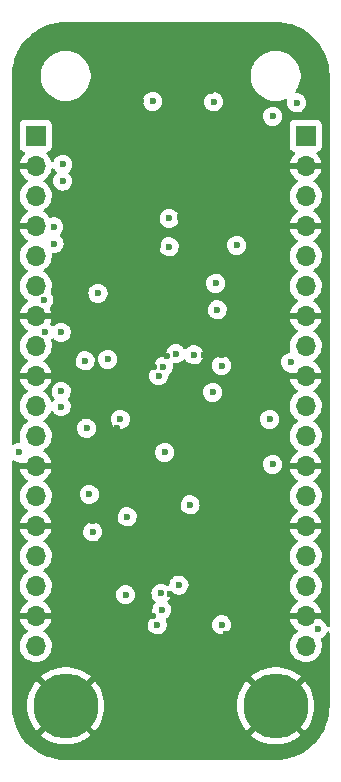
<source format=gbr>
%TF.GenerationSoftware,KiCad,Pcbnew,(6.0.9-0)*%
%TF.CreationDate,2024-11-07T12:29:55+01:00*%
%TF.ProjectId,vca-board,7663612d-626f-4617-9264-2e6b69636164,rev?*%
%TF.SameCoordinates,Original*%
%TF.FileFunction,Copper,L2,Inr*%
%TF.FilePolarity,Positive*%
%FSLAX46Y46*%
G04 Gerber Fmt 4.6, Leading zero omitted, Abs format (unit mm)*
G04 Created by KiCad (PCBNEW (6.0.9-0)) date 2024-11-07 12:29:55*
%MOMM*%
%LPD*%
G01*
G04 APERTURE LIST*
%TA.AperFunction,ComponentPad*%
%ADD10C,5.500000*%
%TD*%
%TA.AperFunction,ComponentPad*%
%ADD11O,1.700000X1.700000*%
%TD*%
%TA.AperFunction,ComponentPad*%
%ADD12R,1.700000X1.700000*%
%TD*%
%TA.AperFunction,ViaPad*%
%ADD13C,0.600000*%
%TD*%
G04 APERTURE END LIST*
D10*
%TO.N,/GND*%
%TO.C,H3*%
X53340000Y-99060000D03*
%TD*%
%TO.N,/GND*%
%TO.C,H1*%
X71120000Y-99060000D03*
%TD*%
D11*
%TO.N,/VCA3_Out*%
%TO.C,J2*%
X73660000Y-93980000D03*
%TO.N,/GND*%
X73660000Y-91440000D03*
%TO.N,/VCA3_In*%
X73660000Y-88900000D03*
%TO.N,/VCA3_CV*%
X73660000Y-86360000D03*
%TO.N,/GND*%
X73660000Y-83820000D03*
%TO.N,/VCA2_Out*%
X73660000Y-81280000D03*
%TO.N,/GND*%
X73660000Y-78740000D03*
%TO.N,/VCA2_In*%
X73660000Y-76200000D03*
%TO.N,/VCA2_CV*%
X73660000Y-73660000D03*
%TO.N,/GND*%
X73660000Y-71120000D03*
%TO.N,/VCA1_Out*%
X73660000Y-68580000D03*
%TO.N,/GND*%
X73660000Y-66040000D03*
%TO.N,/VCA1_In*%
X73660000Y-63500000D03*
%TO.N,/VCA1_CV*%
X73660000Y-60960000D03*
%TO.N,/GND*%
X73660000Y-58420000D03*
%TO.N,/+4.5V*%
X73660000Y-55880000D03*
%TO.N,/GND*%
X73660000Y-53340000D03*
D12*
%TO.N,/+9V*%
X73660000Y-50800000D03*
%TD*%
D11*
%TO.N,/VCA3_Out*%
%TO.C,J1*%
X50800000Y-93980000D03*
%TO.N,/GND*%
X50800000Y-91440000D03*
%TO.N,/VCA3_In*%
X50800000Y-88900000D03*
%TO.N,/VCA3_CV*%
X50800000Y-86360000D03*
%TO.N,/GND*%
X50800000Y-83820000D03*
%TO.N,/VCA2_Out*%
X50800000Y-81280000D03*
%TO.N,/GND*%
X50800000Y-78740000D03*
%TO.N,/VCA2_In*%
X50800000Y-76200000D03*
%TO.N,/VCA2_CV*%
X50800000Y-73660000D03*
%TO.N,/GND*%
X50800000Y-71120000D03*
%TO.N,/VCA1_Out*%
X50800000Y-68580000D03*
%TO.N,/GND*%
X50800000Y-66040000D03*
%TO.N,/VCA1_In*%
X50800000Y-63500000D03*
%TO.N,/VCA1_CV*%
X50800000Y-60960000D03*
%TO.N,/GND*%
X50800000Y-58420000D03*
%TO.N,/+4.5V*%
X50800000Y-55880000D03*
%TO.N,/GND*%
X50800000Y-53340000D03*
D12*
%TO.N,/+9V*%
X50800000Y-50800000D03*
%TD*%
D13*
%TO.N,/+4.5V*%
X58547000Y-83058000D03*
X57960283Y-74803729D03*
X60706000Y-47879000D03*
X56896000Y-69723000D03*
X66167000Y-65532000D03*
X54991000Y-69850000D03*
X61087000Y-92202000D03*
X58413485Y-89647821D03*
X70866000Y-78613000D03*
X65786000Y-72517000D03*
X55340103Y-81153000D03*
X70612000Y-74803000D03*
X67818000Y-60071000D03*
X70866000Y-49149000D03*
X55103500Y-75550500D03*
X66040000Y-63281500D03*
%TO.N,/VCA3 Lin/SSI4_Out_Sum_In*%
X63881000Y-82042000D03*
X55626000Y-84328000D03*
%TO.N,/GND*%
X66929000Y-92964000D03*
X61893942Y-69438753D03*
X60788115Y-70396243D03*
X55626000Y-83439000D03*
X64897000Y-81788000D03*
X59694000Y-47879000D03*
X65659000Y-46990000D03*
X60710974Y-91415842D03*
X66542386Y-69333872D03*
X65024000Y-69342000D03*
X56896000Y-50292000D03*
X57277000Y-42926000D03*
X63500000Y-52959000D03*
X62992000Y-42799000D03*
X66167000Y-64480500D03*
X68580000Y-84709000D03*
X62207009Y-89559352D03*
X58801000Y-78867000D03*
X62983586Y-57658000D03*
X57674734Y-75550500D03*
X61165808Y-60125000D03*
X56007000Y-63119000D03*
X62186500Y-88011000D03*
X65913000Y-41656000D03*
X59944000Y-41656000D03*
%TO.N,/+9V*%
X51492000Y-64700000D03*
X61482500Y-90946500D03*
X56071500Y-64135000D03*
X61722000Y-77597000D03*
X49403000Y-77597000D03*
X61407569Y-89549500D03*
X65861050Y-47914500D03*
X72898000Y-48006000D03*
%TO.N,/VCA1 Exp/SSI1_Out_Sum_In*%
X62675500Y-69244241D03*
X64199500Y-69342000D03*
%TO.N,/+5.35V_Buf*%
X61221387Y-71105500D03*
X62103000Y-57785000D03*
X72390000Y-69977000D03*
X62103000Y-60198000D03*
X66548000Y-92202000D03*
X74676000Y-92583000D03*
%TO.N,/VCA3 Lin/+2V_Buf*%
X51582500Y-67437000D03*
X52346000Y-59923089D03*
X52324000Y-58505822D03*
X53086000Y-53213000D03*
X52959000Y-72427000D03*
X52959000Y-67437000D03*
X52959000Y-73726000D03*
X53086000Y-54624500D03*
%TO.N,/VCA1 Exp/VCA1 CV Processing/VCA1_CV_Biased*%
X61595000Y-70358000D03*
X66548000Y-70246500D03*
%TO.N,/VCA3_In*%
X62929180Y-88837180D03*
%TD*%
%TA.AperFunction,Conductor*%
%TO.N,/GND*%
G36*
X71090018Y-41150000D02*
G01*
X71104851Y-41152310D01*
X71104855Y-41152310D01*
X71113724Y-41153691D01*
X71134183Y-41151016D01*
X71156008Y-41150072D01*
X71512937Y-41165656D01*
X71523886Y-41166614D01*
X71908379Y-41217233D01*
X71919205Y-41219142D01*
X72297822Y-41303080D01*
X72308439Y-41305925D01*
X72478702Y-41359608D01*
X72678302Y-41422542D01*
X72688615Y-41426295D01*
X73046932Y-41574715D01*
X73056876Y-41579353D01*
X73400867Y-41758423D01*
X73410387Y-41763919D01*
X73737468Y-41972292D01*
X73746472Y-41978597D01*
X74054138Y-42214678D01*
X74062558Y-42221743D01*
X74348483Y-42483744D01*
X74356256Y-42491517D01*
X74618257Y-42777442D01*
X74625322Y-42785862D01*
X74861403Y-43093528D01*
X74867708Y-43102532D01*
X75076081Y-43429613D01*
X75081576Y-43439132D01*
X75213193Y-43691964D01*
X75260643Y-43783115D01*
X75265285Y-43793068D01*
X75387895Y-44089074D01*
X75413702Y-44151377D01*
X75417458Y-44161698D01*
X75453680Y-44276579D01*
X75534075Y-44531561D01*
X75536920Y-44542178D01*
X75620858Y-44920795D01*
X75622767Y-44931621D01*
X75673386Y-45316114D01*
X75674344Y-45327063D01*
X75685521Y-45583049D01*
X75689603Y-45676552D01*
X75688223Y-45701429D01*
X75686309Y-45713724D01*
X75687473Y-45722626D01*
X75687473Y-45722628D01*
X75690436Y-45745283D01*
X75691500Y-45761621D01*
X75691500Y-92295583D01*
X75671498Y-92363704D01*
X75617842Y-92410197D01*
X75547568Y-92420301D01*
X75482988Y-92390807D01*
X75446509Y-92337020D01*
X75412064Y-92238106D01*
X75412062Y-92238103D01*
X75409745Y-92231448D01*
X75313626Y-92077624D01*
X75251528Y-92015091D01*
X75190778Y-91953915D01*
X75190774Y-91953912D01*
X75185815Y-91948918D01*
X75174697Y-91941862D01*
X75047105Y-91860890D01*
X75000306Y-91807501D01*
X74989801Y-91737286D01*
X74991464Y-91727879D01*
X74992556Y-91722829D01*
X74993986Y-91711962D01*
X74991775Y-91697778D01*
X74978617Y-91694000D01*
X72343225Y-91694000D01*
X72329694Y-91697973D01*
X72328257Y-91707966D01*
X72358565Y-91842446D01*
X72361645Y-91852275D01*
X72441770Y-92049603D01*
X72446413Y-92058794D01*
X72557694Y-92240388D01*
X72563777Y-92248699D01*
X72703213Y-92409667D01*
X72710580Y-92416883D01*
X72874434Y-92552916D01*
X72882881Y-92558831D01*
X72951969Y-92599203D01*
X73000693Y-92650842D01*
X73013764Y-92720625D01*
X72987033Y-92786396D01*
X72946584Y-92819752D01*
X72933607Y-92826507D01*
X72929474Y-92829610D01*
X72929471Y-92829612D01*
X72759100Y-92957530D01*
X72754965Y-92960635D01*
X72751393Y-92964373D01*
X72621679Y-93100111D01*
X72600629Y-93122138D01*
X72474743Y-93306680D01*
X72380688Y-93509305D01*
X72320989Y-93724570D01*
X72297251Y-93946695D01*
X72297548Y-93951848D01*
X72297548Y-93951851D01*
X72303011Y-94046590D01*
X72310110Y-94169715D01*
X72311247Y-94174761D01*
X72311248Y-94174767D01*
X72331119Y-94262939D01*
X72359222Y-94387639D01*
X72443266Y-94594616D01*
X72559987Y-94785088D01*
X72706250Y-94953938D01*
X72878126Y-95096632D01*
X73071000Y-95209338D01*
X73279692Y-95289030D01*
X73284760Y-95290061D01*
X73284763Y-95290062D01*
X73392017Y-95311883D01*
X73498597Y-95333567D01*
X73503772Y-95333757D01*
X73503774Y-95333757D01*
X73716673Y-95341564D01*
X73716677Y-95341564D01*
X73721837Y-95341753D01*
X73726957Y-95341097D01*
X73726959Y-95341097D01*
X73938288Y-95314025D01*
X73938289Y-95314025D01*
X73943416Y-95313368D01*
X73948366Y-95311883D01*
X74152429Y-95250661D01*
X74152434Y-95250659D01*
X74157384Y-95249174D01*
X74357994Y-95150896D01*
X74539860Y-95021173D01*
X74698096Y-94863489D01*
X74757594Y-94780689D01*
X74825435Y-94686277D01*
X74828453Y-94682077D01*
X74927430Y-94481811D01*
X74992370Y-94268069D01*
X75021529Y-94046590D01*
X75023156Y-93980000D01*
X75004852Y-93757361D01*
X74961390Y-93584330D01*
X74951690Y-93545714D01*
X74951690Y-93545713D01*
X74950431Y-93540702D01*
X74948373Y-93535970D01*
X74948369Y-93535957D01*
X74930798Y-93495549D01*
X74921977Y-93425103D01*
X74952643Y-93361071D01*
X74999663Y-93330510D01*
X74998993Y-93329034D01*
X75005408Y-93326124D01*
X75012108Y-93323947D01*
X75167912Y-93231069D01*
X75299266Y-93105982D01*
X75399643Y-92954902D01*
X75447712Y-92828361D01*
X75490601Y-92771783D01*
X75557270Y-92747374D01*
X75626551Y-92762884D01*
X75676450Y-92813388D01*
X75691500Y-92873105D01*
X75691500Y-99010633D01*
X75690000Y-99030018D01*
X75687690Y-99044851D01*
X75687690Y-99044855D01*
X75686309Y-99053724D01*
X75688984Y-99074183D01*
X75689928Y-99096008D01*
X75675590Y-99424408D01*
X75674344Y-99452936D01*
X75673386Y-99463886D01*
X75622767Y-99848379D01*
X75620858Y-99859205D01*
X75536920Y-100237822D01*
X75534075Y-100248439D01*
X75417461Y-100618294D01*
X75413702Y-100628623D01*
X75265289Y-100986923D01*
X75260647Y-100996876D01*
X75169591Y-101171794D01*
X75081577Y-101340867D01*
X75076081Y-101350387D01*
X74867708Y-101677468D01*
X74861403Y-101686472D01*
X74625322Y-101994138D01*
X74618257Y-102002558D01*
X74356256Y-102288483D01*
X74348483Y-102296256D01*
X74062558Y-102558257D01*
X74054138Y-102565322D01*
X73746472Y-102801403D01*
X73737468Y-102807708D01*
X73410387Y-103016081D01*
X73400868Y-103021576D01*
X73056876Y-103200647D01*
X73046932Y-103205285D01*
X72688615Y-103353705D01*
X72678302Y-103357458D01*
X72478702Y-103420392D01*
X72308439Y-103474075D01*
X72297822Y-103476920D01*
X71919205Y-103560858D01*
X71908379Y-103562767D01*
X71523886Y-103613386D01*
X71512937Y-103614344D01*
X71163446Y-103629603D01*
X71138571Y-103628223D01*
X71126276Y-103626309D01*
X71117374Y-103627473D01*
X71117372Y-103627473D01*
X71102323Y-103629441D01*
X71094714Y-103630436D01*
X71078379Y-103631500D01*
X53389367Y-103631500D01*
X53369982Y-103630000D01*
X53355149Y-103627690D01*
X53355145Y-103627690D01*
X53346276Y-103626309D01*
X53325817Y-103628984D01*
X53303992Y-103629928D01*
X52947063Y-103614344D01*
X52936114Y-103613386D01*
X52551621Y-103562767D01*
X52540795Y-103560858D01*
X52162178Y-103476920D01*
X52151561Y-103474075D01*
X51981298Y-103420392D01*
X51781698Y-103357458D01*
X51771385Y-103353705D01*
X51413068Y-103205285D01*
X51403124Y-103200647D01*
X51059132Y-103021576D01*
X51049613Y-103016081D01*
X50722532Y-102807708D01*
X50713528Y-102801403D01*
X50405862Y-102565322D01*
X50397442Y-102558257D01*
X50111517Y-102296256D01*
X50103744Y-102288483D01*
X49841743Y-102002558D01*
X49834678Y-101994138D01*
X49598597Y-101686472D01*
X49592292Y-101677468D01*
X49504326Y-101539389D01*
X51225541Y-101539389D01*
X51233678Y-101550395D01*
X51493938Y-101750099D01*
X51499537Y-101753933D01*
X51795261Y-101933736D01*
X51801251Y-101936948D01*
X52114657Y-102083758D01*
X52120961Y-102086305D01*
X52448384Y-102198406D01*
X52454935Y-102200260D01*
X52792539Y-102276342D01*
X52799258Y-102277479D01*
X53143113Y-102316657D01*
X53149903Y-102317060D01*
X53495973Y-102318872D01*
X53502774Y-102318540D01*
X53847020Y-102282966D01*
X53853748Y-102281900D01*
X54192144Y-102209353D01*
X54198693Y-102207574D01*
X54527278Y-102098905D01*
X54533620Y-102096419D01*
X54848523Y-101952910D01*
X54854577Y-101949745D01*
X55152128Y-101773073D01*
X55157809Y-101769270D01*
X55434547Y-101561489D01*
X55439771Y-101557105D01*
X55446238Y-101551053D01*
X55453118Y-101539389D01*
X69005541Y-101539389D01*
X69013678Y-101550395D01*
X69273938Y-101750099D01*
X69279537Y-101753933D01*
X69575261Y-101933736D01*
X69581251Y-101936948D01*
X69894657Y-102083758D01*
X69900961Y-102086305D01*
X70228384Y-102198406D01*
X70234935Y-102200260D01*
X70572539Y-102276342D01*
X70579258Y-102277479D01*
X70923113Y-102316657D01*
X70929903Y-102317060D01*
X71275973Y-102318872D01*
X71282774Y-102318540D01*
X71627020Y-102282966D01*
X71633748Y-102281900D01*
X71972144Y-102209353D01*
X71978693Y-102207574D01*
X72307278Y-102098905D01*
X72313620Y-102096419D01*
X72628523Y-101952910D01*
X72634577Y-101949745D01*
X72932128Y-101773073D01*
X72937809Y-101769270D01*
X73214547Y-101561489D01*
X73219771Y-101557105D01*
X73226238Y-101551053D01*
X73234307Y-101537373D01*
X73234280Y-101536649D01*
X73229136Y-101528346D01*
X71132812Y-99432022D01*
X71118868Y-99424408D01*
X71117035Y-99424539D01*
X71110420Y-99428790D01*
X69012422Y-101526788D01*
X69005541Y-101539389D01*
X55453118Y-101539389D01*
X55454307Y-101537373D01*
X55454280Y-101536649D01*
X55449136Y-101528346D01*
X53352812Y-99432022D01*
X53338868Y-99424408D01*
X53337035Y-99424539D01*
X53330420Y-99428790D01*
X51232422Y-101526788D01*
X51225541Y-101539389D01*
X49504326Y-101539389D01*
X49383919Y-101350387D01*
X49378423Y-101340867D01*
X49290409Y-101171794D01*
X49199353Y-100996876D01*
X49194711Y-100986923D01*
X49046298Y-100628623D01*
X49042539Y-100618294D01*
X48925925Y-100248439D01*
X48923080Y-100237822D01*
X48839142Y-99859205D01*
X48837233Y-99848379D01*
X48786614Y-99463886D01*
X48785656Y-99452936D01*
X48770561Y-99107208D01*
X48772188Y-99080805D01*
X48772769Y-99077352D01*
X48772770Y-99077345D01*
X48773576Y-99072552D01*
X48773729Y-99060000D01*
X48772584Y-99052007D01*
X50077407Y-99052007D01*
X50094917Y-99397659D01*
X50095627Y-99404415D01*
X50150363Y-99746141D01*
X50151802Y-99752796D01*
X50243122Y-100086604D01*
X50245271Y-100093065D01*
X50372110Y-100415067D01*
X50374941Y-100421250D01*
X50535815Y-100727670D01*
X50539298Y-100733513D01*
X50732321Y-101020761D01*
X50736424Y-101026205D01*
X50851911Y-101163351D01*
X50864650Y-101171794D01*
X50875094Y-101165696D01*
X52967978Y-99072812D01*
X52974356Y-99061132D01*
X53704408Y-99061132D01*
X53704539Y-99062965D01*
X53708790Y-99069580D01*
X55803553Y-101164343D01*
X55817150Y-101171768D01*
X55826761Y-101165068D01*
X55922845Y-101053360D01*
X55927003Y-101047960D01*
X56123023Y-100762751D01*
X56126570Y-100756940D01*
X56290634Y-100452238D01*
X56293541Y-100446060D01*
X56423744Y-100125411D01*
X56425958Y-100118981D01*
X56520769Y-99786143D01*
X56522276Y-99779513D01*
X56580590Y-99438362D01*
X56581370Y-99431622D01*
X56602595Y-99084576D01*
X56602711Y-99080973D01*
X56602779Y-99061819D01*
X56602687Y-99058194D01*
X56602352Y-99052007D01*
X67857407Y-99052007D01*
X67874917Y-99397659D01*
X67875627Y-99404415D01*
X67930363Y-99746141D01*
X67931802Y-99752796D01*
X68023122Y-100086604D01*
X68025271Y-100093065D01*
X68152110Y-100415067D01*
X68154941Y-100421250D01*
X68315815Y-100727670D01*
X68319298Y-100733513D01*
X68512321Y-101020761D01*
X68516424Y-101026205D01*
X68631911Y-101163351D01*
X68644650Y-101171794D01*
X68655094Y-101165696D01*
X70747978Y-99072812D01*
X70754356Y-99061132D01*
X71484408Y-99061132D01*
X71484539Y-99062965D01*
X71488790Y-99069580D01*
X73583553Y-101164343D01*
X73597150Y-101171768D01*
X73606761Y-101165068D01*
X73702845Y-101053360D01*
X73707003Y-101047960D01*
X73903023Y-100762751D01*
X73906570Y-100756940D01*
X74070634Y-100452238D01*
X74073541Y-100446060D01*
X74203744Y-100125411D01*
X74205958Y-100118981D01*
X74300769Y-99786143D01*
X74302276Y-99779513D01*
X74360590Y-99438362D01*
X74361370Y-99431622D01*
X74382595Y-99084576D01*
X74382711Y-99080973D01*
X74382779Y-99061819D01*
X74382687Y-99058194D01*
X74363885Y-98711023D01*
X74363150Y-98704257D01*
X74307224Y-98362738D01*
X74305757Y-98356066D01*
X74213278Y-98022597D01*
X74211104Y-98016134D01*
X74083143Y-97694583D01*
X74080290Y-97688409D01*
X73918343Y-97382545D01*
X73914849Y-97376728D01*
X73720813Y-97090140D01*
X73716699Y-97084721D01*
X73608090Y-96956653D01*
X73595265Y-96948217D01*
X73584940Y-96954270D01*
X71492022Y-99047188D01*
X71484408Y-99061132D01*
X70754356Y-99061132D01*
X70755592Y-99058868D01*
X70755461Y-99057035D01*
X70751210Y-99050420D01*
X68656457Y-96955667D01*
X68642920Y-96948275D01*
X68633219Y-96955063D01*
X68530220Y-97075659D01*
X68526066Y-97081092D01*
X68331056Y-97366965D01*
X68327521Y-97372802D01*
X68164518Y-97678080D01*
X68161642Y-97684249D01*
X68032558Y-98005355D01*
X68030365Y-98011795D01*
X67936714Y-98344968D01*
X67935231Y-98351603D01*
X67878112Y-98692936D01*
X67877353Y-98699708D01*
X67857431Y-99045212D01*
X67857407Y-99052007D01*
X56602352Y-99052007D01*
X56583885Y-98711023D01*
X56583150Y-98704257D01*
X56527224Y-98362738D01*
X56525757Y-98356066D01*
X56433278Y-98022597D01*
X56431104Y-98016134D01*
X56303143Y-97694583D01*
X56300290Y-97688409D01*
X56138343Y-97382545D01*
X56134849Y-97376728D01*
X55940813Y-97090140D01*
X55936699Y-97084721D01*
X55828090Y-96956653D01*
X55815265Y-96948217D01*
X55804940Y-96954270D01*
X53712022Y-99047188D01*
X53704408Y-99061132D01*
X52974356Y-99061132D01*
X52975592Y-99058868D01*
X52975461Y-99057035D01*
X52971210Y-99050420D01*
X50876457Y-96955667D01*
X50862920Y-96948275D01*
X50853219Y-96955063D01*
X50750220Y-97075659D01*
X50746066Y-97081092D01*
X50551056Y-97366965D01*
X50547521Y-97372802D01*
X50384518Y-97678080D01*
X50381642Y-97684249D01*
X50252558Y-98005355D01*
X50250365Y-98011795D01*
X50156714Y-98344968D01*
X50155231Y-98351603D01*
X50098112Y-98692936D01*
X50097353Y-98699708D01*
X50077431Y-99045212D01*
X50077407Y-99052007D01*
X48772584Y-99052007D01*
X48769773Y-99032376D01*
X48768500Y-99014514D01*
X48768500Y-96582234D01*
X51225322Y-96582234D01*
X51225357Y-96583075D01*
X51230410Y-96591200D01*
X53327188Y-98687978D01*
X53341132Y-98695592D01*
X53342965Y-98695461D01*
X53349580Y-98691210D01*
X55447431Y-96593359D01*
X55453506Y-96582234D01*
X69005322Y-96582234D01*
X69005357Y-96583075D01*
X69010410Y-96591200D01*
X71107188Y-98687978D01*
X71121132Y-98695592D01*
X71122965Y-98695461D01*
X71129580Y-98691210D01*
X73227431Y-96593359D01*
X73235045Y-96579415D01*
X73234977Y-96578460D01*
X73231024Y-96572482D01*
X72956667Y-96363479D01*
X72951041Y-96359655D01*
X72654706Y-96180894D01*
X72648694Y-96177697D01*
X72334774Y-96031980D01*
X72328474Y-96029460D01*
X72000664Y-95918503D01*
X71994086Y-95916667D01*
X71656237Y-95841768D01*
X71649499Y-95840652D01*
X71305515Y-95802675D01*
X71298735Y-95802296D01*
X70952636Y-95801693D01*
X70945863Y-95802048D01*
X70601726Y-95838825D01*
X70595016Y-95839912D01*
X70256883Y-95913637D01*
X70250308Y-95915448D01*
X69922117Y-96025259D01*
X69915795Y-96027762D01*
X69601388Y-96172373D01*
X69595345Y-96175559D01*
X69298402Y-96353276D01*
X69292756Y-96357085D01*
X69016726Y-96565844D01*
X69013140Y-96568875D01*
X69005322Y-96582234D01*
X55453506Y-96582234D01*
X55455045Y-96579415D01*
X55454977Y-96578460D01*
X55451024Y-96572482D01*
X55176667Y-96363479D01*
X55171041Y-96359655D01*
X54874706Y-96180894D01*
X54868694Y-96177697D01*
X54554774Y-96031980D01*
X54548474Y-96029460D01*
X54220664Y-95918503D01*
X54214086Y-95916667D01*
X53876237Y-95841768D01*
X53869499Y-95840652D01*
X53525515Y-95802675D01*
X53518735Y-95802296D01*
X53172636Y-95801693D01*
X53165863Y-95802048D01*
X52821726Y-95838825D01*
X52815016Y-95839912D01*
X52476883Y-95913637D01*
X52470308Y-95915448D01*
X52142117Y-96025259D01*
X52135795Y-96027762D01*
X51821388Y-96172373D01*
X51815345Y-96175559D01*
X51518402Y-96353276D01*
X51512756Y-96357085D01*
X51236726Y-96565844D01*
X51233140Y-96568875D01*
X51225322Y-96582234D01*
X48768500Y-96582234D01*
X48768500Y-93946695D01*
X49437251Y-93946695D01*
X49437548Y-93951848D01*
X49437548Y-93951851D01*
X49443011Y-94046590D01*
X49450110Y-94169715D01*
X49451247Y-94174761D01*
X49451248Y-94174767D01*
X49471119Y-94262939D01*
X49499222Y-94387639D01*
X49583266Y-94594616D01*
X49699987Y-94785088D01*
X49846250Y-94953938D01*
X50018126Y-95096632D01*
X50211000Y-95209338D01*
X50419692Y-95289030D01*
X50424760Y-95290061D01*
X50424763Y-95290062D01*
X50532017Y-95311883D01*
X50638597Y-95333567D01*
X50643772Y-95333757D01*
X50643774Y-95333757D01*
X50856673Y-95341564D01*
X50856677Y-95341564D01*
X50861837Y-95341753D01*
X50866957Y-95341097D01*
X50866959Y-95341097D01*
X51078288Y-95314025D01*
X51078289Y-95314025D01*
X51083416Y-95313368D01*
X51088366Y-95311883D01*
X51292429Y-95250661D01*
X51292434Y-95250659D01*
X51297384Y-95249174D01*
X51497994Y-95150896D01*
X51679860Y-95021173D01*
X51838096Y-94863489D01*
X51897594Y-94780689D01*
X51965435Y-94686277D01*
X51968453Y-94682077D01*
X52067430Y-94481811D01*
X52132370Y-94268069D01*
X52161529Y-94046590D01*
X52163156Y-93980000D01*
X52144852Y-93757361D01*
X52090431Y-93540702D01*
X52001354Y-93335840D01*
X51880014Y-93148277D01*
X51729670Y-92983051D01*
X51725619Y-92979852D01*
X51725615Y-92979848D01*
X51558414Y-92847800D01*
X51558410Y-92847798D01*
X51554359Y-92844598D01*
X51512569Y-92821529D01*
X51462598Y-92771097D01*
X51447826Y-92701654D01*
X51472942Y-92635248D01*
X51500294Y-92608641D01*
X51675328Y-92483792D01*
X51683200Y-92477139D01*
X51834052Y-92326812D01*
X51840730Y-92318965D01*
X51932940Y-92190640D01*
X60273463Y-92190640D01*
X60291163Y-92371160D01*
X60348418Y-92543273D01*
X60352065Y-92549295D01*
X60352066Y-92549297D01*
X60420363Y-92662069D01*
X60442380Y-92698424D01*
X60447269Y-92703487D01*
X60447270Y-92703488D01*
X60468027Y-92724982D01*
X60568382Y-92828902D01*
X60720159Y-92928222D01*
X60726763Y-92930678D01*
X60726765Y-92930679D01*
X60883558Y-92988990D01*
X60883560Y-92988990D01*
X60890168Y-92991448D01*
X60973995Y-93002633D01*
X61062980Y-93014507D01*
X61062984Y-93014507D01*
X61069961Y-93015438D01*
X61076972Y-93014800D01*
X61076976Y-93014800D01*
X61219459Y-93001832D01*
X61250600Y-92998998D01*
X61257302Y-92996820D01*
X61257304Y-92996820D01*
X61416409Y-92945124D01*
X61416412Y-92945123D01*
X61423108Y-92942947D01*
X61578912Y-92850069D01*
X61710266Y-92724982D01*
X61810643Y-92573902D01*
X61875055Y-92404338D01*
X61876957Y-92390807D01*
X61899748Y-92228639D01*
X61899748Y-92228636D01*
X61900299Y-92224717D01*
X61900616Y-92202000D01*
X61899342Y-92190640D01*
X65734463Y-92190640D01*
X65752163Y-92371160D01*
X65809418Y-92543273D01*
X65813065Y-92549295D01*
X65813066Y-92549297D01*
X65881363Y-92662069D01*
X65903380Y-92698424D01*
X65908269Y-92703487D01*
X65908270Y-92703488D01*
X65929027Y-92724982D01*
X66029382Y-92828902D01*
X66181159Y-92928222D01*
X66187763Y-92930678D01*
X66187765Y-92930679D01*
X66344558Y-92988990D01*
X66344560Y-92988990D01*
X66351168Y-92991448D01*
X66434995Y-93002633D01*
X66523980Y-93014507D01*
X66523984Y-93014507D01*
X66530961Y-93015438D01*
X66537972Y-93014800D01*
X66537976Y-93014800D01*
X66680459Y-93001832D01*
X66711600Y-92998998D01*
X66718302Y-92996820D01*
X66718304Y-92996820D01*
X66877409Y-92945124D01*
X66877412Y-92945123D01*
X66884108Y-92942947D01*
X67039912Y-92850069D01*
X67171266Y-92724982D01*
X67271643Y-92573902D01*
X67336055Y-92404338D01*
X67337957Y-92390807D01*
X67360748Y-92228639D01*
X67360748Y-92228636D01*
X67361299Y-92224717D01*
X67361616Y-92202000D01*
X67341397Y-92021745D01*
X67339080Y-92015091D01*
X67284064Y-91857106D01*
X67284062Y-91857103D01*
X67281745Y-91850448D01*
X67202001Y-91722829D01*
X67189359Y-91702598D01*
X67185626Y-91696624D01*
X67084281Y-91594569D01*
X67062778Y-91572915D01*
X67062774Y-91572912D01*
X67057815Y-91567918D01*
X67046697Y-91560862D01*
X66921728Y-91481555D01*
X66904666Y-91470727D01*
X66832871Y-91445162D01*
X66740425Y-91412243D01*
X66740420Y-91412242D01*
X66733790Y-91409881D01*
X66726802Y-91409048D01*
X66726799Y-91409047D01*
X66603698Y-91394368D01*
X66553680Y-91388404D01*
X66546677Y-91389140D01*
X66546676Y-91389140D01*
X66380288Y-91406628D01*
X66380286Y-91406629D01*
X66373288Y-91407364D01*
X66201579Y-91465818D01*
X66187457Y-91474506D01*
X66053095Y-91557166D01*
X66053092Y-91557168D01*
X66047088Y-91560862D01*
X66042053Y-91565793D01*
X66042050Y-91565795D01*
X65922525Y-91682843D01*
X65917493Y-91687771D01*
X65819235Y-91840238D01*
X65816826Y-91846858D01*
X65816824Y-91846861D01*
X65759606Y-92004066D01*
X65757197Y-92010685D01*
X65734463Y-92190640D01*
X61899342Y-92190640D01*
X61880397Y-92021745D01*
X61876546Y-92010685D01*
X61824381Y-91860890D01*
X61820745Y-91850448D01*
X61814137Y-91839873D01*
X61795001Y-91771504D01*
X61815866Y-91703642D01*
X61856474Y-91664874D01*
X61968360Y-91598177D01*
X61968362Y-91598176D01*
X61974412Y-91594569D01*
X62105766Y-91469482D01*
X62206143Y-91318402D01*
X62270555Y-91148838D01*
X62271535Y-91141866D01*
X62295248Y-90973139D01*
X62295248Y-90973136D01*
X62295799Y-90969217D01*
X62296116Y-90946500D01*
X62275897Y-90766245D01*
X62273580Y-90759591D01*
X62218564Y-90601606D01*
X62218562Y-90601603D01*
X62216245Y-90594948D01*
X62120126Y-90441124D01*
X62103864Y-90424748D01*
X61997278Y-90317415D01*
X61997274Y-90317412D01*
X61992315Y-90312418D01*
X61987801Y-90309553D01*
X61947628Y-90251833D01*
X61945014Y-90180884D01*
X61980242Y-90120662D01*
X62025732Y-90077342D01*
X62025734Y-90077340D01*
X62030835Y-90072482D01*
X62131212Y-89921402D01*
X62195624Y-89751838D01*
X62196604Y-89744866D01*
X62220317Y-89576139D01*
X62220317Y-89576136D01*
X62220868Y-89572217D01*
X62220923Y-89568258D01*
X62221227Y-89564309D01*
X62222972Y-89564443D01*
X62241844Y-89503373D01*
X62296150Y-89457642D01*
X62366560Y-89448531D01*
X62415863Y-89467551D01*
X62534452Y-89545153D01*
X62562339Y-89563402D01*
X62568943Y-89565858D01*
X62568945Y-89565859D01*
X62725738Y-89624170D01*
X62725740Y-89624170D01*
X62732348Y-89626628D01*
X62816175Y-89637813D01*
X62905160Y-89649687D01*
X62905164Y-89649687D01*
X62912141Y-89650618D01*
X62919152Y-89649980D01*
X62919156Y-89649980D01*
X63067695Y-89636461D01*
X63092780Y-89634178D01*
X63099482Y-89632000D01*
X63099484Y-89632000D01*
X63258589Y-89580304D01*
X63258592Y-89580303D01*
X63265288Y-89578127D01*
X63364441Y-89519020D01*
X63415040Y-89488857D01*
X63415042Y-89488856D01*
X63421092Y-89485249D01*
X63552446Y-89360162D01*
X63652823Y-89209082D01*
X63717235Y-89039518D01*
X63718215Y-89032546D01*
X63741524Y-88866695D01*
X72297251Y-88866695D01*
X72297548Y-88871848D01*
X72297548Y-88871851D01*
X72303011Y-88966590D01*
X72310110Y-89089715D01*
X72311247Y-89094761D01*
X72311248Y-89094767D01*
X72330108Y-89178453D01*
X72359222Y-89307639D01*
X72443266Y-89514616D01*
X72483520Y-89580304D01*
X72513647Y-89629467D01*
X72559987Y-89705088D01*
X72706250Y-89873938D01*
X72878126Y-90016632D01*
X72951955Y-90059774D01*
X73000679Y-90111412D01*
X73013750Y-90181195D01*
X72987019Y-90246967D01*
X72946562Y-90280327D01*
X72938457Y-90284546D01*
X72929738Y-90290036D01*
X72759433Y-90417905D01*
X72751726Y-90424748D01*
X72604590Y-90578717D01*
X72598104Y-90586727D01*
X72478098Y-90762649D01*
X72473000Y-90771623D01*
X72383338Y-90964783D01*
X72379775Y-90974470D01*
X72324389Y-91174183D01*
X72325912Y-91182607D01*
X72338292Y-91186000D01*
X74978344Y-91186000D01*
X74991875Y-91182027D01*
X74993180Y-91172947D01*
X74951214Y-91005875D01*
X74947894Y-90996124D01*
X74862972Y-90800814D01*
X74858105Y-90791739D01*
X74742426Y-90612926D01*
X74736136Y-90604757D01*
X74592806Y-90447240D01*
X74585273Y-90440215D01*
X74418139Y-90308222D01*
X74409556Y-90302520D01*
X74372602Y-90282120D01*
X74322631Y-90231687D01*
X74307859Y-90162245D01*
X74332975Y-90095839D01*
X74360327Y-90069232D01*
X74429736Y-90019723D01*
X74539860Y-89941173D01*
X74590437Y-89890773D01*
X74694435Y-89787137D01*
X74698096Y-89783489D01*
X74720840Y-89751838D01*
X74825435Y-89606277D01*
X74828453Y-89602077D01*
X74841273Y-89576139D01*
X74925136Y-89406453D01*
X74925137Y-89406451D01*
X74927430Y-89401811D01*
X74992370Y-89188069D01*
X75021529Y-88966590D01*
X75022449Y-88928941D01*
X75023074Y-88903365D01*
X75023074Y-88903361D01*
X75023156Y-88900000D01*
X75004852Y-88677361D01*
X74950431Y-88460702D01*
X74861354Y-88255840D01*
X74740014Y-88068277D01*
X74589670Y-87903051D01*
X74585619Y-87899852D01*
X74585615Y-87899848D01*
X74418414Y-87767800D01*
X74418410Y-87767798D01*
X74414359Y-87764598D01*
X74373053Y-87741796D01*
X74323084Y-87691364D01*
X74308312Y-87621921D01*
X74333428Y-87555516D01*
X74360780Y-87528909D01*
X74404603Y-87497650D01*
X74539860Y-87401173D01*
X74698096Y-87243489D01*
X74757594Y-87160689D01*
X74825435Y-87066277D01*
X74828453Y-87062077D01*
X74927430Y-86861811D01*
X74992370Y-86648069D01*
X75021529Y-86426590D01*
X75023156Y-86360000D01*
X75004852Y-86137361D01*
X74950431Y-85920702D01*
X74861354Y-85715840D01*
X74740014Y-85528277D01*
X74589670Y-85363051D01*
X74585619Y-85359852D01*
X74585615Y-85359848D01*
X74418414Y-85227800D01*
X74418410Y-85227798D01*
X74414359Y-85224598D01*
X74372569Y-85201529D01*
X74322598Y-85151097D01*
X74307826Y-85081654D01*
X74332942Y-85015248D01*
X74360294Y-84988641D01*
X74535328Y-84863792D01*
X74543200Y-84857139D01*
X74694052Y-84706812D01*
X74700730Y-84698965D01*
X74825003Y-84526020D01*
X74830313Y-84517183D01*
X74924670Y-84326267D01*
X74928469Y-84316672D01*
X74990377Y-84112910D01*
X74992555Y-84102837D01*
X74993986Y-84091962D01*
X74991775Y-84077778D01*
X74978617Y-84074000D01*
X72343225Y-84074000D01*
X72329694Y-84077973D01*
X72328257Y-84087966D01*
X72358565Y-84222446D01*
X72361645Y-84232275D01*
X72441770Y-84429603D01*
X72446413Y-84438794D01*
X72557694Y-84620388D01*
X72563777Y-84628699D01*
X72703213Y-84789667D01*
X72710580Y-84796883D01*
X72874434Y-84932916D01*
X72882881Y-84938831D01*
X72951969Y-84979203D01*
X73000693Y-85030842D01*
X73013764Y-85100625D01*
X72987033Y-85166396D01*
X72946584Y-85199752D01*
X72933607Y-85206507D01*
X72929474Y-85209610D01*
X72929471Y-85209612D01*
X72905247Y-85227800D01*
X72754965Y-85340635D01*
X72600629Y-85502138D01*
X72474743Y-85686680D01*
X72380688Y-85889305D01*
X72320989Y-86104570D01*
X72297251Y-86326695D01*
X72297548Y-86331848D01*
X72297548Y-86331851D01*
X72303011Y-86426590D01*
X72310110Y-86549715D01*
X72311247Y-86554761D01*
X72311248Y-86554767D01*
X72331119Y-86642939D01*
X72359222Y-86767639D01*
X72443266Y-86974616D01*
X72559987Y-87165088D01*
X72706250Y-87333938D01*
X72878126Y-87476632D01*
X72948595Y-87517811D01*
X72951445Y-87519476D01*
X73000169Y-87571114D01*
X73013240Y-87640897D01*
X72986509Y-87706669D01*
X72946055Y-87740027D01*
X72933607Y-87746507D01*
X72929474Y-87749610D01*
X72929471Y-87749612D01*
X72905247Y-87767800D01*
X72754965Y-87880635D01*
X72751393Y-87884373D01*
X72618360Y-88023584D01*
X72600629Y-88042138D01*
X72597715Y-88046410D01*
X72597714Y-88046411D01*
X72557129Y-88105907D01*
X72474743Y-88226680D01*
X72380688Y-88429305D01*
X72320989Y-88644570D01*
X72297251Y-88866695D01*
X63741524Y-88866695D01*
X63741928Y-88863819D01*
X63741928Y-88863816D01*
X63742479Y-88859897D01*
X63742796Y-88837180D01*
X63722577Y-88656925D01*
X63720260Y-88650271D01*
X63665244Y-88492286D01*
X63665242Y-88492283D01*
X63662925Y-88485628D01*
X63566806Y-88331804D01*
X63553121Y-88318023D01*
X63443958Y-88208095D01*
X63443954Y-88208092D01*
X63438995Y-88203098D01*
X63427877Y-88196042D01*
X63379718Y-88165480D01*
X63285846Y-88105907D01*
X63192357Y-88072617D01*
X63121605Y-88047423D01*
X63121600Y-88047422D01*
X63114970Y-88045061D01*
X63107982Y-88044228D01*
X63107979Y-88044227D01*
X62984878Y-88029548D01*
X62934860Y-88023584D01*
X62927857Y-88024320D01*
X62927856Y-88024320D01*
X62761468Y-88041808D01*
X62761466Y-88041809D01*
X62754468Y-88042544D01*
X62582759Y-88100998D01*
X62576755Y-88104692D01*
X62434275Y-88192346D01*
X62434272Y-88192348D01*
X62428268Y-88196042D01*
X62423233Y-88200973D01*
X62423230Y-88200975D01*
X62303705Y-88318023D01*
X62298673Y-88322951D01*
X62200415Y-88475418D01*
X62198006Y-88482038D01*
X62198004Y-88482041D01*
X62140786Y-88639246D01*
X62138377Y-88645865D01*
X62115643Y-88825820D01*
X62113433Y-88825541D01*
X62095623Y-88883202D01*
X62041323Y-88928941D01*
X61970915Y-88938062D01*
X61917913Y-88914584D01*
X61917384Y-88915418D01*
X61911812Y-88911882D01*
X61764235Y-88818227D01*
X61735032Y-88807828D01*
X61599994Y-88759743D01*
X61599989Y-88759742D01*
X61593359Y-88757381D01*
X61586371Y-88756548D01*
X61586368Y-88756547D01*
X61463267Y-88741868D01*
X61413249Y-88735904D01*
X61406246Y-88736640D01*
X61406245Y-88736640D01*
X61239857Y-88754128D01*
X61239855Y-88754129D01*
X61232857Y-88754864D01*
X61061148Y-88813318D01*
X61025968Y-88834961D01*
X60912664Y-88904666D01*
X60912661Y-88904668D01*
X60906657Y-88908362D01*
X60901622Y-88913293D01*
X60901619Y-88913295D01*
X60793947Y-89018736D01*
X60777062Y-89035271D01*
X60678804Y-89187738D01*
X60676395Y-89194358D01*
X60676393Y-89194361D01*
X60636999Y-89302596D01*
X60616766Y-89358185D01*
X60594032Y-89538140D01*
X60611732Y-89718660D01*
X60668987Y-89890773D01*
X60672634Y-89896795D01*
X60672635Y-89896797D01*
X60750637Y-90025594D01*
X60762949Y-90045924D01*
X60767838Y-90050987D01*
X60767839Y-90050988D01*
X60851429Y-90137547D01*
X60888951Y-90176402D01*
X60894846Y-90180259D01*
X60900275Y-90184751D01*
X60898928Y-90186380D01*
X60938334Y-90232616D01*
X60947863Y-90302971D01*
X60917842Y-90367308D01*
X60911454Y-90374042D01*
X60866663Y-90417905D01*
X60851993Y-90432271D01*
X60753735Y-90584738D01*
X60751326Y-90591358D01*
X60751324Y-90591361D01*
X60743475Y-90612926D01*
X60691697Y-90755185D01*
X60668963Y-90935140D01*
X60686663Y-91115660D01*
X60743918Y-91287773D01*
X60747566Y-91293796D01*
X60747567Y-91293799D01*
X60756754Y-91308969D01*
X60774932Y-91377599D01*
X60753120Y-91445162D01*
X60714999Y-91481555D01*
X60592095Y-91557166D01*
X60592092Y-91557168D01*
X60586088Y-91560862D01*
X60581053Y-91565793D01*
X60581050Y-91565795D01*
X60461525Y-91682843D01*
X60456493Y-91687771D01*
X60358235Y-91840238D01*
X60355826Y-91846858D01*
X60355824Y-91846861D01*
X60298606Y-92004066D01*
X60296197Y-92010685D01*
X60273463Y-92190640D01*
X51932940Y-92190640D01*
X51965003Y-92146020D01*
X51970313Y-92137183D01*
X52064670Y-91946267D01*
X52068469Y-91936672D01*
X52130377Y-91732910D01*
X52132555Y-91722837D01*
X52133986Y-91711962D01*
X52131775Y-91697778D01*
X52118617Y-91694000D01*
X49483225Y-91694000D01*
X49469694Y-91697973D01*
X49468257Y-91707966D01*
X49498565Y-91842446D01*
X49501645Y-91852275D01*
X49581770Y-92049603D01*
X49586413Y-92058794D01*
X49697694Y-92240388D01*
X49703777Y-92248699D01*
X49843213Y-92409667D01*
X49850580Y-92416883D01*
X50014434Y-92552916D01*
X50022881Y-92558831D01*
X50091969Y-92599203D01*
X50140693Y-92650842D01*
X50153764Y-92720625D01*
X50127033Y-92786396D01*
X50086584Y-92819752D01*
X50073607Y-92826507D01*
X50069474Y-92829610D01*
X50069471Y-92829612D01*
X49899100Y-92957530D01*
X49894965Y-92960635D01*
X49891393Y-92964373D01*
X49761679Y-93100111D01*
X49740629Y-93122138D01*
X49614743Y-93306680D01*
X49520688Y-93509305D01*
X49460989Y-93724570D01*
X49437251Y-93946695D01*
X48768500Y-93946695D01*
X48768500Y-88866695D01*
X49437251Y-88866695D01*
X49437548Y-88871848D01*
X49437548Y-88871851D01*
X49443011Y-88966590D01*
X49450110Y-89089715D01*
X49451247Y-89094761D01*
X49451248Y-89094767D01*
X49470108Y-89178453D01*
X49499222Y-89307639D01*
X49583266Y-89514616D01*
X49623520Y-89580304D01*
X49653647Y-89629467D01*
X49699987Y-89705088D01*
X49846250Y-89873938D01*
X50018126Y-90016632D01*
X50091955Y-90059774D01*
X50140679Y-90111412D01*
X50153750Y-90181195D01*
X50127019Y-90246967D01*
X50086562Y-90280327D01*
X50078457Y-90284546D01*
X50069738Y-90290036D01*
X49899433Y-90417905D01*
X49891726Y-90424748D01*
X49744590Y-90578717D01*
X49738104Y-90586727D01*
X49618098Y-90762649D01*
X49613000Y-90771623D01*
X49523338Y-90964783D01*
X49519775Y-90974470D01*
X49464389Y-91174183D01*
X49465912Y-91182607D01*
X49478292Y-91186000D01*
X52118344Y-91186000D01*
X52131875Y-91182027D01*
X52133180Y-91172947D01*
X52091214Y-91005875D01*
X52087894Y-90996124D01*
X52002972Y-90800814D01*
X51998105Y-90791739D01*
X51882426Y-90612926D01*
X51876136Y-90604757D01*
X51732806Y-90447240D01*
X51725273Y-90440215D01*
X51558139Y-90308222D01*
X51549556Y-90302520D01*
X51512602Y-90282120D01*
X51462631Y-90231687D01*
X51447859Y-90162245D01*
X51472975Y-90095839D01*
X51500327Y-90069232D01*
X51569736Y-90019723D01*
X51679860Y-89941173D01*
X51730437Y-89890773D01*
X51834435Y-89787137D01*
X51838096Y-89783489D01*
X51860840Y-89751838D01*
X51943746Y-89636461D01*
X57599948Y-89636461D01*
X57617648Y-89816981D01*
X57674903Y-89989094D01*
X57678550Y-89995116D01*
X57678551Y-89995118D01*
X57754583Y-90120662D01*
X57768865Y-90144245D01*
X57773754Y-90149308D01*
X57773755Y-90149309D01*
X57820360Y-90197569D01*
X57894867Y-90274723D01*
X58046644Y-90374043D01*
X58053248Y-90376499D01*
X58053250Y-90376500D01*
X58210043Y-90434811D01*
X58210045Y-90434811D01*
X58216653Y-90437269D01*
X58291381Y-90447240D01*
X58389465Y-90460328D01*
X58389469Y-90460328D01*
X58396446Y-90461259D01*
X58403457Y-90460621D01*
X58403461Y-90460621D01*
X58545944Y-90447653D01*
X58577085Y-90444819D01*
X58583787Y-90442641D01*
X58583789Y-90442641D01*
X58742894Y-90390945D01*
X58742897Y-90390944D01*
X58749593Y-90388768D01*
X58893519Y-90302971D01*
X58899345Y-90299498D01*
X58899347Y-90299497D01*
X58905397Y-90295890D01*
X59036751Y-90170803D01*
X59137128Y-90019723D01*
X59201540Y-89850159D01*
X59202520Y-89843187D01*
X59226233Y-89674460D01*
X59226233Y-89674457D01*
X59226784Y-89670538D01*
X59227101Y-89647821D01*
X59206882Y-89467566D01*
X59203426Y-89457642D01*
X59149549Y-89302927D01*
X59149547Y-89302924D01*
X59147230Y-89296269D01*
X59051111Y-89142445D01*
X58993616Y-89084547D01*
X58928263Y-89018736D01*
X58928259Y-89018733D01*
X58923300Y-89013739D01*
X58912182Y-89006683D01*
X58843726Y-88963240D01*
X58770151Y-88916548D01*
X58714260Y-88896646D01*
X58605910Y-88858064D01*
X58605905Y-88858063D01*
X58599275Y-88855702D01*
X58592287Y-88854869D01*
X58592284Y-88854868D01*
X58443946Y-88837180D01*
X58419165Y-88834225D01*
X58412162Y-88834961D01*
X58412161Y-88834961D01*
X58245773Y-88852449D01*
X58245771Y-88852450D01*
X58238773Y-88853185D01*
X58067064Y-88911639D01*
X58059085Y-88916548D01*
X57918580Y-89002987D01*
X57918577Y-89002989D01*
X57912573Y-89006683D01*
X57907538Y-89011614D01*
X57907535Y-89011616D01*
X57788010Y-89128664D01*
X57782978Y-89133592D01*
X57684720Y-89286059D01*
X57682311Y-89292679D01*
X57682309Y-89292682D01*
X57642589Y-89401811D01*
X57622682Y-89456506D01*
X57599948Y-89636461D01*
X51943746Y-89636461D01*
X51965435Y-89606277D01*
X51968453Y-89602077D01*
X51981273Y-89576139D01*
X52065136Y-89406453D01*
X52065137Y-89406451D01*
X52067430Y-89401811D01*
X52132370Y-89188069D01*
X52161529Y-88966590D01*
X52162449Y-88928941D01*
X52163074Y-88903365D01*
X52163074Y-88903361D01*
X52163156Y-88900000D01*
X52144852Y-88677361D01*
X52090431Y-88460702D01*
X52001354Y-88255840D01*
X51880014Y-88068277D01*
X51729670Y-87903051D01*
X51725619Y-87899852D01*
X51725615Y-87899848D01*
X51558414Y-87767800D01*
X51558410Y-87767798D01*
X51554359Y-87764598D01*
X51513053Y-87741796D01*
X51463084Y-87691364D01*
X51448312Y-87621921D01*
X51473428Y-87555516D01*
X51500780Y-87528909D01*
X51544603Y-87497650D01*
X51679860Y-87401173D01*
X51838096Y-87243489D01*
X51897594Y-87160689D01*
X51965435Y-87066277D01*
X51968453Y-87062077D01*
X52067430Y-86861811D01*
X52132370Y-86648069D01*
X52161529Y-86426590D01*
X52163156Y-86360000D01*
X52144852Y-86137361D01*
X52090431Y-85920702D01*
X52001354Y-85715840D01*
X51880014Y-85528277D01*
X51729670Y-85363051D01*
X51725619Y-85359852D01*
X51725615Y-85359848D01*
X51558414Y-85227800D01*
X51558410Y-85227798D01*
X51554359Y-85224598D01*
X51512569Y-85201529D01*
X51462598Y-85151097D01*
X51447826Y-85081654D01*
X51472942Y-85015248D01*
X51500294Y-84988641D01*
X51675328Y-84863792D01*
X51683200Y-84857139D01*
X51834052Y-84706812D01*
X51840730Y-84698965D01*
X51965003Y-84526020D01*
X51970313Y-84517183D01*
X52064670Y-84326267D01*
X52068469Y-84316672D01*
X52068479Y-84316640D01*
X54812463Y-84316640D01*
X54830163Y-84497160D01*
X54887418Y-84669273D01*
X54891065Y-84675295D01*
X54891066Y-84675297D01*
X54964701Y-84796883D01*
X54981380Y-84824424D01*
X55107382Y-84954902D01*
X55113278Y-84958760D01*
X55223431Y-85030842D01*
X55259159Y-85054222D01*
X55265763Y-85056678D01*
X55265765Y-85056679D01*
X55422558Y-85114990D01*
X55422560Y-85114990D01*
X55429168Y-85117448D01*
X55512995Y-85128633D01*
X55601980Y-85140507D01*
X55601984Y-85140507D01*
X55608961Y-85141438D01*
X55615972Y-85140800D01*
X55615976Y-85140800D01*
X55758459Y-85127832D01*
X55789600Y-85124998D01*
X55796302Y-85122820D01*
X55796304Y-85122820D01*
X55955409Y-85071124D01*
X55955412Y-85071123D01*
X55962108Y-85068947D01*
X56077491Y-85000165D01*
X56111860Y-84979677D01*
X56111862Y-84979676D01*
X56117912Y-84976069D01*
X56249266Y-84850982D01*
X56349643Y-84699902D01*
X56414055Y-84530338D01*
X56415904Y-84517183D01*
X56438748Y-84354639D01*
X56438748Y-84354636D01*
X56439299Y-84350717D01*
X56439616Y-84328000D01*
X56419397Y-84147745D01*
X56417080Y-84141091D01*
X56362064Y-83983106D01*
X56362062Y-83983103D01*
X56359745Y-83976448D01*
X56263626Y-83822624D01*
X56221660Y-83780364D01*
X56140778Y-83698915D01*
X56140774Y-83698912D01*
X56135815Y-83693918D01*
X56127688Y-83688760D01*
X56076538Y-83656300D01*
X55982666Y-83596727D01*
X55921961Y-83575111D01*
X55818425Y-83538243D01*
X55818420Y-83538242D01*
X55811790Y-83535881D01*
X55804802Y-83535048D01*
X55804799Y-83535047D01*
X55681698Y-83520368D01*
X55631680Y-83514404D01*
X55624677Y-83515140D01*
X55624676Y-83515140D01*
X55458288Y-83532628D01*
X55458286Y-83532629D01*
X55451288Y-83533364D01*
X55279579Y-83591818D01*
X55273575Y-83595512D01*
X55131095Y-83683166D01*
X55131092Y-83683168D01*
X55125088Y-83686862D01*
X55120053Y-83691793D01*
X55120050Y-83691795D01*
X55000525Y-83808843D01*
X54995493Y-83813771D01*
X54897235Y-83966238D01*
X54894826Y-83972858D01*
X54894824Y-83972861D01*
X54852929Y-84087966D01*
X54835197Y-84136685D01*
X54812463Y-84316640D01*
X52068479Y-84316640D01*
X52130377Y-84112910D01*
X52132555Y-84102837D01*
X52133986Y-84091962D01*
X52131775Y-84077778D01*
X52118617Y-84074000D01*
X49483225Y-84074000D01*
X49469694Y-84077973D01*
X49468257Y-84087966D01*
X49498565Y-84222446D01*
X49501645Y-84232275D01*
X49581770Y-84429603D01*
X49586413Y-84438794D01*
X49697694Y-84620388D01*
X49703777Y-84628699D01*
X49843213Y-84789667D01*
X49850580Y-84796883D01*
X50014434Y-84932916D01*
X50022881Y-84938831D01*
X50091969Y-84979203D01*
X50140693Y-85030842D01*
X50153764Y-85100625D01*
X50127033Y-85166396D01*
X50086584Y-85199752D01*
X50073607Y-85206507D01*
X50069474Y-85209610D01*
X50069471Y-85209612D01*
X50045247Y-85227800D01*
X49894965Y-85340635D01*
X49740629Y-85502138D01*
X49614743Y-85686680D01*
X49520688Y-85889305D01*
X49460989Y-86104570D01*
X49437251Y-86326695D01*
X49437548Y-86331848D01*
X49437548Y-86331851D01*
X49443011Y-86426590D01*
X49450110Y-86549715D01*
X49451247Y-86554761D01*
X49451248Y-86554767D01*
X49471119Y-86642939D01*
X49499222Y-86767639D01*
X49583266Y-86974616D01*
X49699987Y-87165088D01*
X49846250Y-87333938D01*
X50018126Y-87476632D01*
X50088595Y-87517811D01*
X50091445Y-87519476D01*
X50140169Y-87571114D01*
X50153240Y-87640897D01*
X50126509Y-87706669D01*
X50086055Y-87740027D01*
X50073607Y-87746507D01*
X50069474Y-87749610D01*
X50069471Y-87749612D01*
X50045247Y-87767800D01*
X49894965Y-87880635D01*
X49891393Y-87884373D01*
X49758360Y-88023584D01*
X49740629Y-88042138D01*
X49737715Y-88046410D01*
X49737714Y-88046411D01*
X49697129Y-88105907D01*
X49614743Y-88226680D01*
X49520688Y-88429305D01*
X49460989Y-88644570D01*
X49437251Y-88866695D01*
X48768500Y-88866695D01*
X48768500Y-81246695D01*
X49437251Y-81246695D01*
X49437548Y-81251848D01*
X49437548Y-81251851D01*
X49443011Y-81346590D01*
X49450110Y-81469715D01*
X49451247Y-81474761D01*
X49451248Y-81474767D01*
X49464528Y-81533693D01*
X49499222Y-81687639D01*
X49539346Y-81786453D01*
X49575449Y-81875364D01*
X49583266Y-81894616D01*
X49627278Y-81966438D01*
X49687504Y-82064717D01*
X49699987Y-82085088D01*
X49846250Y-82253938D01*
X50018126Y-82396632D01*
X50064821Y-82423918D01*
X50091955Y-82439774D01*
X50140679Y-82491412D01*
X50153750Y-82561195D01*
X50127019Y-82626967D01*
X50086562Y-82660327D01*
X50078457Y-82664546D01*
X50069738Y-82670036D01*
X49899433Y-82797905D01*
X49891726Y-82804748D01*
X49744590Y-82958717D01*
X49738104Y-82966727D01*
X49618098Y-83142649D01*
X49613000Y-83151623D01*
X49523338Y-83344783D01*
X49519775Y-83354470D01*
X49464389Y-83554183D01*
X49465912Y-83562607D01*
X49478292Y-83566000D01*
X52118344Y-83566000D01*
X52131875Y-83562027D01*
X52133180Y-83552947D01*
X52091214Y-83385875D01*
X52087894Y-83376124D01*
X52002972Y-83180814D01*
X51998105Y-83171739D01*
X51917175Y-83046640D01*
X57733463Y-83046640D01*
X57751163Y-83227160D01*
X57808418Y-83399273D01*
X57812065Y-83405295D01*
X57812066Y-83405297D01*
X57892581Y-83538243D01*
X57902380Y-83554424D01*
X58028382Y-83684902D01*
X58180159Y-83784222D01*
X58186763Y-83786678D01*
X58186765Y-83786679D01*
X58343558Y-83844990D01*
X58343560Y-83844990D01*
X58350168Y-83847448D01*
X58433995Y-83858633D01*
X58522980Y-83870507D01*
X58522984Y-83870507D01*
X58529961Y-83871438D01*
X58536972Y-83870800D01*
X58536976Y-83870800D01*
X58679459Y-83857832D01*
X58710600Y-83854998D01*
X58717302Y-83852820D01*
X58717304Y-83852820D01*
X58876409Y-83801124D01*
X58876412Y-83801123D01*
X58883108Y-83798947D01*
X59038912Y-83706069D01*
X59170266Y-83580982D01*
X59270643Y-83429902D01*
X59335055Y-83260338D01*
X59336035Y-83253366D01*
X59359748Y-83084639D01*
X59359748Y-83084636D01*
X59360299Y-83080717D01*
X59360616Y-83058000D01*
X59340397Y-82877745D01*
X59338080Y-82871091D01*
X59283064Y-82713106D01*
X59283062Y-82713103D01*
X59280745Y-82706448D01*
X59259695Y-82672760D01*
X59188359Y-82558598D01*
X59184626Y-82552624D01*
X59123840Y-82491412D01*
X59061778Y-82428915D01*
X59061774Y-82428912D01*
X59056815Y-82423918D01*
X59045697Y-82416862D01*
X58997538Y-82386300D01*
X58903666Y-82326727D01*
X58874463Y-82316328D01*
X58739425Y-82268243D01*
X58739420Y-82268242D01*
X58732790Y-82265881D01*
X58725802Y-82265048D01*
X58725799Y-82265047D01*
X58599869Y-82250031D01*
X58552680Y-82244404D01*
X58545677Y-82245140D01*
X58545676Y-82245140D01*
X58379288Y-82262628D01*
X58379286Y-82262629D01*
X58372288Y-82263364D01*
X58200579Y-82321818D01*
X58194575Y-82325512D01*
X58052095Y-82413166D01*
X58052092Y-82413168D01*
X58046088Y-82416862D01*
X58041053Y-82421793D01*
X58041050Y-82421795D01*
X57921953Y-82538424D01*
X57916493Y-82543771D01*
X57818235Y-82696238D01*
X57815826Y-82702858D01*
X57815824Y-82702861D01*
X57758606Y-82860066D01*
X57756197Y-82866685D01*
X57733463Y-83046640D01*
X51917175Y-83046640D01*
X51882426Y-82992926D01*
X51876136Y-82984757D01*
X51732806Y-82827240D01*
X51725273Y-82820215D01*
X51558139Y-82688222D01*
X51549556Y-82682520D01*
X51512602Y-82662120D01*
X51462631Y-82611687D01*
X51447859Y-82542245D01*
X51472975Y-82475839D01*
X51500327Y-82449232D01*
X51559094Y-82407314D01*
X51679860Y-82321173D01*
X51735595Y-82265633D01*
X51834435Y-82167137D01*
X51838096Y-82163489D01*
X51897594Y-82080689D01*
X51933557Y-82030640D01*
X63067463Y-82030640D01*
X63085163Y-82211160D01*
X63142418Y-82383273D01*
X63146065Y-82389295D01*
X63146066Y-82389297D01*
X63207909Y-82491412D01*
X63236380Y-82538424D01*
X63241269Y-82543487D01*
X63241270Y-82543488D01*
X63245267Y-82547627D01*
X63362382Y-82668902D01*
X63514159Y-82768222D01*
X63520763Y-82770678D01*
X63520765Y-82770679D01*
X63677558Y-82828990D01*
X63677560Y-82828990D01*
X63684168Y-82831448D01*
X63767995Y-82842633D01*
X63856980Y-82854507D01*
X63856984Y-82854507D01*
X63863961Y-82855438D01*
X63870972Y-82854800D01*
X63870976Y-82854800D01*
X64013459Y-82841832D01*
X64044600Y-82838998D01*
X64051302Y-82836820D01*
X64051304Y-82836820D01*
X64210409Y-82785124D01*
X64210412Y-82785123D01*
X64217108Y-82782947D01*
X64345436Y-82706448D01*
X64366860Y-82693677D01*
X64366862Y-82693676D01*
X64372912Y-82690069D01*
X64504266Y-82564982D01*
X64604643Y-82413902D01*
X64659974Y-82268243D01*
X64666555Y-82250920D01*
X64666556Y-82250918D01*
X64669055Y-82244338D01*
X64670035Y-82237366D01*
X64693748Y-82068639D01*
X64693748Y-82068636D01*
X64694299Y-82064717D01*
X64694616Y-82042000D01*
X64674397Y-81861745D01*
X64672080Y-81855091D01*
X64617064Y-81697106D01*
X64617062Y-81697103D01*
X64614745Y-81690448D01*
X64518626Y-81536624D01*
X64504941Y-81522843D01*
X64395778Y-81412915D01*
X64395774Y-81412912D01*
X64390815Y-81407918D01*
X64379697Y-81400862D01*
X64331538Y-81370300D01*
X64237666Y-81310727D01*
X64208463Y-81300328D01*
X64073425Y-81252243D01*
X64073420Y-81252242D01*
X64066790Y-81249881D01*
X64059802Y-81249048D01*
X64059799Y-81249047D01*
X64040075Y-81246695D01*
X72297251Y-81246695D01*
X72297548Y-81251848D01*
X72297548Y-81251851D01*
X72303011Y-81346590D01*
X72310110Y-81469715D01*
X72311247Y-81474761D01*
X72311248Y-81474767D01*
X72324528Y-81533693D01*
X72359222Y-81687639D01*
X72399346Y-81786453D01*
X72435449Y-81875364D01*
X72443266Y-81894616D01*
X72487278Y-81966438D01*
X72547504Y-82064717D01*
X72559987Y-82085088D01*
X72706250Y-82253938D01*
X72878126Y-82396632D01*
X72924821Y-82423918D01*
X72951955Y-82439774D01*
X73000679Y-82491412D01*
X73013750Y-82561195D01*
X72987019Y-82626967D01*
X72946562Y-82660327D01*
X72938457Y-82664546D01*
X72929738Y-82670036D01*
X72759433Y-82797905D01*
X72751726Y-82804748D01*
X72604590Y-82958717D01*
X72598104Y-82966727D01*
X72478098Y-83142649D01*
X72473000Y-83151623D01*
X72383338Y-83344783D01*
X72379775Y-83354470D01*
X72324389Y-83554183D01*
X72325912Y-83562607D01*
X72338292Y-83566000D01*
X74978344Y-83566000D01*
X74991875Y-83562027D01*
X74993180Y-83552947D01*
X74951214Y-83385875D01*
X74947894Y-83376124D01*
X74862972Y-83180814D01*
X74858105Y-83171739D01*
X74742426Y-82992926D01*
X74736136Y-82984757D01*
X74592806Y-82827240D01*
X74585273Y-82820215D01*
X74418139Y-82688222D01*
X74409556Y-82682520D01*
X74372602Y-82662120D01*
X74322631Y-82611687D01*
X74307859Y-82542245D01*
X74332975Y-82475839D01*
X74360327Y-82449232D01*
X74419094Y-82407314D01*
X74539860Y-82321173D01*
X74595595Y-82265633D01*
X74694435Y-82167137D01*
X74698096Y-82163489D01*
X74757594Y-82080689D01*
X74825435Y-81986277D01*
X74828453Y-81982077D01*
X74836183Y-81966438D01*
X74925136Y-81786453D01*
X74925137Y-81786451D01*
X74927430Y-81781811D01*
X74992370Y-81568069D01*
X75021529Y-81346590D01*
X75023156Y-81280000D01*
X75004852Y-81057361D01*
X74950431Y-80840702D01*
X74861354Y-80635840D01*
X74821906Y-80574862D01*
X74742822Y-80452617D01*
X74742820Y-80452614D01*
X74740014Y-80448277D01*
X74589670Y-80283051D01*
X74585619Y-80279852D01*
X74585615Y-80279848D01*
X74418414Y-80147800D01*
X74418410Y-80147798D01*
X74414359Y-80144598D01*
X74372569Y-80121529D01*
X74322598Y-80071097D01*
X74307826Y-80001654D01*
X74332942Y-79935248D01*
X74360294Y-79908641D01*
X74535328Y-79783792D01*
X74543200Y-79777139D01*
X74694052Y-79626812D01*
X74700730Y-79618965D01*
X74825003Y-79446020D01*
X74830313Y-79437183D01*
X74924670Y-79246267D01*
X74928469Y-79236672D01*
X74990377Y-79032910D01*
X74992555Y-79022837D01*
X74993986Y-79011962D01*
X74991775Y-78997778D01*
X74978617Y-78994000D01*
X72343225Y-78994000D01*
X72329694Y-78997973D01*
X72328257Y-79007966D01*
X72358565Y-79142446D01*
X72361645Y-79152275D01*
X72441770Y-79349603D01*
X72446413Y-79358794D01*
X72557694Y-79540388D01*
X72563777Y-79548699D01*
X72703213Y-79709667D01*
X72710580Y-79716883D01*
X72874434Y-79852916D01*
X72882881Y-79858831D01*
X72951969Y-79899203D01*
X73000693Y-79950842D01*
X73013764Y-80020625D01*
X72987033Y-80086396D01*
X72946584Y-80119752D01*
X72933607Y-80126507D01*
X72929474Y-80129610D01*
X72929471Y-80129612D01*
X72905247Y-80147800D01*
X72754965Y-80260635D01*
X72600629Y-80422138D01*
X72474743Y-80606680D01*
X72380688Y-80809305D01*
X72320989Y-81024570D01*
X72297251Y-81246695D01*
X64040075Y-81246695D01*
X63936698Y-81234368D01*
X63886680Y-81228404D01*
X63879677Y-81229140D01*
X63879676Y-81229140D01*
X63713288Y-81246628D01*
X63713286Y-81246629D01*
X63706288Y-81247364D01*
X63534579Y-81305818D01*
X63528575Y-81309512D01*
X63386095Y-81397166D01*
X63386092Y-81397168D01*
X63380088Y-81400862D01*
X63375053Y-81405793D01*
X63375050Y-81405795D01*
X63291524Y-81487590D01*
X63250493Y-81527771D01*
X63152235Y-81680238D01*
X63149826Y-81686858D01*
X63149824Y-81686861D01*
X63092606Y-81844066D01*
X63090197Y-81850685D01*
X63067463Y-82030640D01*
X51933557Y-82030640D01*
X51965435Y-81986277D01*
X51968453Y-81982077D01*
X51976183Y-81966438D01*
X52065136Y-81786453D01*
X52065137Y-81786451D01*
X52067430Y-81781811D01*
X52132370Y-81568069D01*
X52161529Y-81346590D01*
X52163156Y-81280000D01*
X52151781Y-81141640D01*
X54526566Y-81141640D01*
X54544266Y-81322160D01*
X54601521Y-81494273D01*
X54605168Y-81500295D01*
X54605169Y-81500297D01*
X54616081Y-81518314D01*
X54695483Y-81649424D01*
X54821485Y-81779902D01*
X54827381Y-81783760D01*
X54940335Y-81857675D01*
X54973262Y-81879222D01*
X54979866Y-81881678D01*
X54979868Y-81881679D01*
X55136661Y-81939990D01*
X55136663Y-81939990D01*
X55143271Y-81942448D01*
X55227098Y-81953633D01*
X55316083Y-81965507D01*
X55316087Y-81965507D01*
X55323064Y-81966438D01*
X55330075Y-81965800D01*
X55330079Y-81965800D01*
X55472562Y-81952832D01*
X55503703Y-81949998D01*
X55510405Y-81947820D01*
X55510407Y-81947820D01*
X55669512Y-81896124D01*
X55669515Y-81896123D01*
X55676211Y-81893947D01*
X55832015Y-81801069D01*
X55963369Y-81675982D01*
X56063746Y-81524902D01*
X56128158Y-81355338D01*
X56129138Y-81348366D01*
X56152851Y-81179639D01*
X56152851Y-81179636D01*
X56153402Y-81175717D01*
X56153719Y-81153000D01*
X56133500Y-80972745D01*
X56131183Y-80966091D01*
X56076167Y-80808106D01*
X56076165Y-80808103D01*
X56073848Y-80801448D01*
X55977729Y-80647624D01*
X55937070Y-80606680D01*
X55854881Y-80523915D01*
X55854877Y-80523912D01*
X55849918Y-80518918D01*
X55838800Y-80511862D01*
X55738605Y-80448277D01*
X55696769Y-80421727D01*
X55667566Y-80411328D01*
X55532528Y-80363243D01*
X55532523Y-80363242D01*
X55525893Y-80360881D01*
X55518905Y-80360048D01*
X55518902Y-80360047D01*
X55395801Y-80345368D01*
X55345783Y-80339404D01*
X55338780Y-80340140D01*
X55338779Y-80340140D01*
X55172391Y-80357628D01*
X55172389Y-80357629D01*
X55165391Y-80358364D01*
X54993682Y-80416818D01*
X54987678Y-80420512D01*
X54845198Y-80508166D01*
X54845195Y-80508168D01*
X54839191Y-80511862D01*
X54834156Y-80516793D01*
X54834153Y-80516795D01*
X54717029Y-80631492D01*
X54709596Y-80638771D01*
X54611338Y-80791238D01*
X54608929Y-80797858D01*
X54608927Y-80797861D01*
X54593334Y-80840702D01*
X54549300Y-80961685D01*
X54526566Y-81141640D01*
X52151781Y-81141640D01*
X52144852Y-81057361D01*
X52090431Y-80840702D01*
X52001354Y-80635840D01*
X51961906Y-80574862D01*
X51882822Y-80452617D01*
X51882820Y-80452614D01*
X51880014Y-80448277D01*
X51729670Y-80283051D01*
X51725619Y-80279852D01*
X51725615Y-80279848D01*
X51558414Y-80147800D01*
X51558410Y-80147798D01*
X51554359Y-80144598D01*
X51512569Y-80121529D01*
X51462598Y-80071097D01*
X51447826Y-80001654D01*
X51472942Y-79935248D01*
X51500294Y-79908641D01*
X51675328Y-79783792D01*
X51683200Y-79777139D01*
X51834052Y-79626812D01*
X51840730Y-79618965D01*
X51965003Y-79446020D01*
X51970313Y-79437183D01*
X52064670Y-79246267D01*
X52068469Y-79236672D01*
X52130377Y-79032910D01*
X52132555Y-79022837D01*
X52133986Y-79011962D01*
X52131775Y-78997778D01*
X52118617Y-78994000D01*
X49483225Y-78994000D01*
X49469694Y-78997973D01*
X49468257Y-79007966D01*
X49498565Y-79142446D01*
X49501645Y-79152275D01*
X49581770Y-79349603D01*
X49586413Y-79358794D01*
X49697694Y-79540388D01*
X49703777Y-79548699D01*
X49843213Y-79709667D01*
X49850580Y-79716883D01*
X50014434Y-79852916D01*
X50022881Y-79858831D01*
X50091969Y-79899203D01*
X50140693Y-79950842D01*
X50153764Y-80020625D01*
X50127033Y-80086396D01*
X50086584Y-80119752D01*
X50073607Y-80126507D01*
X50069474Y-80129610D01*
X50069471Y-80129612D01*
X50045247Y-80147800D01*
X49894965Y-80260635D01*
X49740629Y-80422138D01*
X49614743Y-80606680D01*
X49520688Y-80809305D01*
X49460989Y-81024570D01*
X49437251Y-81246695D01*
X48768500Y-81246695D01*
X48768500Y-78601640D01*
X70052463Y-78601640D01*
X70070163Y-78782160D01*
X70127418Y-78954273D01*
X70131065Y-78960295D01*
X70131066Y-78960297D01*
X70141978Y-78978314D01*
X70221380Y-79109424D01*
X70347382Y-79239902D01*
X70499159Y-79339222D01*
X70505763Y-79341678D01*
X70505765Y-79341679D01*
X70662558Y-79399990D01*
X70662560Y-79399990D01*
X70669168Y-79402448D01*
X70752995Y-79413633D01*
X70841980Y-79425507D01*
X70841984Y-79425507D01*
X70848961Y-79426438D01*
X70855972Y-79425800D01*
X70855976Y-79425800D01*
X70998459Y-79412832D01*
X71029600Y-79409998D01*
X71036302Y-79407820D01*
X71036304Y-79407820D01*
X71195409Y-79356124D01*
X71195412Y-79356123D01*
X71202108Y-79353947D01*
X71357912Y-79261069D01*
X71489266Y-79135982D01*
X71589643Y-78984902D01*
X71654055Y-78815338D01*
X71655035Y-78808366D01*
X71678748Y-78639639D01*
X71678748Y-78639636D01*
X71679299Y-78635717D01*
X71679616Y-78613000D01*
X71659397Y-78432745D01*
X71657080Y-78426091D01*
X71602064Y-78268106D01*
X71602062Y-78268103D01*
X71599745Y-78261448D01*
X71511348Y-78119982D01*
X71507359Y-78113598D01*
X71503626Y-78107624D01*
X71498664Y-78102627D01*
X71380778Y-77983915D01*
X71380774Y-77983912D01*
X71375815Y-77978918D01*
X71364697Y-77971862D01*
X71316538Y-77941300D01*
X71222666Y-77881727D01*
X71193463Y-77871328D01*
X71058425Y-77823243D01*
X71058420Y-77823242D01*
X71051790Y-77820881D01*
X71044802Y-77820048D01*
X71044799Y-77820047D01*
X70921698Y-77805368D01*
X70871680Y-77799404D01*
X70864677Y-77800140D01*
X70864676Y-77800140D01*
X70698288Y-77817628D01*
X70698286Y-77817629D01*
X70691288Y-77818364D01*
X70519579Y-77876818D01*
X70474165Y-77904757D01*
X70371095Y-77968166D01*
X70371092Y-77968168D01*
X70365088Y-77971862D01*
X70360053Y-77976793D01*
X70360050Y-77976795D01*
X70242674Y-78091739D01*
X70235493Y-78098771D01*
X70137235Y-78251238D01*
X70134826Y-78257858D01*
X70134824Y-78257861D01*
X70077606Y-78415066D01*
X70075197Y-78421685D01*
X70052463Y-78601640D01*
X48768500Y-78601640D01*
X48768500Y-78381103D01*
X48788502Y-78312982D01*
X48842158Y-78266489D01*
X48912432Y-78256385D01*
X48963490Y-78275669D01*
X49036159Y-78323222D01*
X49042763Y-78325678D01*
X49042765Y-78325679D01*
X49199558Y-78383990D01*
X49199560Y-78383990D01*
X49206168Y-78386448D01*
X49305452Y-78399696D01*
X49363528Y-78407445D01*
X49428405Y-78436281D01*
X49443765Y-78459657D01*
X49464892Y-78482327D01*
X49478292Y-78486000D01*
X52118344Y-78486000D01*
X52131875Y-78482027D01*
X52133180Y-78472947D01*
X52091214Y-78305875D01*
X52087894Y-78296124D01*
X52002972Y-78100814D01*
X51998105Y-78091739D01*
X51882426Y-77912926D01*
X51876136Y-77904757D01*
X51732806Y-77747240D01*
X51725273Y-77740215D01*
X51558139Y-77608222D01*
X51549556Y-77602520D01*
X51518978Y-77585640D01*
X60908463Y-77585640D01*
X60926163Y-77766160D01*
X60983418Y-77938273D01*
X60987065Y-77944295D01*
X60987066Y-77944297D01*
X61011060Y-77983915D01*
X61077380Y-78093424D01*
X61082269Y-78098487D01*
X61082270Y-78098488D01*
X61088262Y-78104693D01*
X61203382Y-78223902D01*
X61253021Y-78256385D01*
X61339511Y-78312982D01*
X61355159Y-78323222D01*
X61361763Y-78325678D01*
X61361765Y-78325679D01*
X61518558Y-78383990D01*
X61518560Y-78383990D01*
X61525168Y-78386448D01*
X61608995Y-78397633D01*
X61697980Y-78409507D01*
X61697984Y-78409507D01*
X61704961Y-78410438D01*
X61711972Y-78409800D01*
X61711976Y-78409800D01*
X61854459Y-78396832D01*
X61885600Y-78393998D01*
X61892302Y-78391820D01*
X61892304Y-78391820D01*
X62051409Y-78340124D01*
X62051412Y-78340123D01*
X62058108Y-78337947D01*
X62154513Y-78280478D01*
X62207860Y-78248677D01*
X62207862Y-78248676D01*
X62213912Y-78245069D01*
X62345266Y-78119982D01*
X62445643Y-77968902D01*
X62500974Y-77823243D01*
X62507555Y-77805920D01*
X62507556Y-77805918D01*
X62510055Y-77799338D01*
X62511035Y-77792366D01*
X62534748Y-77623639D01*
X62534748Y-77623636D01*
X62535299Y-77619717D01*
X62535616Y-77597000D01*
X62515397Y-77416745D01*
X62513080Y-77410091D01*
X62458064Y-77252106D01*
X62458062Y-77252103D01*
X62455745Y-77245448D01*
X62359626Y-77091624D01*
X62273692Y-77005088D01*
X62236778Y-76967915D01*
X62236774Y-76967912D01*
X62231815Y-76962918D01*
X62220697Y-76955862D01*
X62142563Y-76906277D01*
X62078666Y-76865727D01*
X62049463Y-76855328D01*
X61914425Y-76807243D01*
X61914420Y-76807242D01*
X61907790Y-76804881D01*
X61900802Y-76804048D01*
X61900799Y-76804047D01*
X61777698Y-76789368D01*
X61727680Y-76783404D01*
X61720677Y-76784140D01*
X61720676Y-76784140D01*
X61554288Y-76801628D01*
X61554286Y-76801629D01*
X61547288Y-76802364D01*
X61375579Y-76860818D01*
X61369575Y-76864512D01*
X61227095Y-76952166D01*
X61227092Y-76952168D01*
X61221088Y-76955862D01*
X61216053Y-76960793D01*
X61216050Y-76960795D01*
X61096525Y-77077843D01*
X61091493Y-77082771D01*
X60993235Y-77235238D01*
X60990826Y-77241858D01*
X60990824Y-77241861D01*
X60963610Y-77316632D01*
X60931197Y-77405685D01*
X60908463Y-77585640D01*
X51518978Y-77585640D01*
X51512602Y-77582120D01*
X51462631Y-77531687D01*
X51447859Y-77462245D01*
X51472975Y-77395839D01*
X51500327Y-77369232D01*
X51523797Y-77352491D01*
X51679860Y-77241173D01*
X51838096Y-77083489D01*
X51897594Y-77000689D01*
X51965435Y-76906277D01*
X51968453Y-76902077D01*
X51984551Y-76869506D01*
X52065136Y-76706453D01*
X52065137Y-76706451D01*
X52067430Y-76701811D01*
X52132370Y-76488069D01*
X52161529Y-76266590D01*
X52163156Y-76200000D01*
X52144852Y-75977361D01*
X52090431Y-75760702D01*
X52001354Y-75555840D01*
X51990550Y-75539140D01*
X54289963Y-75539140D01*
X54307663Y-75719660D01*
X54364918Y-75891773D01*
X54368565Y-75897795D01*
X54368566Y-75897797D01*
X54416752Y-75977361D01*
X54458880Y-76046924D01*
X54584882Y-76177402D01*
X54622742Y-76202177D01*
X54721176Y-76266590D01*
X54736659Y-76276722D01*
X54743263Y-76279178D01*
X54743265Y-76279179D01*
X54900058Y-76337490D01*
X54900060Y-76337490D01*
X54906668Y-76339948D01*
X54990495Y-76351133D01*
X55079480Y-76363007D01*
X55079484Y-76363007D01*
X55086461Y-76363938D01*
X55093472Y-76363300D01*
X55093476Y-76363300D01*
X55235959Y-76350332D01*
X55267100Y-76347498D01*
X55273802Y-76345320D01*
X55273804Y-76345320D01*
X55432909Y-76293624D01*
X55432912Y-76293623D01*
X55439608Y-76291447D01*
X55595412Y-76198569D01*
X55628883Y-76166695D01*
X72297251Y-76166695D01*
X72297548Y-76171848D01*
X72297548Y-76171851D01*
X72307294Y-76340880D01*
X72310110Y-76389715D01*
X72311247Y-76394761D01*
X72311248Y-76394767D01*
X72331119Y-76482939D01*
X72359222Y-76607639D01*
X72397461Y-76701811D01*
X72438831Y-76803693D01*
X72443266Y-76814616D01*
X72559987Y-77005088D01*
X72706250Y-77173938D01*
X72878126Y-77316632D01*
X72951955Y-77359774D01*
X73000679Y-77411412D01*
X73013750Y-77481195D01*
X72987019Y-77546967D01*
X72946562Y-77580327D01*
X72938457Y-77584546D01*
X72929738Y-77590036D01*
X72759433Y-77717905D01*
X72751726Y-77724748D01*
X72604590Y-77878717D01*
X72598104Y-77886727D01*
X72478098Y-78062649D01*
X72473000Y-78071623D01*
X72383338Y-78264783D01*
X72379775Y-78274470D01*
X72324389Y-78474183D01*
X72325912Y-78482607D01*
X72338292Y-78486000D01*
X74978344Y-78486000D01*
X74991875Y-78482027D01*
X74993180Y-78472947D01*
X74951214Y-78305875D01*
X74947894Y-78296124D01*
X74862972Y-78100814D01*
X74858105Y-78091739D01*
X74742426Y-77912926D01*
X74736136Y-77904757D01*
X74592806Y-77747240D01*
X74585273Y-77740215D01*
X74418139Y-77608222D01*
X74409556Y-77602520D01*
X74372602Y-77582120D01*
X74322631Y-77531687D01*
X74307859Y-77462245D01*
X74332975Y-77395839D01*
X74360327Y-77369232D01*
X74383797Y-77352491D01*
X74539860Y-77241173D01*
X74698096Y-77083489D01*
X74757594Y-77000689D01*
X74825435Y-76906277D01*
X74828453Y-76902077D01*
X74844551Y-76869506D01*
X74925136Y-76706453D01*
X74925137Y-76706451D01*
X74927430Y-76701811D01*
X74992370Y-76488069D01*
X75021529Y-76266590D01*
X75023156Y-76200000D01*
X75004852Y-75977361D01*
X74950431Y-75760702D01*
X74861354Y-75555840D01*
X74793575Y-75451069D01*
X74742822Y-75372617D01*
X74742820Y-75372614D01*
X74740014Y-75368277D01*
X74589670Y-75203051D01*
X74585619Y-75199852D01*
X74585615Y-75199848D01*
X74418414Y-75067800D01*
X74418410Y-75067798D01*
X74414359Y-75064598D01*
X74373053Y-75041796D01*
X74323084Y-74991364D01*
X74308312Y-74921921D01*
X74333428Y-74855516D01*
X74360780Y-74828909D01*
X74422834Y-74784646D01*
X74539860Y-74701173D01*
X74610808Y-74630473D01*
X74694435Y-74547137D01*
X74698096Y-74543489D01*
X74701466Y-74538800D01*
X74825435Y-74366277D01*
X74828453Y-74362077D01*
X74835493Y-74347834D01*
X74925136Y-74166453D01*
X74925137Y-74166451D01*
X74927430Y-74161811D01*
X74979590Y-73990133D01*
X74990865Y-73953023D01*
X74990865Y-73953021D01*
X74992370Y-73948069D01*
X75021529Y-73726590D01*
X75023156Y-73660000D01*
X75004852Y-73437361D01*
X74950431Y-73220702D01*
X74861354Y-73015840D01*
X74814950Y-72944111D01*
X74742822Y-72832617D01*
X74742820Y-72832614D01*
X74740014Y-72828277D01*
X74589670Y-72663051D01*
X74585619Y-72659852D01*
X74585615Y-72659848D01*
X74418414Y-72527800D01*
X74418410Y-72527798D01*
X74414359Y-72524598D01*
X74407773Y-72520962D01*
X74381587Y-72506507D01*
X74372569Y-72501529D01*
X74322598Y-72451097D01*
X74307826Y-72381654D01*
X74332942Y-72315248D01*
X74360294Y-72288641D01*
X74535328Y-72163792D01*
X74543200Y-72157139D01*
X74694052Y-72006812D01*
X74700730Y-71998965D01*
X74825003Y-71826020D01*
X74830313Y-71817183D01*
X74924670Y-71626267D01*
X74928469Y-71616672D01*
X74990377Y-71412910D01*
X74992555Y-71402837D01*
X74993986Y-71391962D01*
X74991775Y-71377778D01*
X74978617Y-71374000D01*
X72343225Y-71374000D01*
X72329694Y-71377973D01*
X72328257Y-71387966D01*
X72358565Y-71522446D01*
X72361645Y-71532275D01*
X72441770Y-71729603D01*
X72446413Y-71738794D01*
X72557694Y-71920388D01*
X72563777Y-71928699D01*
X72703213Y-72089667D01*
X72710580Y-72096883D01*
X72874434Y-72232916D01*
X72882881Y-72238831D01*
X72951969Y-72279203D01*
X73000693Y-72330842D01*
X73013764Y-72400625D01*
X72987033Y-72466396D01*
X72946584Y-72499752D01*
X72933607Y-72506507D01*
X72929474Y-72509610D01*
X72929471Y-72509612D01*
X72759100Y-72637530D01*
X72754965Y-72640635D01*
X72751393Y-72644373D01*
X72627235Y-72774297D01*
X72600629Y-72802138D01*
X72474743Y-72986680D01*
X72380688Y-73189305D01*
X72320989Y-73404570D01*
X72297251Y-73626695D01*
X72297548Y-73631848D01*
X72297548Y-73631851D01*
X72304513Y-73752639D01*
X72310110Y-73849715D01*
X72311247Y-73854761D01*
X72311248Y-73854767D01*
X72326257Y-73921366D01*
X72359222Y-74067639D01*
X72443266Y-74274616D01*
X72449367Y-74284572D01*
X72552103Y-74452222D01*
X72559987Y-74465088D01*
X72706250Y-74633938D01*
X72878126Y-74776632D01*
X72905057Y-74792369D01*
X72951445Y-74819476D01*
X73000169Y-74871114D01*
X73013240Y-74940897D01*
X72986509Y-75006669D01*
X72946055Y-75040027D01*
X72933607Y-75046507D01*
X72929474Y-75049610D01*
X72929471Y-75049612D01*
X72759100Y-75177530D01*
X72754965Y-75180635D01*
X72737465Y-75198948D01*
X72621679Y-75320111D01*
X72600629Y-75342138D01*
X72597715Y-75346410D01*
X72597714Y-75346411D01*
X72589000Y-75359185D01*
X72474743Y-75526680D01*
X72380688Y-75729305D01*
X72320989Y-75944570D01*
X72297251Y-76166695D01*
X55628883Y-76166695D01*
X55726766Y-76073482D01*
X55827143Y-75922402D01*
X55891555Y-75752838D01*
X55894862Y-75729305D01*
X55916248Y-75577139D01*
X55916248Y-75577136D01*
X55916799Y-75573217D01*
X55916975Y-75560590D01*
X55917061Y-75554462D01*
X55917061Y-75554457D01*
X55917116Y-75550500D01*
X55896897Y-75370245D01*
X55894580Y-75363591D01*
X55839564Y-75205606D01*
X55839562Y-75205603D01*
X55837245Y-75198948D01*
X55822220Y-75174902D01*
X55744859Y-75051098D01*
X55741126Y-75045124D01*
X55736164Y-75040127D01*
X55618278Y-74921415D01*
X55618274Y-74921412D01*
X55613315Y-74916418D01*
X55602197Y-74909362D01*
X55477721Y-74830368D01*
X55460166Y-74819227D01*
X55425722Y-74806962D01*
X55384740Y-74792369D01*
X57146746Y-74792369D01*
X57164446Y-74972889D01*
X57221701Y-75145002D01*
X57225348Y-75151024D01*
X57225349Y-75151026D01*
X57258404Y-75205606D01*
X57315663Y-75300153D01*
X57320552Y-75305216D01*
X57320553Y-75305217D01*
X57385641Y-75372617D01*
X57441665Y-75430631D01*
X57593442Y-75529951D01*
X57600046Y-75532407D01*
X57600048Y-75532408D01*
X57756841Y-75590719D01*
X57756843Y-75590719D01*
X57763451Y-75593177D01*
X57847278Y-75604362D01*
X57936263Y-75616236D01*
X57936267Y-75616236D01*
X57943244Y-75617167D01*
X57950255Y-75616529D01*
X57950259Y-75616529D01*
X58092742Y-75603561D01*
X58123883Y-75600727D01*
X58130585Y-75598549D01*
X58130587Y-75598549D01*
X58289692Y-75546853D01*
X58289695Y-75546852D01*
X58296391Y-75544676D01*
X58452195Y-75451798D01*
X58583549Y-75326711D01*
X58683926Y-75175631D01*
X58732976Y-75046507D01*
X58745838Y-75012649D01*
X58745839Y-75012647D01*
X58748338Y-75006067D01*
X58749420Y-74998366D01*
X58773031Y-74830368D01*
X58773031Y-74830365D01*
X58773582Y-74826446D01*
X58773899Y-74803729D01*
X58772543Y-74791640D01*
X69798463Y-74791640D01*
X69816163Y-74972160D01*
X69873418Y-75144273D01*
X69877065Y-75150295D01*
X69877066Y-75150297D01*
X69911328Y-75206870D01*
X69967380Y-75299424D01*
X69972269Y-75304487D01*
X69972270Y-75304488D01*
X70038062Y-75372617D01*
X70093382Y-75429902D01*
X70245159Y-75529222D01*
X70251763Y-75531678D01*
X70251765Y-75531679D01*
X70408558Y-75589990D01*
X70408560Y-75589990D01*
X70415168Y-75592448D01*
X70498995Y-75603633D01*
X70587980Y-75615507D01*
X70587984Y-75615507D01*
X70594961Y-75616438D01*
X70601972Y-75615800D01*
X70601976Y-75615800D01*
X70744459Y-75602832D01*
X70775600Y-75599998D01*
X70782302Y-75597820D01*
X70782304Y-75597820D01*
X70941409Y-75546124D01*
X70941412Y-75546123D01*
X70948108Y-75543947D01*
X71103912Y-75451069D01*
X71235266Y-75325982D01*
X71335643Y-75174902D01*
X71386055Y-75042193D01*
X71397555Y-75011920D01*
X71397556Y-75011918D01*
X71400055Y-75005338D01*
X71403676Y-74979573D01*
X71424748Y-74829639D01*
X71424748Y-74829636D01*
X71425299Y-74825717D01*
X71425616Y-74803000D01*
X71405397Y-74622745D01*
X71403080Y-74616091D01*
X71348064Y-74458106D01*
X71348062Y-74458103D01*
X71345745Y-74451448D01*
X71281000Y-74347834D01*
X71253359Y-74303598D01*
X71249626Y-74297624D01*
X71244664Y-74292627D01*
X71126778Y-74173915D01*
X71126774Y-74173912D01*
X71121815Y-74168918D01*
X71111846Y-74162591D01*
X71051576Y-74124343D01*
X70968666Y-74071727D01*
X70939463Y-74061328D01*
X70804425Y-74013243D01*
X70804420Y-74013242D01*
X70797790Y-74010881D01*
X70790802Y-74010048D01*
X70790799Y-74010047D01*
X70667698Y-73995368D01*
X70617680Y-73989404D01*
X70610677Y-73990140D01*
X70610676Y-73990140D01*
X70444288Y-74007628D01*
X70444286Y-74007629D01*
X70437288Y-74008364D01*
X70265579Y-74066818D01*
X70259575Y-74070512D01*
X70117095Y-74158166D01*
X70117092Y-74158168D01*
X70111088Y-74161862D01*
X70106053Y-74166793D01*
X70106050Y-74166795D01*
X69991450Y-74279020D01*
X69981493Y-74288771D01*
X69883235Y-74441238D01*
X69880826Y-74447858D01*
X69880824Y-74447861D01*
X69823606Y-74605066D01*
X69821197Y-74611685D01*
X69798463Y-74791640D01*
X58772543Y-74791640D01*
X58753680Y-74623474D01*
X58751109Y-74616091D01*
X58696347Y-74458835D01*
X58696345Y-74458832D01*
X58694028Y-74452177D01*
X58597909Y-74298353D01*
X58583500Y-74283843D01*
X58475061Y-74174644D01*
X58475057Y-74174641D01*
X58470098Y-74169647D01*
X58458980Y-74162591D01*
X58370493Y-74106436D01*
X58316949Y-74072456D01*
X58287746Y-74062057D01*
X58152708Y-74013972D01*
X58152703Y-74013971D01*
X58146073Y-74011610D01*
X58139085Y-74010777D01*
X58139082Y-74010776D01*
X58015981Y-73996097D01*
X57965963Y-73990133D01*
X57958960Y-73990869D01*
X57958959Y-73990869D01*
X57792571Y-74008357D01*
X57792569Y-74008358D01*
X57785571Y-74009093D01*
X57630075Y-74062028D01*
X57622675Y-74064547D01*
X57613862Y-74067547D01*
X57564521Y-74097902D01*
X57465378Y-74158895D01*
X57465375Y-74158897D01*
X57459371Y-74162591D01*
X57454336Y-74167522D01*
X57454333Y-74167524D01*
X57334808Y-74284572D01*
X57329776Y-74289500D01*
X57231518Y-74441967D01*
X57229109Y-74448587D01*
X57229107Y-74448590D01*
X57202025Y-74522998D01*
X57169480Y-74612414D01*
X57146746Y-74792369D01*
X55384740Y-74792369D01*
X55295925Y-74760743D01*
X55295920Y-74760742D01*
X55289290Y-74758381D01*
X55282302Y-74757548D01*
X55282299Y-74757547D01*
X55159198Y-74742868D01*
X55109180Y-74736904D01*
X55102177Y-74737640D01*
X55102176Y-74737640D01*
X54935788Y-74755128D01*
X54935786Y-74755129D01*
X54928788Y-74755864D01*
X54757079Y-74814318D01*
X54730132Y-74830896D01*
X54608595Y-74905666D01*
X54608592Y-74905668D01*
X54602588Y-74909362D01*
X54597553Y-74914293D01*
X54597550Y-74914295D01*
X54497859Y-75011920D01*
X54472993Y-75036271D01*
X54374735Y-75188738D01*
X54372326Y-75195358D01*
X54372324Y-75195361D01*
X54317346Y-75346411D01*
X54312697Y-75359185D01*
X54289963Y-75539140D01*
X51990550Y-75539140D01*
X51933575Y-75451069D01*
X51882822Y-75372617D01*
X51882820Y-75372614D01*
X51880014Y-75368277D01*
X51729670Y-75203051D01*
X51725619Y-75199852D01*
X51725615Y-75199848D01*
X51558414Y-75067800D01*
X51558410Y-75067798D01*
X51554359Y-75064598D01*
X51513053Y-75041796D01*
X51463084Y-74991364D01*
X51448312Y-74921921D01*
X51473428Y-74855516D01*
X51500780Y-74828909D01*
X51562834Y-74784646D01*
X51679860Y-74701173D01*
X51750808Y-74630473D01*
X51834435Y-74547137D01*
X51838096Y-74543489D01*
X51841466Y-74538800D01*
X51965435Y-74366277D01*
X51968453Y-74362077D01*
X51972988Y-74352902D01*
X52060146Y-74176550D01*
X52108260Y-74124343D01*
X52176961Y-74106436D01*
X52244437Y-74128514D01*
X52280878Y-74167104D01*
X52314380Y-74222424D01*
X52319269Y-74227487D01*
X52319270Y-74227488D01*
X52369034Y-74279020D01*
X52440382Y-74352902D01*
X52446278Y-74356760D01*
X52585495Y-74447861D01*
X52592159Y-74452222D01*
X52598763Y-74454678D01*
X52598765Y-74454679D01*
X52755558Y-74512990D01*
X52755560Y-74512990D01*
X52762168Y-74515448D01*
X52845995Y-74526633D01*
X52934980Y-74538507D01*
X52934984Y-74538507D01*
X52941961Y-74539438D01*
X52948972Y-74538800D01*
X52948976Y-74538800D01*
X53091459Y-74525832D01*
X53122600Y-74522998D01*
X53129302Y-74520820D01*
X53129304Y-74520820D01*
X53288409Y-74469124D01*
X53288412Y-74469123D01*
X53295108Y-74466947D01*
X53450912Y-74374069D01*
X53582266Y-74248982D01*
X53682643Y-74097902D01*
X53747055Y-73928338D01*
X53772299Y-73748717D01*
X53772616Y-73726000D01*
X53752397Y-73545745D01*
X53750080Y-73539091D01*
X53695064Y-73381106D01*
X53695062Y-73381103D01*
X53692745Y-73374448D01*
X53596626Y-73220624D01*
X53542177Y-73165793D01*
X53508370Y-73103364D01*
X53513682Y-73032566D01*
X53544691Y-72985764D01*
X53582266Y-72949982D01*
X53682643Y-72798902D01*
X53732798Y-72666870D01*
X53744555Y-72635920D01*
X53744556Y-72635918D01*
X53747055Y-72629338D01*
X53748035Y-72622366D01*
X53764440Y-72505640D01*
X64972463Y-72505640D01*
X64990163Y-72686160D01*
X65047418Y-72858273D01*
X65051065Y-72864295D01*
X65051066Y-72864297D01*
X65128027Y-72991375D01*
X65141380Y-73013424D01*
X65267382Y-73143902D01*
X65273278Y-73147760D01*
X65411193Y-73238009D01*
X65419159Y-73243222D01*
X65425763Y-73245678D01*
X65425765Y-73245679D01*
X65582558Y-73303990D01*
X65582560Y-73303990D01*
X65589168Y-73306448D01*
X65672995Y-73317633D01*
X65761980Y-73329507D01*
X65761984Y-73329507D01*
X65768961Y-73330438D01*
X65775972Y-73329800D01*
X65775976Y-73329800D01*
X65918459Y-73316832D01*
X65949600Y-73313998D01*
X65956302Y-73311820D01*
X65956304Y-73311820D01*
X66115409Y-73260124D01*
X66115412Y-73260123D01*
X66122108Y-73257947D01*
X66277912Y-73165069D01*
X66409266Y-73039982D01*
X66509643Y-72888902D01*
X66574055Y-72719338D01*
X66575035Y-72712366D01*
X66598748Y-72543639D01*
X66598748Y-72543636D01*
X66599299Y-72539717D01*
X66599616Y-72517000D01*
X66579397Y-72336745D01*
X66577080Y-72330091D01*
X66522064Y-72172106D01*
X66522062Y-72172103D01*
X66519745Y-72165448D01*
X66457127Y-72065238D01*
X66427359Y-72017598D01*
X66423626Y-72011624D01*
X66341278Y-71928699D01*
X66300778Y-71887915D01*
X66300774Y-71887912D01*
X66295815Y-71882918D01*
X66284697Y-71875862D01*
X66206158Y-71826020D01*
X66142666Y-71785727D01*
X66113463Y-71775328D01*
X65978425Y-71727243D01*
X65978420Y-71727242D01*
X65971790Y-71724881D01*
X65964802Y-71724048D01*
X65964799Y-71724047D01*
X65841698Y-71709368D01*
X65791680Y-71703404D01*
X65784677Y-71704140D01*
X65784676Y-71704140D01*
X65618288Y-71721628D01*
X65618286Y-71721629D01*
X65611288Y-71722364D01*
X65439579Y-71780818D01*
X65380469Y-71817183D01*
X65291095Y-71872166D01*
X65291092Y-71872168D01*
X65285088Y-71875862D01*
X65280053Y-71880793D01*
X65280050Y-71880795D01*
X65160525Y-71997843D01*
X65155493Y-72002771D01*
X65057235Y-72155238D01*
X65054826Y-72161858D01*
X65054824Y-72161861D01*
X65003492Y-72302894D01*
X64995197Y-72325685D01*
X64972463Y-72505640D01*
X53764440Y-72505640D01*
X53771748Y-72453639D01*
X53771748Y-72453636D01*
X53772299Y-72449717D01*
X53772616Y-72427000D01*
X53752397Y-72246745D01*
X53749641Y-72238831D01*
X53695064Y-72082106D01*
X53695062Y-72082103D01*
X53692745Y-72075448D01*
X53644954Y-71998965D01*
X53600359Y-71927598D01*
X53596626Y-71921624D01*
X53567695Y-71892490D01*
X53473778Y-71797915D01*
X53473774Y-71797912D01*
X53468815Y-71792918D01*
X53457697Y-71785862D01*
X53379536Y-71736260D01*
X53315666Y-71695727D01*
X53286463Y-71685328D01*
X53151425Y-71637243D01*
X53151420Y-71637242D01*
X53144790Y-71634881D01*
X53137802Y-71634048D01*
X53137799Y-71634047D01*
X53014698Y-71619368D01*
X52964680Y-71613404D01*
X52957677Y-71614140D01*
X52957676Y-71614140D01*
X52791288Y-71631628D01*
X52791286Y-71631629D01*
X52784288Y-71632364D01*
X52612579Y-71690818D01*
X52562498Y-71721628D01*
X52464095Y-71782166D01*
X52464092Y-71782168D01*
X52458088Y-71785862D01*
X52453053Y-71790793D01*
X52453050Y-71790795D01*
X52338983Y-71902498D01*
X52328493Y-71912771D01*
X52230235Y-72065238D01*
X52227826Y-72071858D01*
X52227824Y-72071861D01*
X52195067Y-72161861D01*
X52168197Y-72235685D01*
X52145463Y-72415640D01*
X52163163Y-72596160D01*
X52220418Y-72768273D01*
X52224065Y-72774295D01*
X52224066Y-72774297D01*
X52278572Y-72864297D01*
X52314380Y-72923424D01*
X52319269Y-72928487D01*
X52319270Y-72928488D01*
X52377436Y-72988720D01*
X52410368Y-73051616D01*
X52404068Y-73122333D01*
X52374957Y-73166270D01*
X52328493Y-73211771D01*
X52324680Y-73217688D01*
X52324679Y-73217689D01*
X52311584Y-73238009D01*
X52257869Y-73284434D01*
X52187582Y-73294447D01*
X52123039Y-73264872D01*
X52090124Y-73219996D01*
X52088367Y-73215954D01*
X52011851Y-73039982D01*
X52003419Y-73020589D01*
X52003419Y-73020588D01*
X52001354Y-73015840D01*
X51954950Y-72944111D01*
X51882822Y-72832617D01*
X51882820Y-72832614D01*
X51880014Y-72828277D01*
X51729670Y-72663051D01*
X51725619Y-72659852D01*
X51725615Y-72659848D01*
X51558414Y-72527800D01*
X51558410Y-72527798D01*
X51554359Y-72524598D01*
X51547773Y-72520962D01*
X51521587Y-72506507D01*
X51512569Y-72501529D01*
X51462598Y-72451097D01*
X51447826Y-72381654D01*
X51472942Y-72315248D01*
X51500294Y-72288641D01*
X51675328Y-72163792D01*
X51683200Y-72157139D01*
X51834052Y-72006812D01*
X51840730Y-71998965D01*
X51965003Y-71826020D01*
X51970313Y-71817183D01*
X52064670Y-71626267D01*
X52068469Y-71616672D01*
X52130377Y-71412910D01*
X52132555Y-71402837D01*
X52133986Y-71391962D01*
X52131775Y-71377778D01*
X52118617Y-71374000D01*
X49483225Y-71374000D01*
X49469694Y-71377973D01*
X49468257Y-71387966D01*
X49498565Y-71522446D01*
X49501645Y-71532275D01*
X49581770Y-71729603D01*
X49586413Y-71738794D01*
X49697694Y-71920388D01*
X49703777Y-71928699D01*
X49843213Y-72089667D01*
X49850580Y-72096883D01*
X50014434Y-72232916D01*
X50022881Y-72238831D01*
X50091969Y-72279203D01*
X50140693Y-72330842D01*
X50153764Y-72400625D01*
X50127033Y-72466396D01*
X50086584Y-72499752D01*
X50073607Y-72506507D01*
X50069474Y-72509610D01*
X50069471Y-72509612D01*
X49899100Y-72637530D01*
X49894965Y-72640635D01*
X49891393Y-72644373D01*
X49767235Y-72774297D01*
X49740629Y-72802138D01*
X49614743Y-72986680D01*
X49520688Y-73189305D01*
X49460989Y-73404570D01*
X49437251Y-73626695D01*
X49437548Y-73631848D01*
X49437548Y-73631851D01*
X49444513Y-73752639D01*
X49450110Y-73849715D01*
X49451247Y-73854761D01*
X49451248Y-73854767D01*
X49466257Y-73921366D01*
X49499222Y-74067639D01*
X49583266Y-74274616D01*
X49589367Y-74284572D01*
X49692103Y-74452222D01*
X49699987Y-74465088D01*
X49846250Y-74633938D01*
X50018126Y-74776632D01*
X50045057Y-74792369D01*
X50091445Y-74819476D01*
X50140169Y-74871114D01*
X50153240Y-74940897D01*
X50126509Y-75006669D01*
X50086055Y-75040027D01*
X50073607Y-75046507D01*
X50069474Y-75049610D01*
X50069471Y-75049612D01*
X49899100Y-75177530D01*
X49894965Y-75180635D01*
X49877465Y-75198948D01*
X49761679Y-75320111D01*
X49740629Y-75342138D01*
X49737715Y-75346410D01*
X49737714Y-75346411D01*
X49729000Y-75359185D01*
X49614743Y-75526680D01*
X49520688Y-75729305D01*
X49460989Y-75944570D01*
X49437251Y-76166695D01*
X49437548Y-76171848D01*
X49437548Y-76171851D01*
X49447294Y-76340880D01*
X49450110Y-76389715D01*
X49451247Y-76394761D01*
X49451248Y-76394767D01*
X49471119Y-76482939D01*
X49499222Y-76607639D01*
X49501166Y-76612427D01*
X49502714Y-76617367D01*
X49501531Y-76617738D01*
X49508041Y-76682512D01*
X49475824Y-76745778D01*
X49414516Y-76781582D01*
X49397376Y-76784592D01*
X49284669Y-76796438D01*
X49235289Y-76801628D01*
X49235288Y-76801628D01*
X49228288Y-76802364D01*
X49056579Y-76860818D01*
X48989514Y-76902077D01*
X48960522Y-76919913D01*
X48892021Y-76938572D01*
X48824307Y-76917233D01*
X48778879Y-76862674D01*
X48768500Y-76812596D01*
X48768500Y-71094140D01*
X60407850Y-71094140D01*
X60425550Y-71274660D01*
X60482805Y-71446773D01*
X60486452Y-71452795D01*
X60486453Y-71452797D01*
X60497365Y-71470814D01*
X60576767Y-71601924D01*
X60581656Y-71606987D01*
X60581657Y-71606988D01*
X60591009Y-71616672D01*
X60702769Y-71732402D01*
X60708665Y-71736260D01*
X60784465Y-71785862D01*
X60854546Y-71831722D01*
X60861150Y-71834178D01*
X60861152Y-71834179D01*
X61017945Y-71892490D01*
X61017947Y-71892490D01*
X61024555Y-71894948D01*
X61108382Y-71906133D01*
X61197367Y-71918007D01*
X61197371Y-71918007D01*
X61204348Y-71918938D01*
X61211359Y-71918300D01*
X61211363Y-71918300D01*
X61353846Y-71905332D01*
X61384987Y-71902498D01*
X61391689Y-71900320D01*
X61391691Y-71900320D01*
X61550796Y-71848624D01*
X61550799Y-71848623D01*
X61557495Y-71846447D01*
X61665327Y-71782166D01*
X61707247Y-71757177D01*
X61707249Y-71757176D01*
X61713299Y-71753569D01*
X61844653Y-71628482D01*
X61945030Y-71477402D01*
X62009442Y-71307838D01*
X62010422Y-71300866D01*
X62034135Y-71132139D01*
X62034135Y-71132136D01*
X62034686Y-71128217D01*
X62035003Y-71105500D01*
X62036947Y-71105527D01*
X62051863Y-71044046D01*
X62083609Y-71008038D01*
X62086912Y-71006069D01*
X62092009Y-71001216D01*
X62092012Y-71001213D01*
X62190350Y-70907566D01*
X62218266Y-70880982D01*
X62318643Y-70729902D01*
X62365041Y-70607760D01*
X62380555Y-70566920D01*
X62380556Y-70566918D01*
X62383055Y-70560338D01*
X62388635Y-70520637D01*
X62407748Y-70384639D01*
X62407748Y-70384636D01*
X62408299Y-70380717D01*
X62408489Y-70367111D01*
X62408561Y-70361962D01*
X62408561Y-70361957D01*
X62408616Y-70358000D01*
X62394835Y-70235140D01*
X65734463Y-70235140D01*
X65752163Y-70415660D01*
X65809418Y-70587773D01*
X65813065Y-70593795D01*
X65813066Y-70593797D01*
X65895494Y-70729902D01*
X65903380Y-70742924D01*
X66029382Y-70873402D01*
X66181159Y-70972722D01*
X66187763Y-70975178D01*
X66187765Y-70975179D01*
X66344558Y-71033490D01*
X66344560Y-71033490D01*
X66351168Y-71035948D01*
X66434995Y-71047133D01*
X66523980Y-71059007D01*
X66523984Y-71059007D01*
X66530961Y-71059938D01*
X66537972Y-71059300D01*
X66537976Y-71059300D01*
X66680459Y-71046332D01*
X66711600Y-71043498D01*
X66718302Y-71041320D01*
X66718304Y-71041320D01*
X66877409Y-70989624D01*
X66877412Y-70989623D01*
X66884108Y-70987447D01*
X67007006Y-70914185D01*
X67033860Y-70898177D01*
X67033862Y-70898176D01*
X67039912Y-70894569D01*
X67171266Y-70769482D01*
X67271643Y-70618402D01*
X67324792Y-70478488D01*
X67333555Y-70455420D01*
X67333556Y-70455418D01*
X67336055Y-70448838D01*
X67339318Y-70425624D01*
X67360748Y-70273139D01*
X67360748Y-70273136D01*
X67361299Y-70269217D01*
X67361452Y-70258238D01*
X67361561Y-70250462D01*
X67361561Y-70250457D01*
X67361616Y-70246500D01*
X67341397Y-70066245D01*
X67338090Y-70056748D01*
X67306363Y-69965640D01*
X71576463Y-69965640D01*
X71594163Y-70146160D01*
X71651418Y-70318273D01*
X71655065Y-70324295D01*
X71655066Y-70324297D01*
X71739641Y-70463947D01*
X71745380Y-70473424D01*
X71750269Y-70478487D01*
X71750270Y-70478488D01*
X71783065Y-70512448D01*
X71871382Y-70603902D01*
X72023159Y-70703222D01*
X72029763Y-70705678D01*
X72029765Y-70705679D01*
X72186558Y-70763990D01*
X72186560Y-70763990D01*
X72193168Y-70766448D01*
X72215428Y-70769418D01*
X72220387Y-70770080D01*
X72285264Y-70798916D01*
X72324252Y-70858250D01*
X72325263Y-70862429D01*
X72338292Y-70866000D01*
X74978344Y-70866000D01*
X74991875Y-70862027D01*
X74993180Y-70852947D01*
X74951214Y-70685875D01*
X74947894Y-70676124D01*
X74862972Y-70480814D01*
X74858105Y-70471739D01*
X74742426Y-70292926D01*
X74736136Y-70284757D01*
X74592806Y-70127240D01*
X74585273Y-70120215D01*
X74418139Y-69988222D01*
X74409556Y-69982520D01*
X74372602Y-69962120D01*
X74322631Y-69911687D01*
X74307859Y-69842245D01*
X74332975Y-69775839D01*
X74360327Y-69749232D01*
X74422834Y-69704646D01*
X74539860Y-69621173D01*
X74555727Y-69605362D01*
X74656333Y-69505106D01*
X74698096Y-69463489D01*
X74702944Y-69456743D01*
X74825435Y-69286277D01*
X74828453Y-69282077D01*
X74848845Y-69240818D01*
X74925136Y-69086453D01*
X74925137Y-69086451D01*
X74927430Y-69081811D01*
X74979588Y-68910140D01*
X74990865Y-68873023D01*
X74990865Y-68873021D01*
X74992370Y-68868069D01*
X75021529Y-68646590D01*
X75022471Y-68608036D01*
X75023074Y-68583365D01*
X75023074Y-68583361D01*
X75023156Y-68580000D01*
X75004852Y-68357361D01*
X74950431Y-68140702D01*
X74861354Y-67935840D01*
X74740014Y-67748277D01*
X74589670Y-67583051D01*
X74585619Y-67579852D01*
X74585615Y-67579848D01*
X74418414Y-67447800D01*
X74418410Y-67447798D01*
X74414359Y-67444598D01*
X74407773Y-67440962D01*
X74372569Y-67421529D01*
X74322598Y-67371097D01*
X74307826Y-67301654D01*
X74332942Y-67235248D01*
X74360294Y-67208641D01*
X74535328Y-67083792D01*
X74543200Y-67077139D01*
X74694052Y-66926812D01*
X74700730Y-66918965D01*
X74825003Y-66746020D01*
X74830313Y-66737183D01*
X74924670Y-66546267D01*
X74928469Y-66536672D01*
X74990377Y-66332910D01*
X74992555Y-66322837D01*
X74993986Y-66311962D01*
X74991775Y-66297778D01*
X74978617Y-66294000D01*
X72343225Y-66294000D01*
X72329694Y-66297973D01*
X72328257Y-66307966D01*
X72358565Y-66442446D01*
X72361645Y-66452275D01*
X72441770Y-66649603D01*
X72446413Y-66658794D01*
X72557694Y-66840388D01*
X72563777Y-66848699D01*
X72703213Y-67009667D01*
X72710580Y-67016883D01*
X72874434Y-67152916D01*
X72882881Y-67158831D01*
X72951969Y-67199203D01*
X73000693Y-67250842D01*
X73013764Y-67320625D01*
X72987033Y-67386396D01*
X72946584Y-67419752D01*
X72933607Y-67426507D01*
X72929474Y-67429610D01*
X72929471Y-67429612D01*
X72759100Y-67557530D01*
X72754965Y-67560635D01*
X72600629Y-67722138D01*
X72474743Y-67906680D01*
X72450001Y-67959982D01*
X72404118Y-68058830D01*
X72380688Y-68109305D01*
X72320989Y-68324570D01*
X72297251Y-68546695D01*
X72297548Y-68551848D01*
X72297548Y-68551851D01*
X72309812Y-68764547D01*
X72310110Y-68769715D01*
X72311247Y-68774761D01*
X72311248Y-68774767D01*
X72325189Y-68836624D01*
X72359222Y-68987639D01*
X72363066Y-68997106D01*
X72366141Y-69004678D01*
X72373238Y-69075319D01*
X72341018Y-69138583D01*
X72279709Y-69174384D01*
X72262571Y-69177394D01*
X72222288Y-69181628D01*
X72222286Y-69181629D01*
X72215288Y-69182364D01*
X72043579Y-69240818D01*
X72037575Y-69244512D01*
X71895095Y-69332166D01*
X71895092Y-69332168D01*
X71889088Y-69335862D01*
X71884053Y-69340793D01*
X71884050Y-69340795D01*
X71764525Y-69457843D01*
X71759493Y-69462771D01*
X71661235Y-69615238D01*
X71658826Y-69621858D01*
X71658824Y-69621861D01*
X71605917Y-69767223D01*
X71599197Y-69785685D01*
X71576463Y-69965640D01*
X67306363Y-69965640D01*
X67284064Y-69901606D01*
X67284062Y-69901603D01*
X67281745Y-69894948D01*
X67253467Y-69849693D01*
X67189359Y-69747098D01*
X67185626Y-69741124D01*
X67171941Y-69727343D01*
X67062778Y-69617415D01*
X67062774Y-69617412D01*
X67057815Y-69612418D01*
X67046697Y-69605362D01*
X66960909Y-69550920D01*
X66904666Y-69515227D01*
X66857545Y-69498448D01*
X66740425Y-69456743D01*
X66740420Y-69456742D01*
X66733790Y-69454381D01*
X66726802Y-69453548D01*
X66726799Y-69453547D01*
X66603698Y-69438868D01*
X66553680Y-69432904D01*
X66546677Y-69433640D01*
X66546676Y-69433640D01*
X66380288Y-69451128D01*
X66380286Y-69451129D01*
X66373288Y-69451864D01*
X66201579Y-69510318D01*
X66195575Y-69514012D01*
X66053095Y-69601666D01*
X66053092Y-69601668D01*
X66047088Y-69605362D01*
X66042053Y-69610293D01*
X66042050Y-69610295D01*
X65926960Y-69723000D01*
X65917493Y-69732271D01*
X65819235Y-69884738D01*
X65816826Y-69891358D01*
X65816824Y-69891361D01*
X65762505Y-70040602D01*
X65757197Y-70055185D01*
X65734463Y-70235140D01*
X62394835Y-70235140D01*
X62388598Y-70179539D01*
X62400882Y-70109615D01*
X62449021Y-70057430D01*
X62517730Y-70039556D01*
X62530477Y-70040602D01*
X62546108Y-70042688D01*
X62651480Y-70056748D01*
X62651484Y-70056748D01*
X62658461Y-70057679D01*
X62665472Y-70057041D01*
X62665476Y-70057041D01*
X62807959Y-70044073D01*
X62839100Y-70041239D01*
X62845802Y-70039061D01*
X62845804Y-70039061D01*
X63004909Y-69987365D01*
X63004912Y-69987364D01*
X63011608Y-69985188D01*
X63151818Y-69901606D01*
X63161360Y-69895918D01*
X63161362Y-69895917D01*
X63167412Y-69892310D01*
X63298766Y-69767223D01*
X63302667Y-69761351D01*
X63307191Y-69755960D01*
X63309066Y-69757533D01*
X63354687Y-69719211D01*
X63425107Y-69710185D01*
X63489229Y-69740664D01*
X63513042Y-69769341D01*
X63554880Y-69838424D01*
X63559769Y-69843487D01*
X63559770Y-69843488D01*
X63625630Y-69911687D01*
X63680882Y-69968902D01*
X63756771Y-70018562D01*
X63816548Y-70057679D01*
X63832659Y-70068222D01*
X63839263Y-70070678D01*
X63839265Y-70070679D01*
X63996058Y-70128990D01*
X63996060Y-70128990D01*
X64002668Y-70131448D01*
X64086495Y-70142633D01*
X64175480Y-70154507D01*
X64175484Y-70154507D01*
X64182461Y-70155438D01*
X64189472Y-70154800D01*
X64189476Y-70154800D01*
X64331959Y-70141832D01*
X64363100Y-70138998D01*
X64369802Y-70136820D01*
X64369804Y-70136820D01*
X64528909Y-70085124D01*
X64528912Y-70085123D01*
X64535608Y-70082947D01*
X64632013Y-70025478D01*
X64685360Y-69993677D01*
X64685362Y-69993676D01*
X64691412Y-69990069D01*
X64822766Y-69864982D01*
X64923143Y-69713902D01*
X64971914Y-69585514D01*
X64985055Y-69550920D01*
X64985056Y-69550918D01*
X64987555Y-69544338D01*
X64989333Y-69531685D01*
X65012248Y-69368639D01*
X65012248Y-69368636D01*
X65012799Y-69364717D01*
X65013116Y-69342000D01*
X64992897Y-69161745D01*
X64977917Y-69118727D01*
X64935564Y-68997106D01*
X64935562Y-68997103D01*
X64933245Y-68990448D01*
X64883125Y-68910238D01*
X64840859Y-68842598D01*
X64837126Y-68836624D01*
X64818916Y-68818286D01*
X64714278Y-68712915D01*
X64714274Y-68712912D01*
X64709315Y-68707918D01*
X64698197Y-68700862D01*
X64650038Y-68670300D01*
X64556166Y-68610727D01*
X64524376Y-68599407D01*
X64391925Y-68552243D01*
X64391920Y-68552242D01*
X64385290Y-68549881D01*
X64378302Y-68549048D01*
X64378299Y-68549047D01*
X64255198Y-68534368D01*
X64205180Y-68528404D01*
X64198177Y-68529140D01*
X64198176Y-68529140D01*
X64031788Y-68546628D01*
X64031786Y-68546629D01*
X64024788Y-68547364D01*
X63853079Y-68605818D01*
X63792251Y-68643240D01*
X63704595Y-68697166D01*
X63704592Y-68697168D01*
X63698588Y-68700862D01*
X63693553Y-68705793D01*
X63693550Y-68705795D01*
X63574028Y-68822840D01*
X63568993Y-68827771D01*
X63566471Y-68831684D01*
X63508700Y-68871298D01*
X63437735Y-68873418D01*
X63376889Y-68836835D01*
X63362753Y-68818286D01*
X63313126Y-68738865D01*
X63299441Y-68725084D01*
X63190278Y-68615156D01*
X63190274Y-68615153D01*
X63185315Y-68610159D01*
X63174897Y-68603547D01*
X63126038Y-68572541D01*
X63032166Y-68512968D01*
X63002963Y-68502569D01*
X62867925Y-68454484D01*
X62867920Y-68454483D01*
X62861290Y-68452122D01*
X62854302Y-68451289D01*
X62854299Y-68451288D01*
X62731198Y-68436609D01*
X62681180Y-68430645D01*
X62674177Y-68431381D01*
X62674176Y-68431381D01*
X62507788Y-68448869D01*
X62507786Y-68448870D01*
X62500788Y-68449605D01*
X62329079Y-68508059D01*
X62323075Y-68511753D01*
X62180595Y-68599407D01*
X62180592Y-68599409D01*
X62174588Y-68603103D01*
X62169553Y-68608034D01*
X62169550Y-68608036D01*
X62062452Y-68712915D01*
X62044993Y-68730012D01*
X61946735Y-68882479D01*
X61944326Y-68889099D01*
X61944324Y-68889102D01*
X61890443Y-69037140D01*
X61884697Y-69052926D01*
X61861963Y-69232881D01*
X61879544Y-69412186D01*
X61879663Y-69413401D01*
X61879450Y-69413422D01*
X61874318Y-69480681D01*
X61831502Y-69537314D01*
X61764865Y-69561808D01*
X61741554Y-69561202D01*
X61643519Y-69549512D01*
X61600680Y-69544404D01*
X61593677Y-69545140D01*
X61593676Y-69545140D01*
X61427288Y-69562628D01*
X61427286Y-69562629D01*
X61420288Y-69563364D01*
X61248579Y-69621818D01*
X61242575Y-69625512D01*
X61100095Y-69713166D01*
X61100092Y-69713168D01*
X61094088Y-69716862D01*
X61089053Y-69721793D01*
X61089050Y-69721795D01*
X60969525Y-69838843D01*
X60964493Y-69843771D01*
X60866235Y-69996238D01*
X60863826Y-70002858D01*
X60863824Y-70002861D01*
X60806606Y-70160066D01*
X60804197Y-70166685D01*
X60781463Y-70346640D01*
X60782151Y-70353656D01*
X60782093Y-70357789D01*
X60761140Y-70425624D01*
X60730887Y-70454876D01*
X60732026Y-70456334D01*
X60726475Y-70460671D01*
X60720475Y-70464362D01*
X60715443Y-70469289D01*
X60715440Y-70469292D01*
X60601276Y-70581090D01*
X60590880Y-70591271D01*
X60492622Y-70743738D01*
X60490213Y-70750358D01*
X60490211Y-70750361D01*
X60442669Y-70880982D01*
X60430584Y-70914185D01*
X60407850Y-71094140D01*
X48768500Y-71094140D01*
X48768500Y-68546695D01*
X49437251Y-68546695D01*
X49437548Y-68551848D01*
X49437548Y-68551851D01*
X49449812Y-68764547D01*
X49450110Y-68769715D01*
X49451247Y-68774761D01*
X49451248Y-68774767D01*
X49465189Y-68836624D01*
X49499222Y-68987639D01*
X49550458Y-69113818D01*
X49572761Y-69168744D01*
X49583266Y-69194616D01*
X49589731Y-69205166D01*
X49687965Y-69365469D01*
X49699987Y-69385088D01*
X49846250Y-69553938D01*
X50018126Y-69696632D01*
X50063250Y-69723000D01*
X50091955Y-69739774D01*
X50140679Y-69791412D01*
X50153750Y-69861195D01*
X50127019Y-69926967D01*
X50086562Y-69960327D01*
X50078457Y-69964546D01*
X50069738Y-69970036D01*
X49899433Y-70097905D01*
X49891726Y-70104748D01*
X49744590Y-70258717D01*
X49738104Y-70266727D01*
X49618098Y-70442649D01*
X49613000Y-70451623D01*
X49523338Y-70644783D01*
X49519775Y-70654470D01*
X49464389Y-70854183D01*
X49465912Y-70862607D01*
X49478292Y-70866000D01*
X52118344Y-70866000D01*
X52131875Y-70862027D01*
X52133180Y-70852947D01*
X52091214Y-70685875D01*
X52087894Y-70676124D01*
X52002972Y-70480814D01*
X51998105Y-70471739D01*
X51882426Y-70292926D01*
X51876136Y-70284757D01*
X51732806Y-70127240D01*
X51725273Y-70120215D01*
X51558139Y-69988222D01*
X51549556Y-69982520D01*
X51512602Y-69962120D01*
X51462631Y-69911687D01*
X51447859Y-69842245D01*
X51449222Y-69838640D01*
X54177463Y-69838640D01*
X54195163Y-70019160D01*
X54252418Y-70191273D01*
X54256065Y-70197295D01*
X54256066Y-70197297D01*
X54342275Y-70339645D01*
X54346380Y-70346424D01*
X54351269Y-70351487D01*
X54351270Y-70351488D01*
X54383284Y-70384639D01*
X54472382Y-70476902D01*
X54497305Y-70493211D01*
X54599886Y-70560338D01*
X54624159Y-70576222D01*
X54630763Y-70578678D01*
X54630765Y-70578679D01*
X54787558Y-70636990D01*
X54787560Y-70636990D01*
X54794168Y-70639448D01*
X54877995Y-70650633D01*
X54966980Y-70662507D01*
X54966984Y-70662507D01*
X54973961Y-70663438D01*
X54980972Y-70662800D01*
X54980976Y-70662800D01*
X55123459Y-70649832D01*
X55154600Y-70646998D01*
X55161302Y-70644820D01*
X55161304Y-70644820D01*
X55320409Y-70593124D01*
X55320412Y-70593123D01*
X55327108Y-70590947D01*
X55446126Y-70519998D01*
X55476860Y-70501677D01*
X55476862Y-70501676D01*
X55482912Y-70498069D01*
X55614266Y-70372982D01*
X55714643Y-70221902D01*
X55768798Y-70079340D01*
X55776555Y-70058920D01*
X55776556Y-70058918D01*
X55779055Y-70052338D01*
X55780615Y-70041239D01*
X55803748Y-69876639D01*
X55803748Y-69876636D01*
X55804299Y-69872717D01*
X55804616Y-69850000D01*
X55789096Y-69711640D01*
X56082463Y-69711640D01*
X56100163Y-69892160D01*
X56157418Y-70064273D01*
X56161065Y-70070295D01*
X56161066Y-70070297D01*
X56237980Y-70197297D01*
X56251380Y-70219424D01*
X56256269Y-70224487D01*
X56256270Y-70224488D01*
X56259803Y-70228146D01*
X56377382Y-70349902D01*
X56529159Y-70449222D01*
X56535763Y-70451678D01*
X56535765Y-70451679D01*
X56692558Y-70509990D01*
X56692560Y-70509990D01*
X56699168Y-70512448D01*
X56782995Y-70523633D01*
X56871980Y-70535507D01*
X56871984Y-70535507D01*
X56878961Y-70536438D01*
X56885972Y-70535800D01*
X56885976Y-70535800D01*
X57028459Y-70522832D01*
X57059600Y-70519998D01*
X57066302Y-70517820D01*
X57066304Y-70517820D01*
X57225409Y-70466124D01*
X57225412Y-70466123D01*
X57232108Y-70463947D01*
X57365148Y-70384639D01*
X57381860Y-70374677D01*
X57381862Y-70374676D01*
X57387912Y-70371069D01*
X57519266Y-70245982D01*
X57619643Y-70094902D01*
X57666082Y-69972653D01*
X57681555Y-69931920D01*
X57681556Y-69931918D01*
X57684055Y-69925338D01*
X57687390Y-69901606D01*
X57708748Y-69749639D01*
X57708748Y-69749636D01*
X57709299Y-69745717D01*
X57709487Y-69732271D01*
X57709561Y-69726962D01*
X57709561Y-69726957D01*
X57709616Y-69723000D01*
X57689397Y-69542745D01*
X57687080Y-69536091D01*
X57632064Y-69378106D01*
X57632062Y-69378103D01*
X57629745Y-69371448D01*
X57533626Y-69217624D01*
X57519941Y-69203843D01*
X57410778Y-69093915D01*
X57410774Y-69093912D01*
X57405815Y-69088918D01*
X57394697Y-69081862D01*
X57324380Y-69037238D01*
X57252666Y-68991727D01*
X57220401Y-68980238D01*
X57088425Y-68933243D01*
X57088420Y-68933242D01*
X57081790Y-68930881D01*
X57074802Y-68930048D01*
X57074799Y-68930047D01*
X56951698Y-68915368D01*
X56901680Y-68909404D01*
X56894677Y-68910140D01*
X56894676Y-68910140D01*
X56728288Y-68927628D01*
X56728286Y-68927629D01*
X56721288Y-68928364D01*
X56549579Y-68986818D01*
X56520548Y-69004678D01*
X56401095Y-69078166D01*
X56401092Y-69078168D01*
X56395088Y-69081862D01*
X56390053Y-69086793D01*
X56390050Y-69086795D01*
X56275450Y-69199020D01*
X56265493Y-69208771D01*
X56167235Y-69361238D01*
X56164826Y-69367858D01*
X56164824Y-69367861D01*
X56112974Y-69510318D01*
X56105197Y-69531685D01*
X56082463Y-69711640D01*
X55789096Y-69711640D01*
X55784397Y-69669745D01*
X55782080Y-69663091D01*
X55727064Y-69505106D01*
X55727062Y-69505103D01*
X55724745Y-69498448D01*
X55695636Y-69451864D01*
X55632359Y-69350598D01*
X55628626Y-69344624D01*
X55566514Y-69282077D01*
X55505778Y-69220915D01*
X55505774Y-69220912D01*
X55500815Y-69215918D01*
X55489697Y-69208862D01*
X55415452Y-69161745D01*
X55347666Y-69118727D01*
X55277986Y-69093915D01*
X55183425Y-69060243D01*
X55183420Y-69060242D01*
X55176790Y-69057881D01*
X55169802Y-69057048D01*
X55169799Y-69057047D01*
X55046698Y-69042368D01*
X54996680Y-69036404D01*
X54989677Y-69037140D01*
X54989676Y-69037140D01*
X54823288Y-69054628D01*
X54823286Y-69054629D01*
X54816288Y-69055364D01*
X54644579Y-69113818D01*
X54638575Y-69117512D01*
X54496095Y-69205166D01*
X54496092Y-69205168D01*
X54490088Y-69208862D01*
X54485053Y-69213793D01*
X54485050Y-69213795D01*
X54365525Y-69330843D01*
X54360493Y-69335771D01*
X54262235Y-69488238D01*
X54259826Y-69494858D01*
X54259824Y-69494861D01*
X54202606Y-69652066D01*
X54200197Y-69658685D01*
X54177463Y-69838640D01*
X51449222Y-69838640D01*
X51472975Y-69775839D01*
X51500327Y-69749232D01*
X51562834Y-69704646D01*
X51679860Y-69621173D01*
X51695727Y-69605362D01*
X51796333Y-69505106D01*
X51838096Y-69463489D01*
X51842944Y-69456743D01*
X51965435Y-69286277D01*
X51968453Y-69282077D01*
X51988845Y-69240818D01*
X52065136Y-69086453D01*
X52065137Y-69086451D01*
X52067430Y-69081811D01*
X52119588Y-68910140D01*
X52130865Y-68873023D01*
X52130865Y-68873021D01*
X52132370Y-68868069D01*
X52161529Y-68646590D01*
X52162471Y-68608036D01*
X52163074Y-68583365D01*
X52163074Y-68583361D01*
X52163156Y-68580000D01*
X52144852Y-68357361D01*
X52093963Y-68154764D01*
X52096767Y-68083824D01*
X52129274Y-68032824D01*
X52185097Y-67979665D01*
X52248223Y-67947173D01*
X52318893Y-67953967D01*
X52362625Y-67983384D01*
X52435483Y-68058830D01*
X52435488Y-68058834D01*
X52440382Y-68063902D01*
X52592159Y-68163222D01*
X52598763Y-68165678D01*
X52598765Y-68165679D01*
X52755558Y-68223990D01*
X52755560Y-68223990D01*
X52762168Y-68226448D01*
X52845995Y-68237633D01*
X52934980Y-68249507D01*
X52934984Y-68249507D01*
X52941961Y-68250438D01*
X52948972Y-68249800D01*
X52948976Y-68249800D01*
X53091459Y-68236832D01*
X53122600Y-68233998D01*
X53129302Y-68231820D01*
X53129304Y-68231820D01*
X53288409Y-68180124D01*
X53288412Y-68180123D01*
X53295108Y-68177947D01*
X53418132Y-68104610D01*
X53444860Y-68088677D01*
X53444862Y-68088676D01*
X53450912Y-68085069D01*
X53582266Y-67959982D01*
X53682643Y-67808902D01*
X53747055Y-67639338D01*
X53772299Y-67459717D01*
X53772616Y-67437000D01*
X53752397Y-67256745D01*
X53740066Y-67221334D01*
X53695064Y-67092106D01*
X53695062Y-67092103D01*
X53692745Y-67085448D01*
X53596626Y-66931624D01*
X53558660Y-66893392D01*
X53473778Y-66807915D01*
X53473774Y-66807912D01*
X53468815Y-66802918D01*
X53457697Y-66795862D01*
X53379158Y-66746020D01*
X53315666Y-66705727D01*
X53286463Y-66695328D01*
X53151425Y-66647243D01*
X53151420Y-66647242D01*
X53144790Y-66644881D01*
X53137802Y-66644048D01*
X53137799Y-66644047D01*
X53014698Y-66629368D01*
X52964680Y-66623404D01*
X52957677Y-66624140D01*
X52957676Y-66624140D01*
X52791288Y-66641628D01*
X52791286Y-66641629D01*
X52784288Y-66642364D01*
X52612579Y-66700818D01*
X52606575Y-66704512D01*
X52464095Y-66792166D01*
X52464092Y-66792168D01*
X52458088Y-66795862D01*
X52453053Y-66800793D01*
X52453050Y-66800795D01*
X52358494Y-66893392D01*
X52295829Y-66926763D01*
X52225070Y-66920957D01*
X52180930Y-66892153D01*
X52097279Y-66807916D01*
X52097275Y-66807913D01*
X52092315Y-66802918D01*
X52086365Y-66799142D01*
X52070334Y-66788968D01*
X52023535Y-66735579D01*
X52013029Y-66665364D01*
X52024890Y-66626754D01*
X52064672Y-66546262D01*
X52068469Y-66536672D01*
X52130377Y-66332910D01*
X52132555Y-66322837D01*
X52133986Y-66311962D01*
X52131775Y-66297778D01*
X52118617Y-66294000D01*
X49483225Y-66294000D01*
X49469694Y-66297973D01*
X49468257Y-66307966D01*
X49498565Y-66442446D01*
X49501645Y-66452275D01*
X49581770Y-66649603D01*
X49586413Y-66658794D01*
X49697694Y-66840388D01*
X49703777Y-66848699D01*
X49843213Y-67009667D01*
X49850580Y-67016883D01*
X50014434Y-67152916D01*
X50022881Y-67158831D01*
X50091969Y-67199203D01*
X50140693Y-67250842D01*
X50153764Y-67320625D01*
X50127033Y-67386396D01*
X50086584Y-67419752D01*
X50073607Y-67426507D01*
X50069474Y-67429610D01*
X50069471Y-67429612D01*
X49899100Y-67557530D01*
X49894965Y-67560635D01*
X49740629Y-67722138D01*
X49614743Y-67906680D01*
X49590001Y-67959982D01*
X49544118Y-68058830D01*
X49520688Y-68109305D01*
X49460989Y-68324570D01*
X49437251Y-68546695D01*
X48768500Y-68546695D01*
X48768500Y-63466695D01*
X49437251Y-63466695D01*
X49437548Y-63471848D01*
X49437548Y-63471851D01*
X49446645Y-63629624D01*
X49450110Y-63689715D01*
X49451247Y-63694761D01*
X49451248Y-63694767D01*
X49471119Y-63782939D01*
X49499222Y-63907639D01*
X49535453Y-63996865D01*
X49575017Y-64094300D01*
X49583266Y-64114616D01*
X49699987Y-64305088D01*
X49846250Y-64473938D01*
X50018126Y-64616632D01*
X50043440Y-64631424D01*
X50091955Y-64659774D01*
X50140679Y-64711412D01*
X50153750Y-64781195D01*
X50127019Y-64846967D01*
X50086562Y-64880327D01*
X50078457Y-64884546D01*
X50069738Y-64890036D01*
X49899433Y-65017905D01*
X49891726Y-65024748D01*
X49744590Y-65178717D01*
X49738104Y-65186727D01*
X49618098Y-65362649D01*
X49613000Y-65371623D01*
X49523338Y-65564783D01*
X49519775Y-65574470D01*
X49464389Y-65774183D01*
X49465912Y-65782607D01*
X49478292Y-65786000D01*
X52118344Y-65786000D01*
X52131875Y-65782027D01*
X52133180Y-65772947D01*
X52091214Y-65605875D01*
X52087894Y-65596124D01*
X52055073Y-65520640D01*
X65353463Y-65520640D01*
X65371163Y-65701160D01*
X65428418Y-65873273D01*
X65432065Y-65879295D01*
X65432066Y-65879297D01*
X65442978Y-65897314D01*
X65522380Y-66028424D01*
X65648382Y-66158902D01*
X65800159Y-66258222D01*
X65806763Y-66260678D01*
X65806765Y-66260679D01*
X65963558Y-66318990D01*
X65963560Y-66318990D01*
X65970168Y-66321448D01*
X66053995Y-66332633D01*
X66142980Y-66344507D01*
X66142984Y-66344507D01*
X66149961Y-66345438D01*
X66156972Y-66344800D01*
X66156976Y-66344800D01*
X66299459Y-66331832D01*
X66330600Y-66328998D01*
X66337302Y-66326820D01*
X66337304Y-66326820D01*
X66496409Y-66275124D01*
X66496412Y-66275123D01*
X66503108Y-66272947D01*
X66658912Y-66180069D01*
X66790266Y-66054982D01*
X66890643Y-65903902D01*
X66936719Y-65782607D01*
X66952555Y-65740920D01*
X66952556Y-65740918D01*
X66955055Y-65734338D01*
X66956035Y-65727366D01*
X66979748Y-65558639D01*
X66979748Y-65558636D01*
X66980299Y-65554717D01*
X66980616Y-65532000D01*
X66960397Y-65351745D01*
X66958080Y-65345091D01*
X66903064Y-65187106D01*
X66903062Y-65187103D01*
X66900745Y-65180448D01*
X66804626Y-65026624D01*
X66726984Y-64948438D01*
X66681778Y-64902915D01*
X66681774Y-64902912D01*
X66676815Y-64897918D01*
X66665697Y-64890862D01*
X66536749Y-64809030D01*
X66523666Y-64800727D01*
X66484209Y-64786677D01*
X66359425Y-64742243D01*
X66359420Y-64742242D01*
X66352790Y-64739881D01*
X66345802Y-64739048D01*
X66345799Y-64739047D01*
X66222698Y-64724368D01*
X66172680Y-64718404D01*
X66165677Y-64719140D01*
X66165676Y-64719140D01*
X65999288Y-64736628D01*
X65999286Y-64736629D01*
X65992288Y-64737364D01*
X65820579Y-64795818D01*
X65762275Y-64831687D01*
X65672095Y-64887166D01*
X65672092Y-64887168D01*
X65666088Y-64890862D01*
X65661053Y-64895793D01*
X65661050Y-64895795D01*
X65607293Y-64948438D01*
X65536493Y-65017771D01*
X65438235Y-65170238D01*
X65435826Y-65176858D01*
X65435824Y-65176861D01*
X65378606Y-65334066D01*
X65376197Y-65340685D01*
X65353463Y-65520640D01*
X52055073Y-65520640D01*
X52016287Y-65431436D01*
X52007468Y-65360989D01*
X52038134Y-65296957D01*
X52044945Y-65289948D01*
X52052414Y-65282836D01*
X52115266Y-65222982D01*
X52215643Y-65071902D01*
X52262543Y-64948438D01*
X52277555Y-64908920D01*
X52277556Y-64908918D01*
X52280055Y-64902338D01*
X52282187Y-64887166D01*
X52304748Y-64726639D01*
X52304748Y-64726636D01*
X52305299Y-64722717D01*
X52305616Y-64700000D01*
X52285397Y-64519745D01*
X52280925Y-64506902D01*
X52228064Y-64355106D01*
X52228062Y-64355103D01*
X52225745Y-64348448D01*
X52129626Y-64194624D01*
X52087917Y-64152623D01*
X52072222Y-64123640D01*
X55257963Y-64123640D01*
X55275663Y-64304160D01*
X55332918Y-64476273D01*
X55336565Y-64482295D01*
X55336566Y-64482297D01*
X55417922Y-64616632D01*
X55426880Y-64631424D01*
X55431769Y-64636487D01*
X55431770Y-64636488D01*
X55496930Y-64703962D01*
X55552882Y-64761902D01*
X55558778Y-64765760D01*
X55662094Y-64833368D01*
X55704659Y-64861222D01*
X55711263Y-64863678D01*
X55711265Y-64863679D01*
X55868058Y-64921990D01*
X55868060Y-64921990D01*
X55874668Y-64924448D01*
X55958495Y-64935633D01*
X56047480Y-64947507D01*
X56047484Y-64947507D01*
X56054461Y-64948438D01*
X56061472Y-64947800D01*
X56061476Y-64947800D01*
X56203959Y-64934832D01*
X56235100Y-64931998D01*
X56241802Y-64929820D01*
X56241804Y-64929820D01*
X56400909Y-64878124D01*
X56400912Y-64878123D01*
X56407608Y-64875947D01*
X56527451Y-64804506D01*
X56557360Y-64786677D01*
X56557362Y-64786676D01*
X56563412Y-64783069D01*
X56694766Y-64657982D01*
X56795143Y-64506902D01*
X56843618Y-64379292D01*
X56857055Y-64343920D01*
X56857056Y-64343918D01*
X56859555Y-64337338D01*
X56860535Y-64330366D01*
X56884248Y-64161639D01*
X56884248Y-64161636D01*
X56884799Y-64157717D01*
X56885116Y-64135000D01*
X56864897Y-63954745D01*
X56862580Y-63948091D01*
X56807564Y-63790106D01*
X56807562Y-63790103D01*
X56805245Y-63783448D01*
X56795162Y-63767312D01*
X56712859Y-63635598D01*
X56709126Y-63629624D01*
X56695441Y-63615843D01*
X56586278Y-63505915D01*
X56586274Y-63505912D01*
X56581315Y-63500918D01*
X56574584Y-63496646D01*
X56491076Y-63443651D01*
X56428166Y-63403727D01*
X56398963Y-63393328D01*
X56263925Y-63345243D01*
X56263920Y-63345242D01*
X56257290Y-63342881D01*
X56250302Y-63342048D01*
X56250299Y-63342047D01*
X56127198Y-63327368D01*
X56077180Y-63321404D01*
X56070177Y-63322140D01*
X56070176Y-63322140D01*
X55903788Y-63339628D01*
X55903786Y-63339629D01*
X55896788Y-63340364D01*
X55725079Y-63398818D01*
X55719075Y-63402512D01*
X55576595Y-63490166D01*
X55576592Y-63490168D01*
X55570588Y-63493862D01*
X55565553Y-63498793D01*
X55565550Y-63498795D01*
X55446025Y-63615843D01*
X55440993Y-63620771D01*
X55342735Y-63773238D01*
X55340326Y-63779858D01*
X55340324Y-63779861D01*
X55283106Y-63937066D01*
X55280697Y-63943685D01*
X55257963Y-64123640D01*
X52072222Y-64123640D01*
X52054110Y-64090193D01*
X52059422Y-64019395D01*
X52064364Y-64008015D01*
X52065141Y-64006443D01*
X52065142Y-64006440D01*
X52067430Y-64001811D01*
X52079604Y-63961744D01*
X52130865Y-63793023D01*
X52130865Y-63793021D01*
X52132370Y-63788069D01*
X52161529Y-63566590D01*
X52161611Y-63563240D01*
X52163074Y-63503365D01*
X52163074Y-63503361D01*
X52163156Y-63500000D01*
X52144852Y-63277361D01*
X52143038Y-63270140D01*
X65226463Y-63270140D01*
X65244163Y-63450660D01*
X65301418Y-63622773D01*
X65305065Y-63628795D01*
X65305066Y-63628797D01*
X65345019Y-63694767D01*
X65395380Y-63777924D01*
X65400269Y-63782987D01*
X65400270Y-63782988D01*
X65405177Y-63788069D01*
X65521382Y-63908402D01*
X65527278Y-63912260D01*
X65656568Y-63996865D01*
X65673159Y-64007722D01*
X65679763Y-64010178D01*
X65679765Y-64010179D01*
X65836558Y-64068490D01*
X65836560Y-64068490D01*
X65843168Y-64070948D01*
X65926995Y-64082133D01*
X66015980Y-64094007D01*
X66015984Y-64094007D01*
X66022961Y-64094938D01*
X66029972Y-64094300D01*
X66029976Y-64094300D01*
X66172459Y-64081332D01*
X66203600Y-64078498D01*
X66210302Y-64076320D01*
X66210304Y-64076320D01*
X66369409Y-64024624D01*
X66369412Y-64024623D01*
X66376108Y-64022447D01*
X66489679Y-63954745D01*
X66525860Y-63933177D01*
X66525862Y-63933176D01*
X66531912Y-63929569D01*
X66663266Y-63804482D01*
X66763643Y-63653402D01*
X66819669Y-63505915D01*
X66825555Y-63490420D01*
X66825556Y-63490418D01*
X66828055Y-63483838D01*
X66830465Y-63466695D01*
X72297251Y-63466695D01*
X72297548Y-63471848D01*
X72297548Y-63471851D01*
X72306645Y-63629624D01*
X72310110Y-63689715D01*
X72311247Y-63694761D01*
X72311248Y-63694767D01*
X72331119Y-63782939D01*
X72359222Y-63907639D01*
X72395453Y-63996865D01*
X72435017Y-64094300D01*
X72443266Y-64114616D01*
X72559987Y-64305088D01*
X72706250Y-64473938D01*
X72878126Y-64616632D01*
X72903440Y-64631424D01*
X72951955Y-64659774D01*
X73000679Y-64711412D01*
X73013750Y-64781195D01*
X72987019Y-64846967D01*
X72946562Y-64880327D01*
X72938457Y-64884546D01*
X72929738Y-64890036D01*
X72759433Y-65017905D01*
X72751726Y-65024748D01*
X72604590Y-65178717D01*
X72598104Y-65186727D01*
X72478098Y-65362649D01*
X72473000Y-65371623D01*
X72383338Y-65564783D01*
X72379775Y-65574470D01*
X72324389Y-65774183D01*
X72325912Y-65782607D01*
X72338292Y-65786000D01*
X74978344Y-65786000D01*
X74991875Y-65782027D01*
X74993180Y-65772947D01*
X74951214Y-65605875D01*
X74947894Y-65596124D01*
X74862972Y-65400814D01*
X74858105Y-65391739D01*
X74742426Y-65212926D01*
X74736136Y-65204757D01*
X74592806Y-65047240D01*
X74585273Y-65040215D01*
X74418139Y-64908222D01*
X74409556Y-64902520D01*
X74372602Y-64882120D01*
X74322631Y-64831687D01*
X74307859Y-64762245D01*
X74332975Y-64695839D01*
X74360327Y-64669232D01*
X74384330Y-64652111D01*
X74539860Y-64541173D01*
X74568360Y-64512773D01*
X74694435Y-64387137D01*
X74698096Y-64383489D01*
X74723276Y-64348448D01*
X74825435Y-64206277D01*
X74828453Y-64202077D01*
X74832137Y-64194624D01*
X74925136Y-64006453D01*
X74925137Y-64006451D01*
X74927430Y-64001811D01*
X74992370Y-63788069D01*
X75021529Y-63566590D01*
X75021611Y-63563240D01*
X75023074Y-63503365D01*
X75023074Y-63503361D01*
X75023156Y-63500000D01*
X75004852Y-63277361D01*
X74950431Y-63060702D01*
X74861354Y-62855840D01*
X74740014Y-62668277D01*
X74589670Y-62503051D01*
X74585619Y-62499852D01*
X74585615Y-62499848D01*
X74418414Y-62367800D01*
X74418410Y-62367798D01*
X74414359Y-62364598D01*
X74373053Y-62341796D01*
X74323084Y-62291364D01*
X74308312Y-62221921D01*
X74333428Y-62155516D01*
X74360780Y-62128909D01*
X74404603Y-62097650D01*
X74539860Y-62001173D01*
X74698096Y-61843489D01*
X74757594Y-61760689D01*
X74825435Y-61666277D01*
X74828453Y-61662077D01*
X74927430Y-61461811D01*
X74992370Y-61248069D01*
X75021529Y-61026590D01*
X75022463Y-60988380D01*
X75023074Y-60963365D01*
X75023074Y-60963361D01*
X75023156Y-60960000D01*
X75004852Y-60737361D01*
X74950431Y-60520702D01*
X74861354Y-60315840D01*
X74740014Y-60128277D01*
X74589670Y-59963051D01*
X74585619Y-59959852D01*
X74585615Y-59959848D01*
X74418414Y-59827800D01*
X74418410Y-59827798D01*
X74414359Y-59824598D01*
X74372569Y-59801529D01*
X74322598Y-59751097D01*
X74307826Y-59681654D01*
X74332942Y-59615248D01*
X74360294Y-59588641D01*
X74535328Y-59463792D01*
X74543200Y-59457139D01*
X74694052Y-59306812D01*
X74700730Y-59298965D01*
X74825003Y-59126020D01*
X74830313Y-59117183D01*
X74924670Y-58926267D01*
X74928469Y-58916672D01*
X74990377Y-58712910D01*
X74992555Y-58702837D01*
X74993986Y-58691962D01*
X74991775Y-58677778D01*
X74978617Y-58674000D01*
X72343225Y-58674000D01*
X72329694Y-58677973D01*
X72328257Y-58687966D01*
X72358565Y-58822446D01*
X72361645Y-58832275D01*
X72441770Y-59029603D01*
X72446413Y-59038794D01*
X72557694Y-59220388D01*
X72563777Y-59228699D01*
X72703213Y-59389667D01*
X72710580Y-59396883D01*
X72874434Y-59532916D01*
X72882881Y-59538831D01*
X72951969Y-59579203D01*
X73000693Y-59630842D01*
X73013764Y-59700625D01*
X72987033Y-59766396D01*
X72946584Y-59799752D01*
X72933607Y-59806507D01*
X72929474Y-59809610D01*
X72929471Y-59809612D01*
X72783579Y-59919151D01*
X72754965Y-59940635D01*
X72746276Y-59949728D01*
X72612461Y-60089757D01*
X72600629Y-60102138D01*
X72474743Y-60286680D01*
X72459003Y-60320590D01*
X72405286Y-60436314D01*
X72380688Y-60489305D01*
X72320989Y-60704570D01*
X72320440Y-60709707D01*
X72319563Y-60717909D01*
X72297251Y-60926695D01*
X72297548Y-60931848D01*
X72297548Y-60931851D01*
X72303011Y-61026590D01*
X72310110Y-61149715D01*
X72311247Y-61154761D01*
X72311248Y-61154767D01*
X72331119Y-61242939D01*
X72359222Y-61367639D01*
X72443266Y-61574616D01*
X72559987Y-61765088D01*
X72706250Y-61933938D01*
X72878126Y-62076632D01*
X72948595Y-62117811D01*
X72951445Y-62119476D01*
X73000169Y-62171114D01*
X73013240Y-62240897D01*
X72986509Y-62306669D01*
X72946055Y-62340027D01*
X72933607Y-62346507D01*
X72929474Y-62349610D01*
X72929471Y-62349612D01*
X72770810Y-62468738D01*
X72754965Y-62480635D01*
X72600629Y-62642138D01*
X72597715Y-62646410D01*
X72597714Y-62646411D01*
X72585404Y-62664457D01*
X72474743Y-62826680D01*
X72380688Y-63029305D01*
X72320989Y-63244570D01*
X72297251Y-63466695D01*
X66830465Y-63466695D01*
X66831186Y-63461562D01*
X66852748Y-63308139D01*
X66852748Y-63308136D01*
X66853299Y-63304217D01*
X66853616Y-63281500D01*
X66833397Y-63101245D01*
X66831080Y-63094591D01*
X66776064Y-62936606D01*
X66776062Y-62936603D01*
X66773745Y-62929948D01*
X66677626Y-62776124D01*
X66574839Y-62672617D01*
X66554778Y-62652415D01*
X66554774Y-62652412D01*
X66549815Y-62647418D01*
X66538697Y-62640362D01*
X66490538Y-62609800D01*
X66396666Y-62550227D01*
X66367463Y-62539828D01*
X66232425Y-62491743D01*
X66232420Y-62491742D01*
X66225790Y-62489381D01*
X66218802Y-62488548D01*
X66218799Y-62488547D01*
X66095698Y-62473868D01*
X66045680Y-62467904D01*
X66038677Y-62468640D01*
X66038676Y-62468640D01*
X65872288Y-62486128D01*
X65872286Y-62486129D01*
X65865288Y-62486864D01*
X65693579Y-62545318D01*
X65687575Y-62549012D01*
X65545095Y-62636666D01*
X65545092Y-62636668D01*
X65539088Y-62640362D01*
X65534053Y-62645293D01*
X65534050Y-62645295D01*
X65510582Y-62668277D01*
X65409493Y-62767271D01*
X65311235Y-62919738D01*
X65308826Y-62926358D01*
X65308824Y-62926361D01*
X65251606Y-63083566D01*
X65249197Y-63090185D01*
X65226463Y-63270140D01*
X52143038Y-63270140D01*
X52090431Y-63060702D01*
X52001354Y-62855840D01*
X51880014Y-62668277D01*
X51729670Y-62503051D01*
X51725619Y-62499852D01*
X51725615Y-62499848D01*
X51558414Y-62367800D01*
X51558410Y-62367798D01*
X51554359Y-62364598D01*
X51513053Y-62341796D01*
X51463084Y-62291364D01*
X51448312Y-62221921D01*
X51473428Y-62155516D01*
X51500780Y-62128909D01*
X51544603Y-62097650D01*
X51679860Y-62001173D01*
X51838096Y-61843489D01*
X51897594Y-61760689D01*
X51965435Y-61666277D01*
X51968453Y-61662077D01*
X52067430Y-61461811D01*
X52132370Y-61248069D01*
X52161529Y-61026590D01*
X52162463Y-60988380D01*
X52163074Y-60963365D01*
X52163074Y-60963361D01*
X52163156Y-60960000D01*
X52155558Y-60867586D01*
X52169911Y-60798056D01*
X52219576Y-60747323D01*
X52288786Y-60731495D01*
X52297799Y-60732369D01*
X52321980Y-60735596D01*
X52321984Y-60735596D01*
X52328961Y-60736527D01*
X52335972Y-60735889D01*
X52335976Y-60735889D01*
X52481142Y-60722677D01*
X52509600Y-60720087D01*
X52516302Y-60717909D01*
X52516304Y-60717909D01*
X52675409Y-60666213D01*
X52675412Y-60666212D01*
X52682108Y-60664036D01*
X52778513Y-60606567D01*
X52831860Y-60574766D01*
X52831862Y-60574765D01*
X52837912Y-60571158D01*
X52969266Y-60446071D01*
X53069643Y-60294991D01*
X53110802Y-60186640D01*
X61289463Y-60186640D01*
X61307163Y-60367160D01*
X61364418Y-60539273D01*
X61368065Y-60545295D01*
X61368066Y-60545297D01*
X61439977Y-60664036D01*
X61458380Y-60694424D01*
X61463269Y-60699487D01*
X61463270Y-60699488D01*
X61499039Y-60736527D01*
X61584382Y-60824902D01*
X61736159Y-60924222D01*
X61742763Y-60926678D01*
X61742765Y-60926679D01*
X61899558Y-60984990D01*
X61899560Y-60984990D01*
X61906168Y-60987448D01*
X61989995Y-60998633D01*
X62078980Y-61010507D01*
X62078984Y-61010507D01*
X62085961Y-61011438D01*
X62092972Y-61010800D01*
X62092976Y-61010800D01*
X62235459Y-60997832D01*
X62266600Y-60994998D01*
X62273302Y-60992820D01*
X62273304Y-60992820D01*
X62432409Y-60941124D01*
X62432412Y-60941123D01*
X62439108Y-60938947D01*
X62558815Y-60867587D01*
X62588860Y-60849677D01*
X62588862Y-60849676D01*
X62594912Y-60846069D01*
X62726266Y-60720982D01*
X62826643Y-60569902D01*
X62872656Y-60448773D01*
X62888555Y-60406920D01*
X62888556Y-60406918D01*
X62891055Y-60400338D01*
X62892035Y-60393366D01*
X62915748Y-60224639D01*
X62915748Y-60224636D01*
X62916299Y-60220717D01*
X62916616Y-60198000D01*
X62901096Y-60059640D01*
X67004463Y-60059640D01*
X67022163Y-60240160D01*
X67079418Y-60412273D01*
X67083065Y-60418295D01*
X67083066Y-60418297D01*
X67159980Y-60545297D01*
X67173380Y-60567424D01*
X67178269Y-60572487D01*
X67178270Y-60572488D01*
X67193357Y-60588111D01*
X67299382Y-60697902D01*
X67451159Y-60797222D01*
X67457763Y-60799678D01*
X67457765Y-60799679D01*
X67614558Y-60857990D01*
X67614560Y-60857990D01*
X67621168Y-60860448D01*
X67704995Y-60871633D01*
X67793980Y-60883507D01*
X67793984Y-60883507D01*
X67800961Y-60884438D01*
X67807972Y-60883800D01*
X67807976Y-60883800D01*
X67950459Y-60870832D01*
X67981600Y-60867998D01*
X67988302Y-60865820D01*
X67988304Y-60865820D01*
X68147409Y-60814124D01*
X68147412Y-60814123D01*
X68154108Y-60811947D01*
X68280626Y-60736527D01*
X68303860Y-60722677D01*
X68303862Y-60722676D01*
X68309912Y-60719069D01*
X68441266Y-60593982D01*
X68541643Y-60442902D01*
X68583423Y-60332917D01*
X68603555Y-60279920D01*
X68603556Y-60279918D01*
X68606055Y-60273338D01*
X68607035Y-60266366D01*
X68630748Y-60097639D01*
X68630748Y-60097636D01*
X68631299Y-60093717D01*
X68631616Y-60071000D01*
X68611397Y-59890745D01*
X68609080Y-59884091D01*
X68554064Y-59726106D01*
X68554062Y-59726103D01*
X68551745Y-59719448D01*
X68477209Y-59600165D01*
X68459359Y-59571598D01*
X68455626Y-59565624D01*
X68441941Y-59551843D01*
X68332778Y-59441915D01*
X68332774Y-59441912D01*
X68327815Y-59436918D01*
X68316697Y-59429862D01*
X68246380Y-59385238D01*
X68174666Y-59339727D01*
X68082230Y-59306812D01*
X68010425Y-59281243D01*
X68010420Y-59281242D01*
X68003790Y-59278881D01*
X67996802Y-59278048D01*
X67996799Y-59278047D01*
X67873698Y-59263368D01*
X67823680Y-59257404D01*
X67816677Y-59258140D01*
X67816676Y-59258140D01*
X67650288Y-59275628D01*
X67650286Y-59275629D01*
X67643288Y-59276364D01*
X67471579Y-59334818D01*
X67465575Y-59338512D01*
X67323095Y-59426166D01*
X67323092Y-59426168D01*
X67317088Y-59429862D01*
X67312053Y-59434793D01*
X67312050Y-59434795D01*
X67192525Y-59551843D01*
X67187493Y-59556771D01*
X67089235Y-59709238D01*
X67086826Y-59715858D01*
X67086824Y-59715861D01*
X67040600Y-59842861D01*
X67027197Y-59879685D01*
X67004463Y-60059640D01*
X62901096Y-60059640D01*
X62896397Y-60017745D01*
X62894080Y-60011091D01*
X62839064Y-59853106D01*
X62839062Y-59853103D01*
X62836745Y-59846448D01*
X62823092Y-59824598D01*
X62744359Y-59698598D01*
X62740626Y-59692624D01*
X62731835Y-59683771D01*
X62617778Y-59568915D01*
X62617774Y-59568912D01*
X62612815Y-59563918D01*
X62601697Y-59556862D01*
X62553538Y-59526300D01*
X62459666Y-59466727D01*
X62389986Y-59441915D01*
X62295425Y-59408243D01*
X62295420Y-59408242D01*
X62288790Y-59405881D01*
X62281802Y-59405048D01*
X62281799Y-59405047D01*
X62152816Y-59389667D01*
X62108680Y-59384404D01*
X62101677Y-59385140D01*
X62101676Y-59385140D01*
X61935288Y-59402628D01*
X61935286Y-59402629D01*
X61928288Y-59403364D01*
X61756579Y-59461818D01*
X61750575Y-59465512D01*
X61608095Y-59553166D01*
X61608092Y-59553168D01*
X61602088Y-59556862D01*
X61597053Y-59561793D01*
X61597050Y-59561795D01*
X61477525Y-59678843D01*
X61472493Y-59683771D01*
X61374235Y-59836238D01*
X61371826Y-59842858D01*
X61371824Y-59842861D01*
X61314606Y-60000066D01*
X61312197Y-60006685D01*
X61289463Y-60186640D01*
X53110802Y-60186640D01*
X53134055Y-60125427D01*
X53139068Y-60089757D01*
X53158748Y-59949728D01*
X53158748Y-59949725D01*
X53159299Y-59945806D01*
X53159616Y-59923089D01*
X53139397Y-59742834D01*
X53137080Y-59736180D01*
X53082064Y-59578195D01*
X53082062Y-59578192D01*
X53079745Y-59571537D01*
X52993268Y-59433143D01*
X52987359Y-59423687D01*
X52983626Y-59417713D01*
X52971877Y-59405881D01*
X52858122Y-59291330D01*
X52824315Y-59228899D01*
X52829627Y-59158102D01*
X52860635Y-59111302D01*
X52947266Y-59028804D01*
X53047643Y-58877724D01*
X53112055Y-58708160D01*
X53113035Y-58701188D01*
X53136748Y-58532461D01*
X53136748Y-58532458D01*
X53137299Y-58528539D01*
X53137452Y-58517560D01*
X53137561Y-58509784D01*
X53137561Y-58509779D01*
X53137616Y-58505822D01*
X53117397Y-58325567D01*
X53115080Y-58318913D01*
X53060064Y-58160928D01*
X53060062Y-58160925D01*
X53057745Y-58154270D01*
X52961626Y-58000446D01*
X52956664Y-57995449D01*
X52838778Y-57876737D01*
X52838774Y-57876734D01*
X52833815Y-57871740D01*
X52822697Y-57864684D01*
X52774538Y-57834122D01*
X52680666Y-57774549D01*
X52678113Y-57773640D01*
X61289463Y-57773640D01*
X61307163Y-57954160D01*
X61364418Y-58126273D01*
X61368065Y-58132295D01*
X61368066Y-58132297D01*
X61433086Y-58239658D01*
X61458380Y-58281424D01*
X61463269Y-58286487D01*
X61463270Y-58286488D01*
X61540121Y-58366068D01*
X61584382Y-58411902D01*
X61736159Y-58511222D01*
X61742763Y-58513678D01*
X61742765Y-58513679D01*
X61899558Y-58571990D01*
X61899560Y-58571990D01*
X61906168Y-58574448D01*
X61989995Y-58585633D01*
X62078980Y-58597507D01*
X62078984Y-58597507D01*
X62085961Y-58598438D01*
X62092972Y-58597800D01*
X62092976Y-58597800D01*
X62235459Y-58584832D01*
X62266600Y-58581998D01*
X62273302Y-58579820D01*
X62273304Y-58579820D01*
X62432409Y-58528124D01*
X62432412Y-58528123D01*
X62439108Y-58525947D01*
X62594912Y-58433069D01*
X62726266Y-58307982D01*
X62826643Y-58156902D01*
X62868423Y-58046917D01*
X62888555Y-57993920D01*
X62888556Y-57993918D01*
X62891055Y-57987338D01*
X62892631Y-57976124D01*
X62915748Y-57811639D01*
X62915748Y-57811636D01*
X62916299Y-57807717D01*
X62916616Y-57785000D01*
X62896397Y-57604745D01*
X62894080Y-57598091D01*
X62839064Y-57440106D01*
X62839062Y-57440103D01*
X62836745Y-57433448D01*
X62818811Y-57404748D01*
X62744359Y-57285598D01*
X62740626Y-57279624D01*
X62721463Y-57260327D01*
X62617778Y-57155915D01*
X62617774Y-57155912D01*
X62612815Y-57150918D01*
X62601697Y-57143862D01*
X62494509Y-57075839D01*
X62459666Y-57053727D01*
X62420481Y-57039774D01*
X62295425Y-56995243D01*
X62295420Y-56995242D01*
X62288790Y-56992881D01*
X62281802Y-56992048D01*
X62281799Y-56992047D01*
X62158698Y-56977368D01*
X62108680Y-56971404D01*
X62101677Y-56972140D01*
X62101676Y-56972140D01*
X61935288Y-56989628D01*
X61935286Y-56989629D01*
X61928288Y-56990364D01*
X61756579Y-57048818D01*
X61750575Y-57052512D01*
X61608095Y-57140166D01*
X61608092Y-57140168D01*
X61602088Y-57143862D01*
X61597053Y-57148793D01*
X61597050Y-57148795D01*
X61477525Y-57265843D01*
X61472493Y-57270771D01*
X61374235Y-57423238D01*
X61371826Y-57429858D01*
X61371824Y-57429861D01*
X61314606Y-57587066D01*
X61312197Y-57593685D01*
X61289463Y-57773640D01*
X52678113Y-57773640D01*
X52651463Y-57764150D01*
X52516425Y-57716065D01*
X52516420Y-57716064D01*
X52509790Y-57713703D01*
X52502802Y-57712870D01*
X52502799Y-57712869D01*
X52379698Y-57698190D01*
X52329680Y-57692226D01*
X52322677Y-57692962D01*
X52322676Y-57692962D01*
X52156288Y-57710450D01*
X52156286Y-57710451D01*
X52149288Y-57711186D01*
X52108812Y-57724965D01*
X52086310Y-57732625D01*
X52015377Y-57735643D01*
X51954074Y-57699832D01*
X51939913Y-57681787D01*
X51882426Y-57592926D01*
X51876136Y-57584757D01*
X51732806Y-57427240D01*
X51725273Y-57420215D01*
X51558139Y-57288222D01*
X51549556Y-57282520D01*
X51512602Y-57262120D01*
X51462631Y-57211687D01*
X51447859Y-57142245D01*
X51472975Y-57075839D01*
X51500327Y-57049232D01*
X51523797Y-57032491D01*
X51679860Y-56921173D01*
X51838096Y-56763489D01*
X51897594Y-56680689D01*
X51965435Y-56586277D01*
X51968453Y-56582077D01*
X52067430Y-56381811D01*
X52132370Y-56168069D01*
X52161529Y-55946590D01*
X52163156Y-55880000D01*
X52160418Y-55846695D01*
X72297251Y-55846695D01*
X72297548Y-55851848D01*
X72297548Y-55851851D01*
X72303011Y-55946590D01*
X72310110Y-56069715D01*
X72311247Y-56074761D01*
X72311248Y-56074767D01*
X72331119Y-56162939D01*
X72359222Y-56287639D01*
X72443266Y-56494616D01*
X72559987Y-56685088D01*
X72706250Y-56853938D01*
X72878126Y-56996632D01*
X72951955Y-57039774D01*
X73000679Y-57091412D01*
X73013750Y-57161195D01*
X72987019Y-57226967D01*
X72946562Y-57260327D01*
X72938457Y-57264546D01*
X72929738Y-57270036D01*
X72759433Y-57397905D01*
X72751726Y-57404748D01*
X72604590Y-57558717D01*
X72598104Y-57566727D01*
X72478098Y-57742649D01*
X72473000Y-57751623D01*
X72383338Y-57944783D01*
X72379775Y-57954470D01*
X72324389Y-58154183D01*
X72325912Y-58162607D01*
X72338292Y-58166000D01*
X74978344Y-58166000D01*
X74991875Y-58162027D01*
X74993180Y-58152947D01*
X74951214Y-57985875D01*
X74947894Y-57976124D01*
X74862972Y-57780814D01*
X74858105Y-57771739D01*
X74742426Y-57592926D01*
X74736136Y-57584757D01*
X74592806Y-57427240D01*
X74585273Y-57420215D01*
X74418139Y-57288222D01*
X74409556Y-57282520D01*
X74372602Y-57262120D01*
X74322631Y-57211687D01*
X74307859Y-57142245D01*
X74332975Y-57075839D01*
X74360327Y-57049232D01*
X74383797Y-57032491D01*
X74539860Y-56921173D01*
X74698096Y-56763489D01*
X74757594Y-56680689D01*
X74825435Y-56586277D01*
X74828453Y-56582077D01*
X74927430Y-56381811D01*
X74992370Y-56168069D01*
X75021529Y-55946590D01*
X75023156Y-55880000D01*
X75004852Y-55657361D01*
X74950431Y-55440702D01*
X74861354Y-55235840D01*
X74804193Y-55147482D01*
X74742822Y-55052617D01*
X74742820Y-55052614D01*
X74740014Y-55048277D01*
X74589670Y-54883051D01*
X74585619Y-54879852D01*
X74585615Y-54879848D01*
X74418414Y-54747800D01*
X74418410Y-54747798D01*
X74414359Y-54744598D01*
X74372569Y-54721529D01*
X74322598Y-54671097D01*
X74307826Y-54601654D01*
X74332942Y-54535248D01*
X74360294Y-54508641D01*
X74535328Y-54383792D01*
X74543200Y-54377139D01*
X74694052Y-54226812D01*
X74700730Y-54218965D01*
X74825003Y-54046020D01*
X74830313Y-54037183D01*
X74924670Y-53846267D01*
X74928469Y-53836672D01*
X74990377Y-53632910D01*
X74992555Y-53622837D01*
X74993986Y-53611962D01*
X74991775Y-53597778D01*
X74978617Y-53594000D01*
X72343225Y-53594000D01*
X72329694Y-53597973D01*
X72328257Y-53607966D01*
X72358565Y-53742446D01*
X72361645Y-53752275D01*
X72441770Y-53949603D01*
X72446413Y-53958794D01*
X72557694Y-54140388D01*
X72563777Y-54148699D01*
X72703213Y-54309667D01*
X72710580Y-54316883D01*
X72874434Y-54452916D01*
X72882881Y-54458831D01*
X72951969Y-54499203D01*
X73000693Y-54550842D01*
X73013764Y-54620625D01*
X72987033Y-54686396D01*
X72946584Y-54719752D01*
X72933607Y-54726507D01*
X72929474Y-54729610D01*
X72929471Y-54729612D01*
X72844167Y-54793660D01*
X72754965Y-54860635D01*
X72751393Y-54864373D01*
X72631519Y-54989814D01*
X72600629Y-55022138D01*
X72474743Y-55206680D01*
X72442484Y-55276177D01*
X72400036Y-55367624D01*
X72380688Y-55409305D01*
X72320989Y-55624570D01*
X72297251Y-55846695D01*
X52160418Y-55846695D01*
X52144852Y-55657361D01*
X52090431Y-55440702D01*
X52001354Y-55235840D01*
X51944193Y-55147482D01*
X51882822Y-55052617D01*
X51882820Y-55052614D01*
X51880014Y-55048277D01*
X51729670Y-54883051D01*
X51725619Y-54879852D01*
X51725615Y-54879848D01*
X51558414Y-54747800D01*
X51558410Y-54747798D01*
X51554359Y-54744598D01*
X51512569Y-54721529D01*
X51462598Y-54671097D01*
X51447826Y-54601654D01*
X51472942Y-54535248D01*
X51500294Y-54508641D01*
X51675328Y-54383792D01*
X51683200Y-54377139D01*
X51834052Y-54226812D01*
X51840730Y-54218965D01*
X51965003Y-54046020D01*
X51970313Y-54037183D01*
X52064670Y-53846267D01*
X52068469Y-53836672D01*
X52130376Y-53632913D01*
X52133095Y-53620338D01*
X52167041Y-53557983D01*
X52229310Y-53523879D01*
X52300132Y-53528855D01*
X52357022Y-53571330D01*
X52364025Y-53581695D01*
X52395044Y-53632913D01*
X52441380Y-53709424D01*
X52446270Y-53714487D01*
X52446274Y-53714493D01*
X52560272Y-53832540D01*
X52593205Y-53895436D01*
X52586905Y-53966153D01*
X52557794Y-54010090D01*
X52455493Y-54110271D01*
X52357235Y-54262738D01*
X52354826Y-54269358D01*
X52354824Y-54269361D01*
X52297606Y-54426566D01*
X52295197Y-54433185D01*
X52272463Y-54613140D01*
X52290163Y-54793660D01*
X52347418Y-54965773D01*
X52351065Y-54971795D01*
X52351066Y-54971797D01*
X52397384Y-55048277D01*
X52441380Y-55120924D01*
X52567382Y-55251402D01*
X52719159Y-55350722D01*
X52725763Y-55353178D01*
X52725765Y-55353179D01*
X52882558Y-55411490D01*
X52882560Y-55411490D01*
X52889168Y-55413948D01*
X52972995Y-55425133D01*
X53061980Y-55437007D01*
X53061984Y-55437007D01*
X53068961Y-55437938D01*
X53075972Y-55437300D01*
X53075976Y-55437300D01*
X53218459Y-55424332D01*
X53249600Y-55421498D01*
X53256302Y-55419320D01*
X53256304Y-55419320D01*
X53415409Y-55367624D01*
X53415412Y-55367623D01*
X53422108Y-55365447D01*
X53577912Y-55272569D01*
X53709266Y-55147482D01*
X53809643Y-54996402D01*
X53874055Y-54826838D01*
X53875035Y-54819866D01*
X53898748Y-54651139D01*
X53898748Y-54651136D01*
X53899299Y-54647217D01*
X53899616Y-54624500D01*
X53879397Y-54444245D01*
X53877080Y-54437591D01*
X53822064Y-54279606D01*
X53822062Y-54279603D01*
X53819745Y-54272948D01*
X53723626Y-54119124D01*
X53709941Y-54105343D01*
X53611759Y-54006473D01*
X53577952Y-53944042D01*
X53583264Y-53873245D01*
X53614273Y-53826444D01*
X53704159Y-53740846D01*
X53704162Y-53740843D01*
X53709266Y-53735982D01*
X53809643Y-53584902D01*
X53874055Y-53415338D01*
X53899299Y-53235717D01*
X53899616Y-53213000D01*
X53879397Y-53032745D01*
X53877080Y-53026091D01*
X53822064Y-52868106D01*
X53822062Y-52868103D01*
X53819745Y-52861448D01*
X53723626Y-52707624D01*
X53718664Y-52702627D01*
X53600778Y-52583915D01*
X53600774Y-52583912D01*
X53595815Y-52578918D01*
X53584697Y-52571862D01*
X53491828Y-52512926D01*
X53442666Y-52481727D01*
X53413463Y-52471328D01*
X53278425Y-52423243D01*
X53278420Y-52423242D01*
X53271790Y-52420881D01*
X53264802Y-52420048D01*
X53264799Y-52420047D01*
X53141698Y-52405368D01*
X53091680Y-52399404D01*
X53084677Y-52400140D01*
X53084676Y-52400140D01*
X52918288Y-52417628D01*
X52918286Y-52417629D01*
X52911288Y-52418364D01*
X52739579Y-52476818D01*
X52694165Y-52504757D01*
X52591095Y-52568166D01*
X52591092Y-52568168D01*
X52585088Y-52571862D01*
X52580053Y-52576793D01*
X52580050Y-52576795D01*
X52462674Y-52691739D01*
X52455493Y-52698771D01*
X52357235Y-52851238D01*
X52354826Y-52857858D01*
X52354824Y-52857861D01*
X52332234Y-52919927D01*
X52290140Y-52977098D01*
X52223818Y-53002436D01*
X52154326Y-52987895D01*
X52103728Y-52938092D01*
X52092910Y-52910762D01*
X52092881Y-52910772D01*
X52092677Y-52910172D01*
X52091629Y-52907525D01*
X52091216Y-52905882D01*
X52087894Y-52896124D01*
X52002972Y-52700814D01*
X51998105Y-52691739D01*
X51882426Y-52512926D01*
X51876136Y-52504757D01*
X51732293Y-52346677D01*
X51701241Y-52282831D01*
X51709635Y-52212333D01*
X51754812Y-52157564D01*
X51781256Y-52143895D01*
X51888297Y-52103767D01*
X51896705Y-52100615D01*
X52013261Y-52013261D01*
X52100615Y-51896705D01*
X52151745Y-51760316D01*
X52158500Y-51698134D01*
X72301500Y-51698134D01*
X72308255Y-51760316D01*
X72359385Y-51896705D01*
X72446739Y-52013261D01*
X72563295Y-52100615D01*
X72571704Y-52103767D01*
X72571705Y-52103768D01*
X72680960Y-52144726D01*
X72737725Y-52187367D01*
X72762425Y-52253929D01*
X72747218Y-52323278D01*
X72727825Y-52349759D01*
X72604590Y-52478717D01*
X72598104Y-52486727D01*
X72478098Y-52662649D01*
X72473000Y-52671623D01*
X72383338Y-52864783D01*
X72379775Y-52874470D01*
X72324389Y-53074183D01*
X72325912Y-53082607D01*
X72338292Y-53086000D01*
X74978344Y-53086000D01*
X74991875Y-53082027D01*
X74993180Y-53072947D01*
X74951214Y-52905875D01*
X74947894Y-52896124D01*
X74862972Y-52700814D01*
X74858105Y-52691739D01*
X74742426Y-52512926D01*
X74736136Y-52504757D01*
X74592293Y-52346677D01*
X74561241Y-52282831D01*
X74569635Y-52212333D01*
X74614812Y-52157564D01*
X74641256Y-52143895D01*
X74748297Y-52103767D01*
X74756705Y-52100615D01*
X74873261Y-52013261D01*
X74960615Y-51896705D01*
X75011745Y-51760316D01*
X75018500Y-51698134D01*
X75018500Y-49901866D01*
X75011745Y-49839684D01*
X74960615Y-49703295D01*
X74873261Y-49586739D01*
X74756705Y-49499385D01*
X74620316Y-49448255D01*
X74558134Y-49441500D01*
X72761866Y-49441500D01*
X72699684Y-49448255D01*
X72563295Y-49499385D01*
X72446739Y-49586739D01*
X72359385Y-49703295D01*
X72308255Y-49839684D01*
X72301500Y-49901866D01*
X72301500Y-51698134D01*
X52158500Y-51698134D01*
X52158500Y-49901866D01*
X52151745Y-49839684D01*
X52100615Y-49703295D01*
X52013261Y-49586739D01*
X51896705Y-49499385D01*
X51760316Y-49448255D01*
X51698134Y-49441500D01*
X49901866Y-49441500D01*
X49839684Y-49448255D01*
X49703295Y-49499385D01*
X49586739Y-49586739D01*
X49499385Y-49703295D01*
X49448255Y-49839684D01*
X49441500Y-49901866D01*
X49441500Y-51698134D01*
X49448255Y-51760316D01*
X49499385Y-51896705D01*
X49586739Y-52013261D01*
X49703295Y-52100615D01*
X49711704Y-52103767D01*
X49711705Y-52103768D01*
X49820960Y-52144726D01*
X49877725Y-52187367D01*
X49902425Y-52253929D01*
X49887218Y-52323278D01*
X49867825Y-52349759D01*
X49744590Y-52478717D01*
X49738104Y-52486727D01*
X49618098Y-52662649D01*
X49613000Y-52671623D01*
X49523338Y-52864783D01*
X49519775Y-52874470D01*
X49464389Y-53074183D01*
X49465912Y-53082607D01*
X49478292Y-53086000D01*
X50928000Y-53086000D01*
X50996121Y-53106002D01*
X51042614Y-53159658D01*
X51054000Y-53212000D01*
X51054000Y-53468000D01*
X51033998Y-53536121D01*
X50980342Y-53582614D01*
X50928000Y-53594000D01*
X49483225Y-53594000D01*
X49469694Y-53597973D01*
X49468257Y-53607966D01*
X49498565Y-53742446D01*
X49501645Y-53752275D01*
X49581770Y-53949603D01*
X49586413Y-53958794D01*
X49697694Y-54140388D01*
X49703777Y-54148699D01*
X49843213Y-54309667D01*
X49850580Y-54316883D01*
X50014434Y-54452916D01*
X50022881Y-54458831D01*
X50091969Y-54499203D01*
X50140693Y-54550842D01*
X50153764Y-54620625D01*
X50127033Y-54686396D01*
X50086584Y-54719752D01*
X50073607Y-54726507D01*
X50069474Y-54729610D01*
X50069471Y-54729612D01*
X49984167Y-54793660D01*
X49894965Y-54860635D01*
X49891393Y-54864373D01*
X49771519Y-54989814D01*
X49740629Y-55022138D01*
X49614743Y-55206680D01*
X49582484Y-55276177D01*
X49540036Y-55367624D01*
X49520688Y-55409305D01*
X49460989Y-55624570D01*
X49437251Y-55846695D01*
X49437548Y-55851848D01*
X49437548Y-55851851D01*
X49443011Y-55946590D01*
X49450110Y-56069715D01*
X49451247Y-56074761D01*
X49451248Y-56074767D01*
X49471119Y-56162939D01*
X49499222Y-56287639D01*
X49583266Y-56494616D01*
X49699987Y-56685088D01*
X49846250Y-56853938D01*
X50018126Y-56996632D01*
X50091955Y-57039774D01*
X50140679Y-57091412D01*
X50153750Y-57161195D01*
X50127019Y-57226967D01*
X50086562Y-57260327D01*
X50078457Y-57264546D01*
X50069738Y-57270036D01*
X49899433Y-57397905D01*
X49891726Y-57404748D01*
X49744590Y-57558717D01*
X49738104Y-57566727D01*
X49618098Y-57742649D01*
X49613000Y-57751623D01*
X49523338Y-57944783D01*
X49519775Y-57954470D01*
X49464389Y-58154183D01*
X49465912Y-58162607D01*
X49478292Y-58166000D01*
X50928000Y-58166000D01*
X50996121Y-58186002D01*
X51042614Y-58239658D01*
X51054000Y-58292000D01*
X51054000Y-58548000D01*
X51033998Y-58616121D01*
X50980342Y-58662614D01*
X50928000Y-58674000D01*
X49483225Y-58674000D01*
X49469694Y-58677973D01*
X49468257Y-58687966D01*
X49498565Y-58822446D01*
X49501645Y-58832275D01*
X49581770Y-59029603D01*
X49586413Y-59038794D01*
X49697694Y-59220388D01*
X49703777Y-59228699D01*
X49843213Y-59389667D01*
X49850580Y-59396883D01*
X50014434Y-59532916D01*
X50022881Y-59538831D01*
X50091969Y-59579203D01*
X50140693Y-59630842D01*
X50153764Y-59700625D01*
X50127033Y-59766396D01*
X50086584Y-59799752D01*
X50073607Y-59806507D01*
X50069474Y-59809610D01*
X50069471Y-59809612D01*
X49923579Y-59919151D01*
X49894965Y-59940635D01*
X49886276Y-59949728D01*
X49752461Y-60089757D01*
X49740629Y-60102138D01*
X49614743Y-60286680D01*
X49599003Y-60320590D01*
X49545286Y-60436314D01*
X49520688Y-60489305D01*
X49460989Y-60704570D01*
X49460440Y-60709707D01*
X49459563Y-60717909D01*
X49437251Y-60926695D01*
X49437548Y-60931848D01*
X49437548Y-60931851D01*
X49443011Y-61026590D01*
X49450110Y-61149715D01*
X49451247Y-61154761D01*
X49451248Y-61154767D01*
X49471119Y-61242939D01*
X49499222Y-61367639D01*
X49583266Y-61574616D01*
X49699987Y-61765088D01*
X49846250Y-61933938D01*
X50018126Y-62076632D01*
X50088595Y-62117811D01*
X50091445Y-62119476D01*
X50140169Y-62171114D01*
X50153240Y-62240897D01*
X50126509Y-62306669D01*
X50086055Y-62340027D01*
X50073607Y-62346507D01*
X50069474Y-62349610D01*
X50069471Y-62349612D01*
X49910810Y-62468738D01*
X49894965Y-62480635D01*
X49740629Y-62642138D01*
X49737715Y-62646410D01*
X49737714Y-62646411D01*
X49725404Y-62664457D01*
X49614743Y-62826680D01*
X49520688Y-63029305D01*
X49460989Y-63244570D01*
X49437251Y-63466695D01*
X48768500Y-63466695D01*
X48768500Y-49137640D01*
X70052463Y-49137640D01*
X70070163Y-49318160D01*
X70127418Y-49490273D01*
X70131065Y-49496295D01*
X70131066Y-49496297D01*
X70190188Y-49593919D01*
X70221380Y-49645424D01*
X70347382Y-49775902D01*
X70499159Y-49875222D01*
X70505763Y-49877678D01*
X70505765Y-49877679D01*
X70662558Y-49935990D01*
X70662560Y-49935990D01*
X70669168Y-49938448D01*
X70752995Y-49949633D01*
X70841980Y-49961507D01*
X70841984Y-49961507D01*
X70848961Y-49962438D01*
X70855972Y-49961800D01*
X70855976Y-49961800D01*
X70998459Y-49948832D01*
X71029600Y-49945998D01*
X71036302Y-49943820D01*
X71036304Y-49943820D01*
X71195409Y-49892124D01*
X71195412Y-49892123D01*
X71202108Y-49889947D01*
X71357912Y-49797069D01*
X71489266Y-49671982D01*
X71589643Y-49520902D01*
X71654055Y-49351338D01*
X71655035Y-49344366D01*
X71678748Y-49175639D01*
X71678748Y-49175636D01*
X71679299Y-49171717D01*
X71679616Y-49149000D01*
X71659397Y-48968745D01*
X71657080Y-48962091D01*
X71602064Y-48804106D01*
X71602062Y-48804103D01*
X71599745Y-48797448D01*
X71503626Y-48643624D01*
X71423135Y-48562569D01*
X71380778Y-48519915D01*
X71380774Y-48519912D01*
X71375815Y-48514918D01*
X71367688Y-48509760D01*
X71316538Y-48477300D01*
X71222666Y-48417727D01*
X71161961Y-48396111D01*
X71058425Y-48359243D01*
X71058420Y-48359242D01*
X71051790Y-48356881D01*
X71044802Y-48356048D01*
X71044799Y-48356047D01*
X70915171Y-48340590D01*
X70871680Y-48335404D01*
X70864677Y-48336140D01*
X70864676Y-48336140D01*
X70698288Y-48353628D01*
X70698286Y-48353629D01*
X70691288Y-48354364D01*
X70519579Y-48412818D01*
X70471590Y-48442341D01*
X70371095Y-48504166D01*
X70371092Y-48504168D01*
X70365088Y-48507862D01*
X70360053Y-48512793D01*
X70360050Y-48512795D01*
X70242577Y-48627834D01*
X70235493Y-48634771D01*
X70137235Y-48787238D01*
X70134826Y-48793858D01*
X70134824Y-48793861D01*
X70125854Y-48818507D01*
X70075197Y-48957685D01*
X70052463Y-49137640D01*
X48768500Y-49137640D01*
X48768500Y-47867640D01*
X59892463Y-47867640D01*
X59910163Y-48048160D01*
X59967418Y-48220273D01*
X59971065Y-48226295D01*
X59971066Y-48226297D01*
X60051581Y-48359243D01*
X60061380Y-48375424D01*
X60066269Y-48380487D01*
X60066270Y-48380488D01*
X60121309Y-48437482D01*
X60187382Y-48505902D01*
X60339159Y-48605222D01*
X60345763Y-48607678D01*
X60345765Y-48607679D01*
X60502558Y-48665990D01*
X60502560Y-48665990D01*
X60509168Y-48668448D01*
X60592995Y-48679633D01*
X60681980Y-48691507D01*
X60681984Y-48691507D01*
X60688961Y-48692438D01*
X60695972Y-48691800D01*
X60695976Y-48691800D01*
X60838459Y-48678832D01*
X60869600Y-48675998D01*
X60876302Y-48673820D01*
X60876304Y-48673820D01*
X61035409Y-48622124D01*
X61035412Y-48622123D01*
X61042108Y-48619947D01*
X61146510Y-48557711D01*
X61191860Y-48530677D01*
X61191862Y-48530676D01*
X61197912Y-48527069D01*
X61329266Y-48401982D01*
X61429643Y-48250902D01*
X61494055Y-48081338D01*
X61495035Y-48074366D01*
X61518748Y-47905639D01*
X61518748Y-47905636D01*
X61519099Y-47903140D01*
X65047513Y-47903140D01*
X65065213Y-48083660D01*
X65122468Y-48255773D01*
X65126115Y-48261795D01*
X65126116Y-48261797D01*
X65211015Y-48401982D01*
X65216430Y-48410924D01*
X65221319Y-48415987D01*
X65221320Y-48415988D01*
X65226649Y-48421506D01*
X65342432Y-48541402D01*
X65348328Y-48545260D01*
X65482259Y-48632902D01*
X65494209Y-48640722D01*
X65500813Y-48643178D01*
X65500815Y-48643179D01*
X65657608Y-48701490D01*
X65657610Y-48701490D01*
X65664218Y-48703948D01*
X65748045Y-48715133D01*
X65837030Y-48727007D01*
X65837034Y-48727007D01*
X65844011Y-48727938D01*
X65851022Y-48727300D01*
X65851026Y-48727300D01*
X65993509Y-48714332D01*
X66024650Y-48711498D01*
X66031352Y-48709320D01*
X66031354Y-48709320D01*
X66190459Y-48657624D01*
X66190462Y-48657623D01*
X66197158Y-48655447D01*
X66352962Y-48562569D01*
X66484316Y-48437482D01*
X66584693Y-48286402D01*
X66649105Y-48116838D01*
X66650085Y-48109866D01*
X66673798Y-47941139D01*
X66673798Y-47941136D01*
X66674349Y-47937217D01*
X66674666Y-47914500D01*
X66654447Y-47734245D01*
X66652130Y-47727591D01*
X66597114Y-47569606D01*
X66597112Y-47569603D01*
X66594795Y-47562948D01*
X66566831Y-47518196D01*
X66502409Y-47415098D01*
X66498676Y-47409124D01*
X66484991Y-47395343D01*
X66375828Y-47285415D01*
X66375824Y-47285412D01*
X66370865Y-47280418D01*
X66361898Y-47274727D01*
X66262053Y-47211364D01*
X66217716Y-47183227D01*
X66162094Y-47163421D01*
X66053475Y-47124743D01*
X66053470Y-47124742D01*
X66046840Y-47122381D01*
X66039852Y-47121548D01*
X66039849Y-47121547D01*
X65916748Y-47106868D01*
X65866730Y-47100904D01*
X65859727Y-47101640D01*
X65859726Y-47101640D01*
X65693338Y-47119128D01*
X65693336Y-47119129D01*
X65686338Y-47119864D01*
X65514629Y-47178318D01*
X65452983Y-47216243D01*
X65366145Y-47269666D01*
X65366142Y-47269668D01*
X65360138Y-47273362D01*
X65355103Y-47278293D01*
X65355100Y-47278295D01*
X65235575Y-47395343D01*
X65230543Y-47400271D01*
X65132285Y-47552738D01*
X65129876Y-47559358D01*
X65129874Y-47559361D01*
X65091379Y-47665126D01*
X65070247Y-47723185D01*
X65047513Y-47903140D01*
X61519099Y-47903140D01*
X61519299Y-47901717D01*
X61519616Y-47879000D01*
X61499397Y-47698745D01*
X61497080Y-47692091D01*
X61442064Y-47534106D01*
X61442062Y-47534103D01*
X61439745Y-47527448D01*
X61343626Y-47373624D01*
X61321086Y-47350926D01*
X61220778Y-47249915D01*
X61220774Y-47249912D01*
X61215815Y-47244918D01*
X61204697Y-47237862D01*
X61134380Y-47193238D01*
X61062666Y-47147727D01*
X61033463Y-47137328D01*
X60898425Y-47089243D01*
X60898420Y-47089242D01*
X60891790Y-47086881D01*
X60884802Y-47086048D01*
X60884799Y-47086047D01*
X60761698Y-47071368D01*
X60711680Y-47065404D01*
X60704677Y-47066140D01*
X60704676Y-47066140D01*
X60538288Y-47083628D01*
X60538286Y-47083629D01*
X60531288Y-47084364D01*
X60359579Y-47142818D01*
X60320695Y-47166740D01*
X60211095Y-47234166D01*
X60211092Y-47234168D01*
X60205088Y-47237862D01*
X60200053Y-47242793D01*
X60200050Y-47242795D01*
X60095199Y-47345473D01*
X60075493Y-47364771D01*
X59977235Y-47517238D01*
X59974826Y-47523858D01*
X59974824Y-47523861D01*
X59923408Y-47665126D01*
X59915197Y-47687685D01*
X59892463Y-47867640D01*
X48768500Y-47867640D01*
X48768500Y-45852703D01*
X51230743Y-45852703D01*
X51268268Y-46137734D01*
X51344129Y-46415036D01*
X51456923Y-46679476D01*
X51604561Y-46926161D01*
X51784313Y-47150528D01*
X51992851Y-47348423D01*
X52226317Y-47516186D01*
X52230112Y-47518195D01*
X52230113Y-47518196D01*
X52251869Y-47529715D01*
X52480392Y-47650712D01*
X52600527Y-47694675D01*
X52708657Y-47734245D01*
X52750373Y-47749511D01*
X53031264Y-47810755D01*
X53059841Y-47813004D01*
X53254282Y-47828307D01*
X53254291Y-47828307D01*
X53256739Y-47828500D01*
X53412271Y-47828500D01*
X53414407Y-47828354D01*
X53414418Y-47828354D01*
X53622548Y-47814165D01*
X53622554Y-47814164D01*
X53626825Y-47813873D01*
X53631020Y-47813004D01*
X53631022Y-47813004D01*
X53890977Y-47759170D01*
X53908342Y-47755574D01*
X54179343Y-47659607D01*
X54378201Y-47556969D01*
X54431005Y-47529715D01*
X54431006Y-47529715D01*
X54434812Y-47527750D01*
X54438313Y-47525289D01*
X54438317Y-47525287D01*
X54552417Y-47445096D01*
X54670023Y-47362441D01*
X54760575Y-47278295D01*
X54877479Y-47169661D01*
X54877481Y-47169658D01*
X54880622Y-47166740D01*
X55062713Y-46944268D01*
X55212927Y-46699142D01*
X55328483Y-46435898D01*
X55407244Y-46159406D01*
X55447751Y-45874784D01*
X55447845Y-45856951D01*
X55447867Y-45852703D01*
X69010743Y-45852703D01*
X69048268Y-46137734D01*
X69124129Y-46415036D01*
X69236923Y-46679476D01*
X69384561Y-46926161D01*
X69564313Y-47150528D01*
X69772851Y-47348423D01*
X70006317Y-47516186D01*
X70010112Y-47518195D01*
X70010113Y-47518196D01*
X70031869Y-47529715D01*
X70260392Y-47650712D01*
X70380527Y-47694675D01*
X70488657Y-47734245D01*
X70530373Y-47749511D01*
X70811264Y-47810755D01*
X70839841Y-47813004D01*
X71034282Y-47828307D01*
X71034291Y-47828307D01*
X71036739Y-47828500D01*
X71192271Y-47828500D01*
X71194407Y-47828354D01*
X71194418Y-47828354D01*
X71402548Y-47814165D01*
X71402554Y-47814164D01*
X71406825Y-47813873D01*
X71411020Y-47813004D01*
X71411022Y-47813004D01*
X71670977Y-47759170D01*
X71688342Y-47755574D01*
X71943758Y-47665126D01*
X72014648Y-47661242D01*
X72076385Y-47696300D01*
X72109368Y-47759170D01*
X72108325Y-47811587D01*
X72107197Y-47814685D01*
X72084463Y-47994640D01*
X72102163Y-48175160D01*
X72159418Y-48347273D01*
X72163065Y-48353295D01*
X72163066Y-48353297D01*
X72216993Y-48442341D01*
X72253380Y-48502424D01*
X72258269Y-48507487D01*
X72258270Y-48507488D01*
X72306770Y-48557711D01*
X72379382Y-48632902D01*
X72417161Y-48657624D01*
X72523190Y-48727007D01*
X72531159Y-48732222D01*
X72537763Y-48734678D01*
X72537765Y-48734679D01*
X72694558Y-48792990D01*
X72694560Y-48792990D01*
X72701168Y-48795448D01*
X72784995Y-48806633D01*
X72873980Y-48818507D01*
X72873984Y-48818507D01*
X72880961Y-48819438D01*
X72887972Y-48818800D01*
X72887976Y-48818800D01*
X73030459Y-48805832D01*
X73061600Y-48802998D01*
X73068302Y-48800820D01*
X73068304Y-48800820D01*
X73227409Y-48749124D01*
X73227412Y-48749123D01*
X73234108Y-48746947D01*
X73353126Y-48675998D01*
X73383860Y-48657677D01*
X73383862Y-48657676D01*
X73389912Y-48654069D01*
X73521266Y-48528982D01*
X73621643Y-48377902D01*
X73679233Y-48226297D01*
X73683555Y-48214920D01*
X73683556Y-48214918D01*
X73686055Y-48208338D01*
X73687035Y-48201366D01*
X73710748Y-48032639D01*
X73710748Y-48032636D01*
X73711299Y-48028717D01*
X73711616Y-48006000D01*
X73691397Y-47825745D01*
X73689080Y-47819091D01*
X73634064Y-47661106D01*
X73634062Y-47661103D01*
X73631745Y-47654448D01*
X73546606Y-47518196D01*
X73539359Y-47506598D01*
X73535626Y-47500624D01*
X73526835Y-47491771D01*
X73412778Y-47376915D01*
X73412774Y-47376912D01*
X73407815Y-47371918D01*
X73396554Y-47364771D01*
X73348538Y-47334300D01*
X73254666Y-47274727D01*
X73184986Y-47249915D01*
X73090425Y-47216243D01*
X73090420Y-47216242D01*
X73083790Y-47213881D01*
X73076802Y-47213048D01*
X73076799Y-47213047D01*
X72910674Y-47193238D01*
X72903680Y-47192404D01*
X72902013Y-47192579D01*
X72836068Y-47172717D01*
X72789949Y-47118740D01*
X72780333Y-47048397D01*
X72807419Y-46987389D01*
X72839997Y-46947586D01*
X72842713Y-46944268D01*
X72992927Y-46699142D01*
X73108483Y-46435898D01*
X73187244Y-46159406D01*
X73227751Y-45874784D01*
X73227845Y-45856951D01*
X73229235Y-45591583D01*
X73229235Y-45591576D01*
X73229257Y-45587297D01*
X73191732Y-45302266D01*
X73115871Y-45024964D01*
X73003077Y-44760524D01*
X72872400Y-44542178D01*
X72857643Y-44517521D01*
X72857640Y-44517517D01*
X72855439Y-44513839D01*
X72675687Y-44289472D01*
X72467149Y-44091577D01*
X72233683Y-43923814D01*
X72211843Y-43912250D01*
X72188654Y-43899972D01*
X71979608Y-43789288D01*
X71709627Y-43690489D01*
X71428736Y-43629245D01*
X71397685Y-43626801D01*
X71205718Y-43611693D01*
X71205709Y-43611693D01*
X71203261Y-43611500D01*
X71047729Y-43611500D01*
X71045593Y-43611646D01*
X71045582Y-43611646D01*
X70837452Y-43625835D01*
X70837446Y-43625836D01*
X70833175Y-43626127D01*
X70828980Y-43626996D01*
X70828978Y-43626996D01*
X70692416Y-43655277D01*
X70551658Y-43684426D01*
X70280657Y-43780393D01*
X70025188Y-43912250D01*
X70021687Y-43914711D01*
X70021683Y-43914713D01*
X70011594Y-43921804D01*
X69789977Y-44077559D01*
X69579378Y-44273260D01*
X69397287Y-44495732D01*
X69247073Y-44740858D01*
X69131517Y-45004102D01*
X69052756Y-45280594D01*
X69012249Y-45565216D01*
X69012227Y-45569505D01*
X69012226Y-45569512D01*
X69011263Y-45753421D01*
X69010743Y-45852703D01*
X55447867Y-45852703D01*
X55449235Y-45591583D01*
X55449235Y-45591576D01*
X55449257Y-45587297D01*
X55411732Y-45302266D01*
X55335871Y-45024964D01*
X55223077Y-44760524D01*
X55092400Y-44542178D01*
X55077643Y-44517521D01*
X55077640Y-44517517D01*
X55075439Y-44513839D01*
X54895687Y-44289472D01*
X54687149Y-44091577D01*
X54453683Y-43923814D01*
X54431843Y-43912250D01*
X54408654Y-43899972D01*
X54199608Y-43789288D01*
X53929627Y-43690489D01*
X53648736Y-43629245D01*
X53617685Y-43626801D01*
X53425718Y-43611693D01*
X53425709Y-43611693D01*
X53423261Y-43611500D01*
X53267729Y-43611500D01*
X53265593Y-43611646D01*
X53265582Y-43611646D01*
X53057452Y-43625835D01*
X53057446Y-43625836D01*
X53053175Y-43626127D01*
X53048980Y-43626996D01*
X53048978Y-43626996D01*
X52912416Y-43655277D01*
X52771658Y-43684426D01*
X52500657Y-43780393D01*
X52245188Y-43912250D01*
X52241687Y-43914711D01*
X52241683Y-43914713D01*
X52231594Y-43921804D01*
X52009977Y-44077559D01*
X51799378Y-44273260D01*
X51617287Y-44495732D01*
X51467073Y-44740858D01*
X51351517Y-45004102D01*
X51272756Y-45280594D01*
X51232249Y-45565216D01*
X51232227Y-45569505D01*
X51232226Y-45569512D01*
X51231263Y-45753421D01*
X51230743Y-45852703D01*
X48768500Y-45852703D01*
X48768500Y-45773250D01*
X48770246Y-45752345D01*
X48772770Y-45737344D01*
X48772770Y-45737341D01*
X48773576Y-45732552D01*
X48773729Y-45720000D01*
X48773039Y-45715184D01*
X48773039Y-45715178D01*
X48771387Y-45703644D01*
X48770234Y-45680284D01*
X48774480Y-45583049D01*
X48785656Y-45327063D01*
X48786614Y-45316114D01*
X48837233Y-44931621D01*
X48839142Y-44920795D01*
X48923080Y-44542178D01*
X48925925Y-44531561D01*
X49006320Y-44276579D01*
X49042542Y-44161698D01*
X49046298Y-44151377D01*
X49072105Y-44089074D01*
X49194715Y-43793068D01*
X49199357Y-43783115D01*
X49246808Y-43691964D01*
X49378424Y-43439132D01*
X49383919Y-43429613D01*
X49592292Y-43102532D01*
X49598597Y-43093528D01*
X49834678Y-42785862D01*
X49841743Y-42777442D01*
X50103744Y-42491517D01*
X50111517Y-42483744D01*
X50397442Y-42221743D01*
X50405862Y-42214678D01*
X50713528Y-41978597D01*
X50722532Y-41972292D01*
X51049613Y-41763919D01*
X51059133Y-41758423D01*
X51403124Y-41579353D01*
X51413068Y-41574715D01*
X51771385Y-41426295D01*
X51781698Y-41422542D01*
X51981298Y-41359608D01*
X52151561Y-41305925D01*
X52162178Y-41303080D01*
X52540795Y-41219142D01*
X52551621Y-41217233D01*
X52936114Y-41166614D01*
X52947063Y-41165656D01*
X53296554Y-41150397D01*
X53321429Y-41151777D01*
X53333724Y-41153691D01*
X53342626Y-41152527D01*
X53342628Y-41152527D01*
X53361399Y-41150072D01*
X53365286Y-41149564D01*
X53381621Y-41148500D01*
X71070633Y-41148500D01*
X71090018Y-41150000D01*
G37*
%TD.AperFunction*%
%TD*%
M02*

</source>
